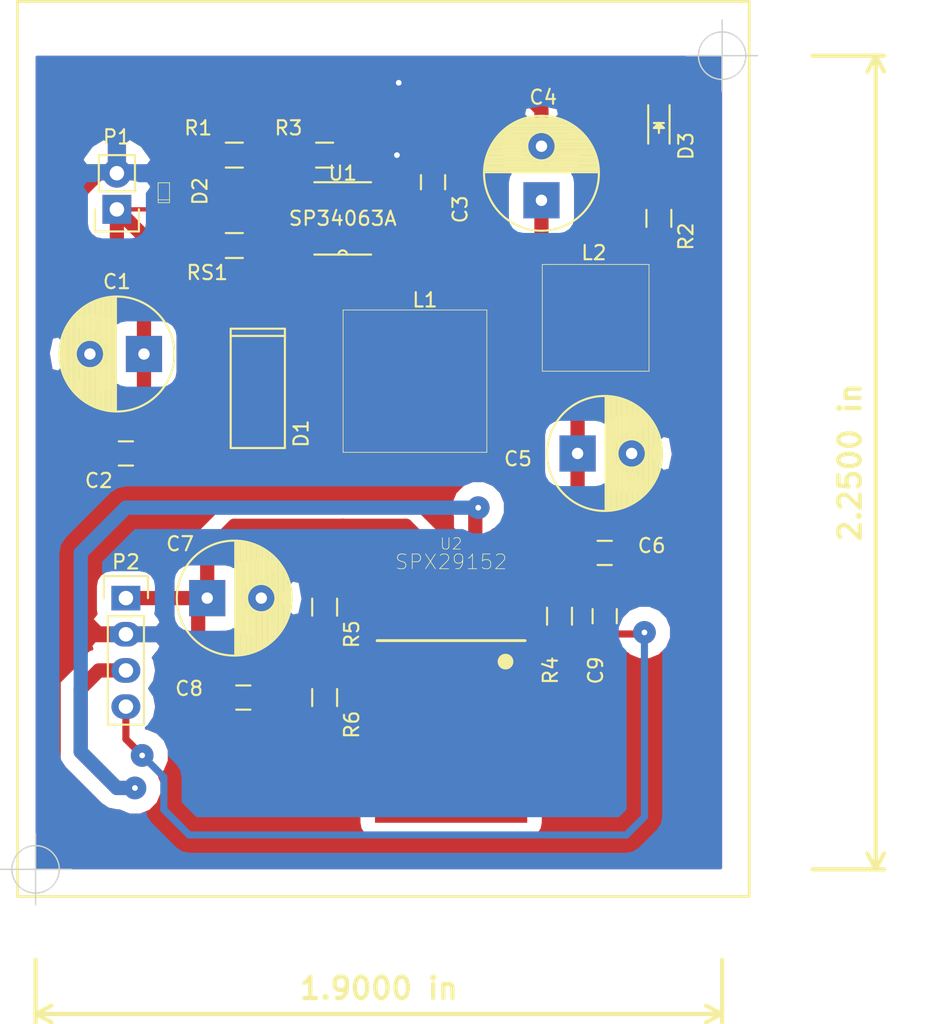
<source format=kicad_pcb>
(kicad_pcb (version 4) (host pcbnew 4.0.5+dfsg1-4~bpo8+1)

  (general
    (links 50)
    (no_connects 0)
    (area 114.975 66.574999 183.808572 140.495001)
    (thickness 1.6)
    (drawings 8)
    (tracks 227)
    (zones 0)
    (modules 25)
    (nets 13)
  )

  (page USLetter)
  (title_block
    (title "Etapa salida fuente conmutada + regulador LDO")
    (date 2017-12-05)
    (rev "Rev 1.0")
    (company CENDIT)
    (comment 1 correo@josearias.com.ve)
    (comment 2 "Jose Arias")
  )

  (layers
    (0 F.Cu signal)
    (31 B.Cu signal hide)
    (32 B.Adhes user)
    (33 F.Adhes user)
    (34 B.Paste user)
    (35 F.Paste user)
    (36 B.SilkS user)
    (37 F.SilkS user)
    (38 B.Mask user)
    (39 F.Mask user)
    (40 Dwgs.User user)
    (41 Cmts.User user)
    (42 Eco1.User user)
    (43 Eco2.User user)
    (44 Edge.Cuts user)
    (45 Margin user)
    (46 B.CrtYd user)
    (47 F.CrtYd user)
    (48 B.Fab user)
    (49 F.Fab user)
  )

  (setup
    (last_trace_width 0.5)
    (user_trace_width 0.3)
    (user_trace_width 0.5)
    (user_trace_width 1)
    (trace_clearance 0.2)
    (zone_clearance 1)
    (zone_45_only yes)
    (trace_min 0.2)
    (segment_width 0.2)
    (edge_width 0.1)
    (via_size 0.6)
    (via_drill 0.4)
    (via_min_size 0.4)
    (via_min_drill 0.3)
    (user_via 1.6 0.4)
    (uvia_size 0.3)
    (uvia_drill 0.1)
    (uvias_allowed no)
    (uvia_min_size 0.2)
    (uvia_min_drill 0.1)
    (pcb_text_width 0.3)
    (pcb_text_size 1.5 1.5)
    (mod_edge_width 0.15)
    (mod_text_size 1 1)
    (mod_text_width 0.15)
    (pad_size 5 3)
    (pad_drill 0)
    (pad_to_mask_clearance 0)
    (aux_axis_origin 0 0)
    (visible_elements FFFFFF7F)
    (pcbplotparams
      (layerselection 0x00030_80000001)
      (usegerberextensions false)
      (excludeedgelayer true)
      (linewidth 0.100000)
      (plotframeref false)
      (viasonmask false)
      (mode 1)
      (useauxorigin false)
      (hpglpennumber 1)
      (hpglpenspeed 20)
      (hpglpendiameter 15)
      (hpglpenoverlay 2)
      (psnegative false)
      (psa4output false)
      (plotreference true)
      (plotvalue true)
      (plotinvisibletext false)
      (padsonsilk false)
      (subtractmaskfromsilk false)
      (outputformat 4)
      (mirror false)
      (drillshape 0)
      (scaleselection 1)
      (outputdirectory "/mnt/local/PasantiaCendit/Desarrollo/Hardware /Cendit11713-v2/ArchivosGerber/FuenteRegulador/GerberFiles/"))
  )

  (net 0 "")
  (net 1 /VDC_24V)
  (net 2 GNDPWR)
  (net 3 /VREG)
  (net 4 /VDC_5.0V)
  (net 5 /ENABLE)
  (net 6 "Net-(RS1-Pad1)")
  (net 7 "Net-(D1-Pad1)")
  (net 8 "Net-(C3-Pad1)")
  (net 9 "Net-(C4-Pad1)")
  (net 10 "Net-(D3-Pad2)")
  (net 11 "Net-(R1-Pad2)")
  (net 12 "Net-(R5-Pad1)")

  (net_class Default "Esta es la clase de red por defecto."
    (clearance 0.2)
    (trace_width 0.25)
    (via_dia 0.6)
    (via_drill 0.4)
    (uvia_dia 0.3)
    (uvia_drill 0.1)
    (add_net "Net-(C3-Pad1)")
    (add_net "Net-(C4-Pad1)")
    (add_net "Net-(D1-Pad1)")
    (add_net "Net-(D3-Pad2)")
    (add_net "Net-(R1-Pad2)")
    (add_net "Net-(R5-Pad1)")
    (add_net "Net-(RS1-Pad1)")
  )

  (net_class PWR ""
    (clearance 0.3)
    (trace_width 1)
    (via_dia 1.6)
    (via_drill 0.4)
    (uvia_dia 0.3)
    (uvia_drill 0.1)
    (add_net /VDC_24V)
    (add_net /VDC_5.0V)
    (add_net /VREG)
    (add_net GNDPWR)
  )

  (net_class SIGNAL ""
    (clearance 0.3)
    (trace_width 0.5)
    (via_dia 1.6)
    (via_drill 0.4)
    (uvia_dia 0.3)
    (uvia_drill 0.1)
    (add_net /ENABLE)
  )

  (module Pin_Headers:Pin_Header_Straight_1x02 (layer F.Cu) (tedit 5A2715C8) (tstamp 5A270843)
    (at 123.19 81.28 180)
    (descr "Through hole pin header")
    (tags "pin header")
    (path /5A2744B5)
    (fp_text reference P1 (at 0 5.08 180) (layer F.SilkS)
      (effects (font (size 1 1) (thickness 0.15)))
    )
    (fp_text value PWR_IN_2P (at 2.54 0.635 270) (layer F.Fab)
      (effects (font (size 1 1) (thickness 0.15)))
    )
    (fp_line (start 1.27 1.27) (end 1.27 3.81) (layer F.SilkS) (width 0.15))
    (fp_line (start 1.55 -1.55) (end 1.55 0) (layer F.SilkS) (width 0.15))
    (fp_line (start -1.75 -1.75) (end -1.75 4.3) (layer F.CrtYd) (width 0.05))
    (fp_line (start 1.75 -1.75) (end 1.75 4.3) (layer F.CrtYd) (width 0.05))
    (fp_line (start -1.75 -1.75) (end 1.75 -1.75) (layer F.CrtYd) (width 0.05))
    (fp_line (start -1.75 4.3) (end 1.75 4.3) (layer F.CrtYd) (width 0.05))
    (fp_line (start 1.27 1.27) (end -1.27 1.27) (layer F.SilkS) (width 0.15))
    (fp_line (start -1.55 0) (end -1.55 -1.55) (layer F.SilkS) (width 0.15))
    (fp_line (start -1.55 -1.55) (end 1.55 -1.55) (layer F.SilkS) (width 0.15))
    (fp_line (start -1.27 1.27) (end -1.27 3.81) (layer F.SilkS) (width 0.15))
    (fp_line (start -1.27 3.81) (end 1.27 3.81) (layer F.SilkS) (width 0.15))
    (pad 1 thru_hole rect (at 0 0 180) (size 2.032 2.032) (drill 1.016) (layers *.Cu *.Mask)
      (net 1 /VDC_24V))
    (pad 2 thru_hole oval (at 0 2.54 180) (size 2.032 2.032) (drill 1.016) (layers *.Cu *.Mask)
      (net 2 GNDPWR))
    (model Pin_Headers.3dshapes/Pin_Header_Straight_1x02.wrl
      (at (xyz 0 -0.05 0))
      (scale (xyz 1 1 1))
      (rotate (xyz 0 0 90))
    )
  )

  (module Pin_Headers:Pin_Header_Straight_1x04 (layer F.Cu) (tedit 5A270EAD) (tstamp 5A27084B)
    (at 123.825 108.585)
    (descr "Through hole pin header")
    (tags "pin header")
    (path /5A27BEFE)
    (fp_text reference P2 (at 0 -2.54) (layer F.SilkS)
      (effects (font (size 1 1) (thickness 0.15)))
    )
    (fp_text value PWR_OUT_4P (at -2.54 3.81 90) (layer F.Fab)
      (effects (font (size 1 1) (thickness 0.15)))
    )
    (fp_line (start -1.75 -1.75) (end -1.75 9.4) (layer F.CrtYd) (width 0.05))
    (fp_line (start 1.75 -1.75) (end 1.75 9.4) (layer F.CrtYd) (width 0.05))
    (fp_line (start -1.75 -1.75) (end 1.75 -1.75) (layer F.CrtYd) (width 0.05))
    (fp_line (start -1.75 9.4) (end 1.75 9.4) (layer F.CrtYd) (width 0.05))
    (fp_line (start -1.27 1.27) (end -1.27 8.89) (layer F.SilkS) (width 0.15))
    (fp_line (start 1.27 1.27) (end 1.27 8.89) (layer F.SilkS) (width 0.15))
    (fp_line (start 1.55 -1.55) (end 1.55 0) (layer F.SilkS) (width 0.15))
    (fp_line (start -1.27 8.89) (end 1.27 8.89) (layer F.SilkS) (width 0.15))
    (fp_line (start 1.27 1.27) (end -1.27 1.27) (layer F.SilkS) (width 0.15))
    (fp_line (start -1.55 0) (end -1.55 -1.55) (layer F.SilkS) (width 0.15))
    (fp_line (start -1.55 -1.55) (end 1.55 -1.55) (layer F.SilkS) (width 0.15))
    (pad 1 thru_hole rect (at 0 0) (size 2.032 1.7272) (drill 1.016) (layers *.Cu *.Mask)
      (net 4 /VDC_5.0V))
    (pad 2 thru_hole oval (at 0 2.54) (size 2.032 1.7272) (drill 1.016) (layers *.Cu *.Mask)
      (net 2 GNDPWR))
    (pad 3 thru_hole oval (at 0 5.08) (size 2.032 1.7272) (drill 1.016) (layers *.Cu *.Mask)
      (net 3 /VREG))
    (pad 4 thru_hole oval (at 0 7.62) (size 2.032 1.7272) (drill 1.016) (layers *.Cu *.Mask)
      (net 5 /ENABLE))
    (model Pin_Headers.3dshapes/Pin_Header_Straight_1x04.wrl
      (at (xyz 0 -0.15 0))
      (scale (xyz 1 1 1))
      (rotate (xyz 0 0 90))
    )
  )

  (module Resistors_SMD:R_0805_HandSoldering (layer F.Cu) (tedit 5A270F03) (tstamp 5A270875)
    (at 131.445 83.82 180)
    (descr "Resistor SMD 0805, hand soldering")
    (tags "resistor 0805")
    (path /5A20D425)
    (attr smd)
    (fp_text reference RS1 (at 1.905 -1.905 180) (layer F.SilkS)
      (effects (font (size 1 1) (thickness 0.15)))
    )
    (fp_text value 0.20 (at -1.905 -1.905 180) (layer F.Fab)
      (effects (font (size 1 1) (thickness 0.15)))
    )
    (fp_line (start -1 0.625) (end -1 -0.625) (layer F.Fab) (width 0.1))
    (fp_line (start 1 0.625) (end -1 0.625) (layer F.Fab) (width 0.1))
    (fp_line (start 1 -0.625) (end 1 0.625) (layer F.Fab) (width 0.1))
    (fp_line (start -1 -0.625) (end 1 -0.625) (layer F.Fab) (width 0.1))
    (fp_line (start -2.4 -1) (end 2.4 -1) (layer F.CrtYd) (width 0.05))
    (fp_line (start -2.4 1) (end 2.4 1) (layer F.CrtYd) (width 0.05))
    (fp_line (start -2.4 -1) (end -2.4 1) (layer F.CrtYd) (width 0.05))
    (fp_line (start 2.4 -1) (end 2.4 1) (layer F.CrtYd) (width 0.05))
    (fp_line (start 0.6 0.875) (end -0.6 0.875) (layer F.SilkS) (width 0.15))
    (fp_line (start -0.6 -0.875) (end 0.6 -0.875) (layer F.SilkS) (width 0.15))
    (pad 1 smd rect (at -1.35 0 180) (size 1.5 1.3) (layers F.Cu F.Paste F.Mask)
      (net 6 "Net-(RS1-Pad1)"))
    (pad 2 smd rect (at 1.35 0 180) (size 1.5 1.3) (layers F.Cu F.Paste F.Mask)
      (net 1 /VDC_24V))
    (model Resistors_SMD.3dshapes/R_0805_HandSoldering.wrl
      (at (xyz 0 0 0))
      (scale (xyz 1 1 1))
      (rotate (xyz 0 0 0))
    )
  )

  (module CenditFootprints2:DST5100S-TO-277B (layer F.Cu) (tedit 5A273F1B) (tstamp 5A271316)
    (at 131.445 97.79 90)
    (path /5A27023C)
    (fp_text reference D1 (at 0.762 4.699 90) (layer F.SilkS)
      (effects (font (size 1 1) (thickness 0.15)))
    )
    (fp_text value DST5100S (at 5.842 4.699 90) (layer F.Fab)
      (effects (font (size 1 1) (thickness 0.15)))
    )
    (fp_line (start 7.62 -0.254) (end 7.62 3.556) (layer F.SilkS) (width 0.15))
    (fp_line (start -0.254 -0.254) (end -0.254 3.556) (layer F.SilkS) (width 0.15))
    (fp_line (start -0.254 3.556) (end 8.128 3.556) (layer F.SilkS) (width 0.15))
    (fp_line (start 8.128 3.556) (end 8.128 -0.254) (layer F.SilkS) (width 0.15))
    (fp_line (start 8.128 -0.254) (end -0.254 -0.254) (layer F.SilkS) (width 0.15))
    (pad 2 connect rect (at 0.5 0.475 90) (size 1 0.95) (layers F.Cu F.Mask)
      (net 2 GNDPWR))
    (pad 2 connect rect (at 0.5 2.725 90) (size 1 0.95) (layers F.Cu F.Mask)
      (net 2 GNDPWR))
    (pad 1 connect rect (at 4.85 1.6 90) (size 4.9 3.2) (layers F.Cu F.Mask)
      (net 7 "Net-(D1-Pad1)"))
  )

  (module CenditFootprints2:C_Radial_D8_L13_P3.8 (layer F.Cu) (tedit 5A273F12) (tstamp 5A2757C4)
    (at 125.095 91.44 180)
    (descr "Radial Electrolytic Capacitor Diameter 8mm x Length 13mm, Pitch 3.8mm")
    (tags "Electrolytic Capacitor")
    (path /5A20D4BF)
    (fp_text reference C1 (at 1.905 5.08 180) (layer F.SilkS)
      (effects (font (size 1 1) (thickness 0.15)))
    )
    (fp_text value 100uF@50V (at -3.175 -0.762 270) (layer F.Fab)
      (effects (font (size 1 1) (thickness 0.15)))
    )
    (fp_line (start 1.975 -3.999) (end 1.975 3.999) (layer F.SilkS) (width 0.15))
    (fp_line (start 2.115 -3.994) (end 2.115 3.994) (layer F.SilkS) (width 0.15))
    (fp_line (start 2.255 -3.984) (end 2.255 3.984) (layer F.SilkS) (width 0.15))
    (fp_line (start 2.395 -3.969) (end 2.395 3.969) (layer F.SilkS) (width 0.15))
    (fp_line (start 2.535 -3.949) (end 2.535 3.949) (layer F.SilkS) (width 0.15))
    (fp_line (start 2.675 -3.924) (end 2.675 3.924) (layer F.SilkS) (width 0.15))
    (fp_line (start 2.815 -3.894) (end 2.815 -0.173) (layer F.SilkS) (width 0.15))
    (fp_line (start 2.815 0.173) (end 2.815 3.894) (layer F.SilkS) (width 0.15))
    (fp_line (start 2.955 -3.858) (end 2.955 -0.535) (layer F.SilkS) (width 0.15))
    (fp_line (start 2.955 0.535) (end 2.955 3.858) (layer F.SilkS) (width 0.15))
    (fp_line (start 3.095 -3.817) (end 3.095 -0.709) (layer F.SilkS) (width 0.15))
    (fp_line (start 3.095 0.709) (end 3.095 3.817) (layer F.SilkS) (width 0.15))
    (fp_line (start 3.235 -3.771) (end 3.235 -0.825) (layer F.SilkS) (width 0.15))
    (fp_line (start 3.235 0.825) (end 3.235 3.771) (layer F.SilkS) (width 0.15))
    (fp_line (start 3.375 -3.718) (end 3.375 -0.905) (layer F.SilkS) (width 0.15))
    (fp_line (start 3.375 0.905) (end 3.375 3.718) (layer F.SilkS) (width 0.15))
    (fp_line (start 3.515 -3.659) (end 3.515 -0.959) (layer F.SilkS) (width 0.15))
    (fp_line (start 3.515 0.959) (end 3.515 3.659) (layer F.SilkS) (width 0.15))
    (fp_line (start 3.655 -3.594) (end 3.655 -0.989) (layer F.SilkS) (width 0.15))
    (fp_line (start 3.655 0.989) (end 3.655 3.594) (layer F.SilkS) (width 0.15))
    (fp_line (start 3.795 -3.523) (end 3.795 -1) (layer F.SilkS) (width 0.15))
    (fp_line (start 3.795 1) (end 3.795 3.523) (layer F.SilkS) (width 0.15))
    (fp_line (start 3.935 -3.444) (end 3.935 -0.991) (layer F.SilkS) (width 0.15))
    (fp_line (start 3.935 0.991) (end 3.935 3.444) (layer F.SilkS) (width 0.15))
    (fp_line (start 4.075 -3.357) (end 4.075 -0.961) (layer F.SilkS) (width 0.15))
    (fp_line (start 4.075 0.961) (end 4.075 3.357) (layer F.SilkS) (width 0.15))
    (fp_line (start 4.215 -3.262) (end 4.215 -0.91) (layer F.SilkS) (width 0.15))
    (fp_line (start 4.215 0.91) (end 4.215 3.262) (layer F.SilkS) (width 0.15))
    (fp_line (start 4.355 -3.158) (end 4.355 -0.832) (layer F.SilkS) (width 0.15))
    (fp_line (start 4.355 0.832) (end 4.355 3.158) (layer F.SilkS) (width 0.15))
    (fp_line (start 4.495 -3.044) (end 4.495 -0.719) (layer F.SilkS) (width 0.15))
    (fp_line (start 4.495 0.719) (end 4.495 3.044) (layer F.SilkS) (width 0.15))
    (fp_line (start 4.635 -2.919) (end 4.635 -0.55) (layer F.SilkS) (width 0.15))
    (fp_line (start 4.635 0.55) (end 4.635 2.919) (layer F.SilkS) (width 0.15))
    (fp_line (start 4.775 -2.781) (end 4.775 -0.222) (layer F.SilkS) (width 0.15))
    (fp_line (start 4.775 0.222) (end 4.775 2.781) (layer F.SilkS) (width 0.15))
    (fp_line (start 4.915 -2.629) (end 4.915 2.629) (layer F.SilkS) (width 0.15))
    (fp_line (start 5.055 -2.459) (end 5.055 2.459) (layer F.SilkS) (width 0.15))
    (fp_line (start 5.195 -2.268) (end 5.195 2.268) (layer F.SilkS) (width 0.15))
    (fp_line (start 5.335 -2.05) (end 5.335 2.05) (layer F.SilkS) (width 0.15))
    (fp_line (start 5.475 -1.794) (end 5.475 1.794) (layer F.SilkS) (width 0.15))
    (fp_line (start 5.615 -1.483) (end 5.615 1.483) (layer F.SilkS) (width 0.15))
    (fp_line (start 5.755 -1.067) (end 5.755 1.067) (layer F.SilkS) (width 0.15))
    (fp_line (start 5.895 -0.2) (end 5.895 0.2) (layer F.SilkS) (width 0.15))
    (fp_circle (center 3.8 0) (end 3.8 -1) (layer F.SilkS) (width 0.15))
    (fp_circle (center 1.9 0) (end 1.9 -4.0375) (layer F.SilkS) (width 0.15))
    (fp_circle (center 1.9 0) (end 1.9 -4.3) (layer F.CrtYd) (width 0.05))
    (pad 1 thru_hole rect (at 0 0 180) (size 2.54 2.54) (drill 0.8) (layers *.Cu *.Mask)
      (net 1 /VDC_24V))
    (pad 2 thru_hole circle (at 3.8 0 180) (size 2.54 2.54) (drill 0.8) (layers *.Cu *.Mask)
      (net 2 GNDPWR))
    (model Capacitors_ThroughHole.3dshapes/C_Radial_D8_L13_P3.8.wrl
      (at (xyz 0.0748031 0 0))
      (scale (xyz 1 1 1))
      (rotate (xyz 0 0 90))
    )
  )

  (module Capacitors_SMD:C_0805_HandSoldering (layer F.Cu) (tedit 5A272652) (tstamp 5A2757CA)
    (at 123.825 98.425 180)
    (descr "Capacitor SMD 0805, hand soldering")
    (tags "capacitor 0805")
    (path /5A2880A1)
    (attr smd)
    (fp_text reference C2 (at 1.905 -1.905 180) (layer F.SilkS)
      (effects (font (size 1 1) (thickness 0.15)))
    )
    (fp_text value 100nF (at -1.905 -1.905 180) (layer F.Fab)
      (effects (font (size 1 1) (thickness 0.15)))
    )
    (fp_line (start -1 0.625) (end -1 -0.625) (layer F.Fab) (width 0.15))
    (fp_line (start 1 0.625) (end -1 0.625) (layer F.Fab) (width 0.15))
    (fp_line (start 1 -0.625) (end 1 0.625) (layer F.Fab) (width 0.15))
    (fp_line (start -1 -0.625) (end 1 -0.625) (layer F.Fab) (width 0.15))
    (fp_line (start -2.3 -1) (end 2.3 -1) (layer F.CrtYd) (width 0.05))
    (fp_line (start -2.3 1) (end 2.3 1) (layer F.CrtYd) (width 0.05))
    (fp_line (start -2.3 -1) (end -2.3 1) (layer F.CrtYd) (width 0.05))
    (fp_line (start 2.3 -1) (end 2.3 1) (layer F.CrtYd) (width 0.05))
    (fp_line (start 0.5 -0.85) (end -0.5 -0.85) (layer F.SilkS) (width 0.15))
    (fp_line (start -0.5 0.85) (end 0.5 0.85) (layer F.SilkS) (width 0.15))
    (pad 1 smd rect (at -1.25 0 180) (size 1.5 1.25) (layers F.Cu F.Paste F.Mask)
      (net 1 /VDC_24V))
    (pad 2 smd rect (at 1.25 0 180) (size 1.5 1.25) (layers F.Cu F.Paste F.Mask)
      (net 2 GNDPWR))
    (model Capacitors_SMD.3dshapes/C_0805_HandSoldering.wrl
      (at (xyz 0 0 0))
      (scale (xyz 1 1 1))
      (rotate (xyz 0 0 0))
    )
  )

  (module Capacitors_SMD:C_0805_HandSoldering (layer F.Cu) (tedit 5A271803) (tstamp 5A2757D0)
    (at 145.415 79.375 90)
    (descr "Capacitor SMD 0805, hand soldering")
    (tags "capacitor 0805")
    (path /5A210559)
    (attr smd)
    (fp_text reference C3 (at -1.905 1.905 90) (layer F.SilkS)
      (effects (font (size 1 1) (thickness 0.15)))
    )
    (fp_text value 0.3nF (at 1.905 1.905 90) (layer F.Fab)
      (effects (font (size 1 1) (thickness 0.15)))
    )
    (fp_line (start -1 0.625) (end -1 -0.625) (layer F.Fab) (width 0.15))
    (fp_line (start 1 0.625) (end -1 0.625) (layer F.Fab) (width 0.15))
    (fp_line (start 1 -0.625) (end 1 0.625) (layer F.Fab) (width 0.15))
    (fp_line (start -1 -0.625) (end 1 -0.625) (layer F.Fab) (width 0.15))
    (fp_line (start -2.3 -1) (end 2.3 -1) (layer F.CrtYd) (width 0.05))
    (fp_line (start -2.3 1) (end 2.3 1) (layer F.CrtYd) (width 0.05))
    (fp_line (start -2.3 -1) (end -2.3 1) (layer F.CrtYd) (width 0.05))
    (fp_line (start 2.3 -1) (end 2.3 1) (layer F.CrtYd) (width 0.05))
    (fp_line (start 0.5 -0.85) (end -0.5 -0.85) (layer F.SilkS) (width 0.15))
    (fp_line (start -0.5 0.85) (end 0.5 0.85) (layer F.SilkS) (width 0.15))
    (pad 1 smd rect (at -1.25 0 90) (size 1.5 1.25) (layers F.Cu F.Paste F.Mask)
      (net 8 "Net-(C3-Pad1)"))
    (pad 2 smd rect (at 1.25 0 90) (size 1.5 1.25) (layers F.Cu F.Paste F.Mask)
      (net 2 GNDPWR))
    (model Capacitors_SMD.3dshapes/C_0805_HandSoldering.wrl
      (at (xyz 0 0 0))
      (scale (xyz 1 1 1))
      (rotate (xyz 0 0 0))
    )
  )

  (module CenditFootprints2:C_Radial_D8_L13_P3.8 (layer F.Cu) (tedit 5A273F2C) (tstamp 5A275805)
    (at 153.035 80.645 90)
    (descr "Radial Electrolytic Capacitor Diameter 8mm x Length 13mm, Pitch 3.8mm")
    (tags "Electrolytic Capacitor")
    (path /5A211A03)
    (fp_text reference C4 (at 7.239 0.127 180) (layer F.SilkS)
      (effects (font (size 1 1) (thickness 0.15)))
    )
    (fp_text value 470uF@10V (at 2.159 5.207 90) (layer F.Fab)
      (effects (font (size 1 1) (thickness 0.15)))
    )
    (fp_line (start 1.975 -3.999) (end 1.975 3.999) (layer F.SilkS) (width 0.15))
    (fp_line (start 2.115 -3.994) (end 2.115 3.994) (layer F.SilkS) (width 0.15))
    (fp_line (start 2.255 -3.984) (end 2.255 3.984) (layer F.SilkS) (width 0.15))
    (fp_line (start 2.395 -3.969) (end 2.395 3.969) (layer F.SilkS) (width 0.15))
    (fp_line (start 2.535 -3.949) (end 2.535 3.949) (layer F.SilkS) (width 0.15))
    (fp_line (start 2.675 -3.924) (end 2.675 3.924) (layer F.SilkS) (width 0.15))
    (fp_line (start 2.815 -3.894) (end 2.815 -0.173) (layer F.SilkS) (width 0.15))
    (fp_line (start 2.815 0.173) (end 2.815 3.894) (layer F.SilkS) (width 0.15))
    (fp_line (start 2.955 -3.858) (end 2.955 -0.535) (layer F.SilkS) (width 0.15))
    (fp_line (start 2.955 0.535) (end 2.955 3.858) (layer F.SilkS) (width 0.15))
    (fp_line (start 3.095 -3.817) (end 3.095 -0.709) (layer F.SilkS) (width 0.15))
    (fp_line (start 3.095 0.709) (end 3.095 3.817) (layer F.SilkS) (width 0.15))
    (fp_line (start 3.235 -3.771) (end 3.235 -0.825) (layer F.SilkS) (width 0.15))
    (fp_line (start 3.235 0.825) (end 3.235 3.771) (layer F.SilkS) (width 0.15))
    (fp_line (start 3.375 -3.718) (end 3.375 -0.905) (layer F.SilkS) (width 0.15))
    (fp_line (start 3.375 0.905) (end 3.375 3.718) (layer F.SilkS) (width 0.15))
    (fp_line (start 3.515 -3.659) (end 3.515 -0.959) (layer F.SilkS) (width 0.15))
    (fp_line (start 3.515 0.959) (end 3.515 3.659) (layer F.SilkS) (width 0.15))
    (fp_line (start 3.655 -3.594) (end 3.655 -0.989) (layer F.SilkS) (width 0.15))
    (fp_line (start 3.655 0.989) (end 3.655 3.594) (layer F.SilkS) (width 0.15))
    (fp_line (start 3.795 -3.523) (end 3.795 -1) (layer F.SilkS) (width 0.15))
    (fp_line (start 3.795 1) (end 3.795 3.523) (layer F.SilkS) (width 0.15))
    (fp_line (start 3.935 -3.444) (end 3.935 -0.991) (layer F.SilkS) (width 0.15))
    (fp_line (start 3.935 0.991) (end 3.935 3.444) (layer F.SilkS) (width 0.15))
    (fp_line (start 4.075 -3.357) (end 4.075 -0.961) (layer F.SilkS) (width 0.15))
    (fp_line (start 4.075 0.961) (end 4.075 3.357) (layer F.SilkS) (width 0.15))
    (fp_line (start 4.215 -3.262) (end 4.215 -0.91) (layer F.SilkS) (width 0.15))
    (fp_line (start 4.215 0.91) (end 4.215 3.262) (layer F.SilkS) (width 0.15))
    (fp_line (start 4.355 -3.158) (end 4.355 -0.832) (layer F.SilkS) (width 0.15))
    (fp_line (start 4.355 0.832) (end 4.355 3.158) (layer F.SilkS) (width 0.15))
    (fp_line (start 4.495 -3.044) (end 4.495 -0.719) (layer F.SilkS) (width 0.15))
    (fp_line (start 4.495 0.719) (end 4.495 3.044) (layer F.SilkS) (width 0.15))
    (fp_line (start 4.635 -2.919) (end 4.635 -0.55) (layer F.SilkS) (width 0.15))
    (fp_line (start 4.635 0.55) (end 4.635 2.919) (layer F.SilkS) (width 0.15))
    (fp_line (start 4.775 -2.781) (end 4.775 -0.222) (layer F.SilkS) (width 0.15))
    (fp_line (start 4.775 0.222) (end 4.775 2.781) (layer F.SilkS) (width 0.15))
    (fp_line (start 4.915 -2.629) (end 4.915 2.629) (layer F.SilkS) (width 0.15))
    (fp_line (start 5.055 -2.459) (end 5.055 2.459) (layer F.SilkS) (width 0.15))
    (fp_line (start 5.195 -2.268) (end 5.195 2.268) (layer F.SilkS) (width 0.15))
    (fp_line (start 5.335 -2.05) (end 5.335 2.05) (layer F.SilkS) (width 0.15))
    (fp_line (start 5.475 -1.794) (end 5.475 1.794) (layer F.SilkS) (width 0.15))
    (fp_line (start 5.615 -1.483) (end 5.615 1.483) (layer F.SilkS) (width 0.15))
    (fp_line (start 5.755 -1.067) (end 5.755 1.067) (layer F.SilkS) (width 0.15))
    (fp_line (start 5.895 -0.2) (end 5.895 0.2) (layer F.SilkS) (width 0.15))
    (fp_circle (center 3.8 0) (end 3.8 -1) (layer F.SilkS) (width 0.15))
    (fp_circle (center 1.9 0) (end 1.9 -4.0375) (layer F.SilkS) (width 0.15))
    (fp_circle (center 1.9 0) (end 1.9 -4.3) (layer F.CrtYd) (width 0.05))
    (pad 1 thru_hole rect (at 0 0 90) (size 2.54 2.54) (drill 0.8) (layers *.Cu *.Mask)
      (net 9 "Net-(C4-Pad1)"))
    (pad 2 thru_hole circle (at 3.8 0 90) (size 2.54 2.54) (drill 0.8) (layers *.Cu *.Mask)
      (net 2 GNDPWR))
    (model Capacitors_ThroughHole.3dshapes/C_Radial_D8_L13_P3.8.wrl
      (at (xyz 0.0748031 0 0))
      (scale (xyz 1 1 1))
      (rotate (xyz 0 0 90))
    )
  )

  (module CenditFootprints2:C_Radial_D8_L13_P3.8 (layer F.Cu) (tedit 5A273F3E) (tstamp 5A27583A)
    (at 155.575 98.425)
    (descr "Radial Electrolytic Capacitor Diameter 8mm x Length 13mm, Pitch 3.8mm")
    (tags "Electrolytic Capacitor")
    (path /5A2120D2)
    (fp_text reference C5 (at -4.191 0.381) (layer F.SilkS)
      (effects (font (size 1 1) (thickness 0.15)))
    )
    (fp_text value 100uF@10V (at 7.239 -0.127 90) (layer F.Fab)
      (effects (font (size 1 1) (thickness 0.15)))
    )
    (fp_line (start 1.975 -3.999) (end 1.975 3.999) (layer F.SilkS) (width 0.15))
    (fp_line (start 2.115 -3.994) (end 2.115 3.994) (layer F.SilkS) (width 0.15))
    (fp_line (start 2.255 -3.984) (end 2.255 3.984) (layer F.SilkS) (width 0.15))
    (fp_line (start 2.395 -3.969) (end 2.395 3.969) (layer F.SilkS) (width 0.15))
    (fp_line (start 2.535 -3.949) (end 2.535 3.949) (layer F.SilkS) (width 0.15))
    (fp_line (start 2.675 -3.924) (end 2.675 3.924) (layer F.SilkS) (width 0.15))
    (fp_line (start 2.815 -3.894) (end 2.815 -0.173) (layer F.SilkS) (width 0.15))
    (fp_line (start 2.815 0.173) (end 2.815 3.894) (layer F.SilkS) (width 0.15))
    (fp_line (start 2.955 -3.858) (end 2.955 -0.535) (layer F.SilkS) (width 0.15))
    (fp_line (start 2.955 0.535) (end 2.955 3.858) (layer F.SilkS) (width 0.15))
    (fp_line (start 3.095 -3.817) (end 3.095 -0.709) (layer F.SilkS) (width 0.15))
    (fp_line (start 3.095 0.709) (end 3.095 3.817) (layer F.SilkS) (width 0.15))
    (fp_line (start 3.235 -3.771) (end 3.235 -0.825) (layer F.SilkS) (width 0.15))
    (fp_line (start 3.235 0.825) (end 3.235 3.771) (layer F.SilkS) (width 0.15))
    (fp_line (start 3.375 -3.718) (end 3.375 -0.905) (layer F.SilkS) (width 0.15))
    (fp_line (start 3.375 0.905) (end 3.375 3.718) (layer F.SilkS) (width 0.15))
    (fp_line (start 3.515 -3.659) (end 3.515 -0.959) (layer F.SilkS) (width 0.15))
    (fp_line (start 3.515 0.959) (end 3.515 3.659) (layer F.SilkS) (width 0.15))
    (fp_line (start 3.655 -3.594) (end 3.655 -0.989) (layer F.SilkS) (width 0.15))
    (fp_line (start 3.655 0.989) (end 3.655 3.594) (layer F.SilkS) (width 0.15))
    (fp_line (start 3.795 -3.523) (end 3.795 -1) (layer F.SilkS) (width 0.15))
    (fp_line (start 3.795 1) (end 3.795 3.523) (layer F.SilkS) (width 0.15))
    (fp_line (start 3.935 -3.444) (end 3.935 -0.991) (layer F.SilkS) (width 0.15))
    (fp_line (start 3.935 0.991) (end 3.935 3.444) (layer F.SilkS) (width 0.15))
    (fp_line (start 4.075 -3.357) (end 4.075 -0.961) (layer F.SilkS) (width 0.15))
    (fp_line (start 4.075 0.961) (end 4.075 3.357) (layer F.SilkS) (width 0.15))
    (fp_line (start 4.215 -3.262) (end 4.215 -0.91) (layer F.SilkS) (width 0.15))
    (fp_line (start 4.215 0.91) (end 4.215 3.262) (layer F.SilkS) (width 0.15))
    (fp_line (start 4.355 -3.158) (end 4.355 -0.832) (layer F.SilkS) (width 0.15))
    (fp_line (start 4.355 0.832) (end 4.355 3.158) (layer F.SilkS) (width 0.15))
    (fp_line (start 4.495 -3.044) (end 4.495 -0.719) (layer F.SilkS) (width 0.15))
    (fp_line (start 4.495 0.719) (end 4.495 3.044) (layer F.SilkS) (width 0.15))
    (fp_line (start 4.635 -2.919) (end 4.635 -0.55) (layer F.SilkS) (width 0.15))
    (fp_line (start 4.635 0.55) (end 4.635 2.919) (layer F.SilkS) (width 0.15))
    (fp_line (start 4.775 -2.781) (end 4.775 -0.222) (layer F.SilkS) (width 0.15))
    (fp_line (start 4.775 0.222) (end 4.775 2.781) (layer F.SilkS) (width 0.15))
    (fp_line (start 4.915 -2.629) (end 4.915 2.629) (layer F.SilkS) (width 0.15))
    (fp_line (start 5.055 -2.459) (end 5.055 2.459) (layer F.SilkS) (width 0.15))
    (fp_line (start 5.195 -2.268) (end 5.195 2.268) (layer F.SilkS) (width 0.15))
    (fp_line (start 5.335 -2.05) (end 5.335 2.05) (layer F.SilkS) (width 0.15))
    (fp_line (start 5.475 -1.794) (end 5.475 1.794) (layer F.SilkS) (width 0.15))
    (fp_line (start 5.615 -1.483) (end 5.615 1.483) (layer F.SilkS) (width 0.15))
    (fp_line (start 5.755 -1.067) (end 5.755 1.067) (layer F.SilkS) (width 0.15))
    (fp_line (start 5.895 -0.2) (end 5.895 0.2) (layer F.SilkS) (width 0.15))
    (fp_circle (center 3.8 0) (end 3.8 -1) (layer F.SilkS) (width 0.15))
    (fp_circle (center 1.9 0) (end 1.9 -4.0375) (layer F.SilkS) (width 0.15))
    (fp_circle (center 1.9 0) (end 1.9 -4.3) (layer F.CrtYd) (width 0.05))
    (pad 1 thru_hole rect (at 0 0) (size 2.54 2.54) (drill 0.8) (layers *.Cu *.Mask)
      (net 3 /VREG))
    (pad 2 thru_hole circle (at 3.8 0) (size 2.54 2.54) (drill 0.8) (layers *.Cu *.Mask)
      (net 2 GNDPWR))
    (model Capacitors_ThroughHole.3dshapes/C_Radial_D8_L13_P3.8.wrl
      (at (xyz 0.0748031 0 0))
      (scale (xyz 1 1 1))
      (rotate (xyz 0 0 90))
    )
  )

  (module Capacitors_SMD:C_0805_HandSoldering (layer F.Cu) (tedit 5A273F42) (tstamp 5A275840)
    (at 157.48 105.41)
    (descr "Capacitor SMD 0805, hand soldering")
    (tags "capacitor 0805")
    (path /5A2895D0)
    (attr smd)
    (fp_text reference C6 (at 3.302 -0.508 180) (layer F.SilkS)
      (effects (font (size 1 1) (thickness 0.15)))
    )
    (fp_text value 100nF (at 4.572 1.016) (layer F.Fab)
      (effects (font (size 1 1) (thickness 0.15)))
    )
    (fp_line (start -1 0.625) (end -1 -0.625) (layer F.Fab) (width 0.15))
    (fp_line (start 1 0.625) (end -1 0.625) (layer F.Fab) (width 0.15))
    (fp_line (start 1 -0.625) (end 1 0.625) (layer F.Fab) (width 0.15))
    (fp_line (start -1 -0.625) (end 1 -0.625) (layer F.Fab) (width 0.15))
    (fp_line (start -2.3 -1) (end 2.3 -1) (layer F.CrtYd) (width 0.05))
    (fp_line (start -2.3 1) (end 2.3 1) (layer F.CrtYd) (width 0.05))
    (fp_line (start -2.3 -1) (end -2.3 1) (layer F.CrtYd) (width 0.05))
    (fp_line (start 2.3 -1) (end 2.3 1) (layer F.CrtYd) (width 0.05))
    (fp_line (start 0.5 -0.85) (end -0.5 -0.85) (layer F.SilkS) (width 0.15))
    (fp_line (start -0.5 0.85) (end 0.5 0.85) (layer F.SilkS) (width 0.15))
    (pad 1 smd rect (at -1.25 0) (size 1.5 1.25) (layers F.Cu F.Paste F.Mask)
      (net 3 /VREG))
    (pad 2 smd rect (at 1.25 0) (size 1.5 1.25) (layers F.Cu F.Paste F.Mask)
      (net 2 GNDPWR))
    (model Capacitors_SMD.3dshapes/C_0805_HandSoldering.wrl
      (at (xyz 0 0 0))
      (scale (xyz 1 1 1))
      (rotate (xyz 0 0 0))
    )
  )

  (module CenditFootprints2:C_Radial_D8_L13_P3.8 (layer F.Cu) (tedit 5A2729BB) (tstamp 5A275875)
    (at 129.54 108.585)
    (descr "Radial Electrolytic Capacitor Diameter 8mm x Length 13mm, Pitch 3.8mm")
    (tags "Electrolytic Capacitor")
    (path /5A21779F)
    (fp_text reference C7 (at -1.905 -3.81) (layer F.SilkS)
      (effects (font (size 1 1) (thickness 0.15)))
    )
    (fp_text value 100uF@10V (at 1.905 4.445 180) (layer F.Fab)
      (effects (font (size 1 1) (thickness 0.15)))
    )
    (fp_line (start 1.975 -3.999) (end 1.975 3.999) (layer F.SilkS) (width 0.15))
    (fp_line (start 2.115 -3.994) (end 2.115 3.994) (layer F.SilkS) (width 0.15))
    (fp_line (start 2.255 -3.984) (end 2.255 3.984) (layer F.SilkS) (width 0.15))
    (fp_line (start 2.395 -3.969) (end 2.395 3.969) (layer F.SilkS) (width 0.15))
    (fp_line (start 2.535 -3.949) (end 2.535 3.949) (layer F.SilkS) (width 0.15))
    (fp_line (start 2.675 -3.924) (end 2.675 3.924) (layer F.SilkS) (width 0.15))
    (fp_line (start 2.815 -3.894) (end 2.815 -0.173) (layer F.SilkS) (width 0.15))
    (fp_line (start 2.815 0.173) (end 2.815 3.894) (layer F.SilkS) (width 0.15))
    (fp_line (start 2.955 -3.858) (end 2.955 -0.535) (layer F.SilkS) (width 0.15))
    (fp_line (start 2.955 0.535) (end 2.955 3.858) (layer F.SilkS) (width 0.15))
    (fp_line (start 3.095 -3.817) (end 3.095 -0.709) (layer F.SilkS) (width 0.15))
    (fp_line (start 3.095 0.709) (end 3.095 3.817) (layer F.SilkS) (width 0.15))
    (fp_line (start 3.235 -3.771) (end 3.235 -0.825) (layer F.SilkS) (width 0.15))
    (fp_line (start 3.235 0.825) (end 3.235 3.771) (layer F.SilkS) (width 0.15))
    (fp_line (start 3.375 -3.718) (end 3.375 -0.905) (layer F.SilkS) (width 0.15))
    (fp_line (start 3.375 0.905) (end 3.375 3.718) (layer F.SilkS) (width 0.15))
    (fp_line (start 3.515 -3.659) (end 3.515 -0.959) (layer F.SilkS) (width 0.15))
    (fp_line (start 3.515 0.959) (end 3.515 3.659) (layer F.SilkS) (width 0.15))
    (fp_line (start 3.655 -3.594) (end 3.655 -0.989) (layer F.SilkS) (width 0.15))
    (fp_line (start 3.655 0.989) (end 3.655 3.594) (layer F.SilkS) (width 0.15))
    (fp_line (start 3.795 -3.523) (end 3.795 -1) (layer F.SilkS) (width 0.15))
    (fp_line (start 3.795 1) (end 3.795 3.523) (layer F.SilkS) (width 0.15))
    (fp_line (start 3.935 -3.444) (end 3.935 -0.991) (layer F.SilkS) (width 0.15))
    (fp_line (start 3.935 0.991) (end 3.935 3.444) (layer F.SilkS) (width 0.15))
    (fp_line (start 4.075 -3.357) (end 4.075 -0.961) (layer F.SilkS) (width 0.15))
    (fp_line (start 4.075 0.961) (end 4.075 3.357) (layer F.SilkS) (width 0.15))
    (fp_line (start 4.215 -3.262) (end 4.215 -0.91) (layer F.SilkS) (width 0.15))
    (fp_line (start 4.215 0.91) (end 4.215 3.262) (layer F.SilkS) (width 0.15))
    (fp_line (start 4.355 -3.158) (end 4.355 -0.832) (layer F.SilkS) (width 0.15))
    (fp_line (start 4.355 0.832) (end 4.355 3.158) (layer F.SilkS) (width 0.15))
    (fp_line (start 4.495 -3.044) (end 4.495 -0.719) (layer F.SilkS) (width 0.15))
    (fp_line (start 4.495 0.719) (end 4.495 3.044) (layer F.SilkS) (width 0.15))
    (fp_line (start 4.635 -2.919) (end 4.635 -0.55) (layer F.SilkS) (width 0.15))
    (fp_line (start 4.635 0.55) (end 4.635 2.919) (layer F.SilkS) (width 0.15))
    (fp_line (start 4.775 -2.781) (end 4.775 -0.222) (layer F.SilkS) (width 0.15))
    (fp_line (start 4.775 0.222) (end 4.775 2.781) (layer F.SilkS) (width 0.15))
    (fp_line (start 4.915 -2.629) (end 4.915 2.629) (layer F.SilkS) (width 0.15))
    (fp_line (start 5.055 -2.459) (end 5.055 2.459) (layer F.SilkS) (width 0.15))
    (fp_line (start 5.195 -2.268) (end 5.195 2.268) (layer F.SilkS) (width 0.15))
    (fp_line (start 5.335 -2.05) (end 5.335 2.05) (layer F.SilkS) (width 0.15))
    (fp_line (start 5.475 -1.794) (end 5.475 1.794) (layer F.SilkS) (width 0.15))
    (fp_line (start 5.615 -1.483) (end 5.615 1.483) (layer F.SilkS) (width 0.15))
    (fp_line (start 5.755 -1.067) (end 5.755 1.067) (layer F.SilkS) (width 0.15))
    (fp_line (start 5.895 -0.2) (end 5.895 0.2) (layer F.SilkS) (width 0.15))
    (fp_circle (center 3.8 0) (end 3.8 -1) (layer F.SilkS) (width 0.15))
    (fp_circle (center 1.9 0) (end 1.9 -4.0375) (layer F.SilkS) (width 0.15))
    (fp_circle (center 1.9 0) (end 1.9 -4.3) (layer F.CrtYd) (width 0.05))
    (pad 1 thru_hole rect (at 0 0) (size 2.54 2.54) (drill 0.8) (layers *.Cu *.Mask)
      (net 4 /VDC_5.0V))
    (pad 2 thru_hole circle (at 3.8 0) (size 2.54 2.54) (drill 0.8) (layers *.Cu *.Mask)
      (net 2 GNDPWR))
    (model Capacitors_ThroughHole.3dshapes/C_Radial_D8_L13_P3.8.wrl
      (at (xyz 0.0748031 0 0))
      (scale (xyz 1 1 1))
      (rotate (xyz 0 0 90))
    )
  )

  (module Capacitors_SMD:C_0805_HandSoldering (layer F.Cu) (tedit 5A2729C1) (tstamp 5A27587B)
    (at 132.08 115.57)
    (descr "Capacitor SMD 0805, hand soldering")
    (tags "capacitor 0805")
    (path /5A288ECE)
    (attr smd)
    (fp_text reference C8 (at -3.81 -0.635) (layer F.SilkS)
      (effects (font (size 1 1) (thickness 0.15)))
    )
    (fp_text value 100nF (at -4.445 0.635) (layer F.Fab)
      (effects (font (size 1 1) (thickness 0.15)))
    )
    (fp_line (start -1 0.625) (end -1 -0.625) (layer F.Fab) (width 0.15))
    (fp_line (start 1 0.625) (end -1 0.625) (layer F.Fab) (width 0.15))
    (fp_line (start 1 -0.625) (end 1 0.625) (layer F.Fab) (width 0.15))
    (fp_line (start -1 -0.625) (end 1 -0.625) (layer F.Fab) (width 0.15))
    (fp_line (start -2.3 -1) (end 2.3 -1) (layer F.CrtYd) (width 0.05))
    (fp_line (start -2.3 1) (end 2.3 1) (layer F.CrtYd) (width 0.05))
    (fp_line (start -2.3 -1) (end -2.3 1) (layer F.CrtYd) (width 0.05))
    (fp_line (start 2.3 -1) (end 2.3 1) (layer F.CrtYd) (width 0.05))
    (fp_line (start 0.5 -0.85) (end -0.5 -0.85) (layer F.SilkS) (width 0.15))
    (fp_line (start -0.5 0.85) (end 0.5 0.85) (layer F.SilkS) (width 0.15))
    (pad 1 smd rect (at -1.25 0) (size 1.5 1.25) (layers F.Cu F.Paste F.Mask)
      (net 4 /VDC_5.0V))
    (pad 2 smd rect (at 1.25 0) (size 1.5 1.25) (layers F.Cu F.Paste F.Mask)
      (net 2 GNDPWR))
    (model Capacitors_SMD.3dshapes/C_0805_HandSoldering.wrl
      (at (xyz 0 0 0))
      (scale (xyz 1 1 1))
      (rotate (xyz 0 0 0))
    )
  )

  (module Capacitors_SMD:C_0805_HandSoldering (layer F.Cu) (tedit 5A272A92) (tstamp 5A275881)
    (at 157.48 109.855 90)
    (descr "Capacitor SMD 0805, hand soldering")
    (tags "capacitor 0805")
    (path /5A27F0E4)
    (attr smd)
    (fp_text reference C9 (at -3.81 -0.635 90) (layer F.SilkS)
      (effects (font (size 1 1) (thickness 0.15)))
    )
    (fp_text value 1uF (at -3.81 0.635 90) (layer F.Fab)
      (effects (font (size 1 1) (thickness 0.15)))
    )
    (fp_line (start -1 0.625) (end -1 -0.625) (layer F.Fab) (width 0.15))
    (fp_line (start 1 0.625) (end -1 0.625) (layer F.Fab) (width 0.15))
    (fp_line (start 1 -0.625) (end 1 0.625) (layer F.Fab) (width 0.15))
    (fp_line (start -1 -0.625) (end 1 -0.625) (layer F.Fab) (width 0.15))
    (fp_line (start -2.3 -1) (end 2.3 -1) (layer F.CrtYd) (width 0.05))
    (fp_line (start -2.3 1) (end 2.3 1) (layer F.CrtYd) (width 0.05))
    (fp_line (start -2.3 -1) (end -2.3 1) (layer F.CrtYd) (width 0.05))
    (fp_line (start 2.3 -1) (end 2.3 1) (layer F.CrtYd) (width 0.05))
    (fp_line (start 0.5 -0.85) (end -0.5 -0.85) (layer F.SilkS) (width 0.15))
    (fp_line (start -0.5 0.85) (end 0.5 0.85) (layer F.SilkS) (width 0.15))
    (pad 1 smd rect (at -1.25 0 90) (size 1.5 1.25) (layers F.Cu F.Paste F.Mask)
      (net 5 /ENABLE))
    (pad 2 smd rect (at 1.25 0 90) (size 1.5 1.25) (layers F.Cu F.Paste F.Mask)
      (net 2 GNDPWR))
    (model Capacitors_SMD.3dshapes/C_0805_HandSoldering.wrl
      (at (xyz 0 0 0))
      (scale (xyz 1 1 1))
      (rotate (xyz 0 0 0))
    )
  )

  (module CenditFootprints2:SPHV24-SOD882 (layer F.Cu) (tedit 5A2717EE) (tstamp 5A27588D)
    (at 126.492 80.01 270)
    (path /5A26E690)
    (fp_text reference D2 (at 0 -2.54 270) (layer F.SilkS)
      (effects (font (size 1 1) (thickness 0.15)))
    )
    (fp_text value SPHV24-01ETG (at -1.905 -1.27 270) (layer F.Fab)
      (effects (font (size 0.5 0.5) (thickness 0.125)))
    )
    (fp_line (start 0.6 -0.4) (end 0.6 0.4) (layer F.SilkS) (width 0.05))
    (fp_line (start 0.6 0.4) (end 0.8 0.4) (layer F.SilkS) (width 0.05))
    (fp_line (start 0.8 0.4) (end 0.8 -0.4) (layer F.SilkS) (width 0.05))
    (fp_line (start 0.8 -0.4) (end -0.6 -0.4) (layer F.SilkS) (width 0.05))
    (fp_line (start -0.6 -0.4) (end -0.6 0.4) (layer F.SilkS) (width 0.05))
    (fp_line (start -0.6 0.4) (end 0.6 0.4) (layer F.SilkS) (width 0.05))
    (pad 1 smd rect (at 0.325 0 270) (size 0.325 0.65) (layers F.Cu F.Paste F.Mask)
      (net 1 /VDC_24V))
    (pad 2 smd rect (at -0.325 0 270) (size 0.325 0.65) (layers F.Cu F.Paste F.Mask)
      (net 2 GNDPWR))
  )

  (module LEDs:LED_0805 (layer F.Cu) (tedit 5A272EBB) (tstamp 5A275893)
    (at 161.29 75.565 270)
    (descr "LED 0805 smd package")
    (tags "LED 0805 SMD")
    (path /5A278086)
    (attr smd)
    (fp_text reference D3 (at 1.27 -1.905 270) (layer F.SilkS)
      (effects (font (size 1 1) (thickness 0.15)))
    )
    (fp_text value LED (at -1.27 -1.905 270) (layer F.Fab)
      (effects (font (size 1 1) (thickness 0.15)))
    )
    (fp_line (start -0.4 -0.3) (end -0.4 0.3) (layer F.Fab) (width 0.15))
    (fp_line (start -0.3 0) (end 0 -0.3) (layer F.Fab) (width 0.15))
    (fp_line (start 0 0.3) (end -0.3 0) (layer F.Fab) (width 0.15))
    (fp_line (start 0 -0.3) (end 0 0.3) (layer F.Fab) (width 0.15))
    (fp_line (start 1 -0.6) (end -1 -0.6) (layer F.Fab) (width 0.15))
    (fp_line (start 1 0.6) (end 1 -0.6) (layer F.Fab) (width 0.15))
    (fp_line (start -1 0.6) (end 1 0.6) (layer F.Fab) (width 0.15))
    (fp_line (start -1 -0.6) (end -1 0.6) (layer F.Fab) (width 0.15))
    (fp_line (start -1.6 0.75) (end 1.1 0.75) (layer F.SilkS) (width 0.15))
    (fp_line (start -1.6 -0.75) (end 1.1 -0.75) (layer F.SilkS) (width 0.15))
    (fp_line (start -0.1 0.15) (end -0.1 -0.1) (layer F.SilkS) (width 0.15))
    (fp_line (start -0.1 -0.1) (end -0.25 0.05) (layer F.SilkS) (width 0.15))
    (fp_line (start -0.35 -0.35) (end -0.35 0.35) (layer F.SilkS) (width 0.15))
    (fp_line (start 0 0) (end 0.35 0) (layer F.SilkS) (width 0.15))
    (fp_line (start -0.35 0) (end 0 -0.35) (layer F.SilkS) (width 0.15))
    (fp_line (start 0 -0.35) (end 0 0.35) (layer F.SilkS) (width 0.15))
    (fp_line (start 0 0.35) (end -0.35 0) (layer F.SilkS) (width 0.15))
    (fp_line (start 1.9 -0.95) (end 1.9 0.95) (layer F.CrtYd) (width 0.05))
    (fp_line (start 1.9 0.95) (end -1.9 0.95) (layer F.CrtYd) (width 0.05))
    (fp_line (start -1.9 0.95) (end -1.9 -0.95) (layer F.CrtYd) (width 0.05))
    (fp_line (start -1.9 -0.95) (end 1.9 -0.95) (layer F.CrtYd) (width 0.05))
    (pad 2 smd rect (at 1.04902 0 90) (size 1.19888 1.19888) (layers F.Cu F.Paste F.Mask)
      (net 10 "Net-(D3-Pad2)"))
    (pad 1 smd rect (at -1.04902 0 90) (size 1.19888 1.19888) (layers F.Cu F.Paste F.Mask)
      (net 2 GNDPWR))
    (model LEDs.3dshapes/LED_0805.wrl
      (at (xyz 0 0 0))
      (scale (xyz 1 1 1))
      (rotate (xyz 0 0 0))
    )
  )

  (module Resistors_SMD:R_0805_HandSoldering (layer F.Cu) (tedit 5A2716DB) (tstamp 5A2758A3)
    (at 131.445 77.47 180)
    (descr "Resistor SMD 0805, hand soldering")
    (tags "resistor 0805")
    (path /5A20D9D6)
    (attr smd)
    (fp_text reference R1 (at 2.54 1.905 180) (layer F.SilkS)
      (effects (font (size 1 1) (thickness 0.15)))
    )
    (fp_text value 2.0k (at -0.635 1.905 180) (layer F.Fab)
      (effects (font (size 1 1) (thickness 0.15)))
    )
    (fp_line (start -1 0.625) (end -1 -0.625) (layer F.Fab) (width 0.1))
    (fp_line (start 1 0.625) (end -1 0.625) (layer F.Fab) (width 0.1))
    (fp_line (start 1 -0.625) (end 1 0.625) (layer F.Fab) (width 0.1))
    (fp_line (start -1 -0.625) (end 1 -0.625) (layer F.Fab) (width 0.1))
    (fp_line (start -2.4 -1) (end 2.4 -1) (layer F.CrtYd) (width 0.05))
    (fp_line (start -2.4 1) (end 2.4 1) (layer F.CrtYd) (width 0.05))
    (fp_line (start -2.4 -1) (end -2.4 1) (layer F.CrtYd) (width 0.05))
    (fp_line (start 2.4 -1) (end 2.4 1) (layer F.CrtYd) (width 0.05))
    (fp_line (start 0.6 0.875) (end -0.6 0.875) (layer F.SilkS) (width 0.15))
    (fp_line (start -0.6 -0.875) (end 0.6 -0.875) (layer F.SilkS) (width 0.15))
    (pad 1 smd rect (at -1.35 0 180) (size 1.5 1.3) (layers F.Cu F.Paste F.Mask)
      (net 9 "Net-(C4-Pad1)"))
    (pad 2 smd rect (at 1.35 0 180) (size 1.5 1.3) (layers F.Cu F.Paste F.Mask)
      (net 11 "Net-(R1-Pad2)"))
    (model Resistors_SMD.3dshapes/R_0805_HandSoldering.wrl
      (at (xyz 0 0 0))
      (scale (xyz 1 1 1))
      (rotate (xyz 0 0 0))
    )
  )

  (module Resistors_SMD:R_0805_HandSoldering (layer F.Cu) (tedit 5A272EC0) (tstamp 5A2758A9)
    (at 161.29 81.915 90)
    (descr "Resistor SMD 0805, hand soldering")
    (tags "resistor 0805")
    (path /5A2781FE)
    (attr smd)
    (fp_text reference R2 (at -1.27 1.905 90) (layer F.SilkS)
      (effects (font (size 1 1) (thickness 0.15)))
    )
    (fp_text value 330 (at 1.905 1.905 90) (layer F.Fab)
      (effects (font (size 1 1) (thickness 0.15)))
    )
    (fp_line (start -1 0.625) (end -1 -0.625) (layer F.Fab) (width 0.1))
    (fp_line (start 1 0.625) (end -1 0.625) (layer F.Fab) (width 0.1))
    (fp_line (start 1 -0.625) (end 1 0.625) (layer F.Fab) (width 0.1))
    (fp_line (start -1 -0.625) (end 1 -0.625) (layer F.Fab) (width 0.1))
    (fp_line (start -2.4 -1) (end 2.4 -1) (layer F.CrtYd) (width 0.05))
    (fp_line (start -2.4 1) (end 2.4 1) (layer F.CrtYd) (width 0.05))
    (fp_line (start -2.4 -1) (end -2.4 1) (layer F.CrtYd) (width 0.05))
    (fp_line (start 2.4 -1) (end 2.4 1) (layer F.CrtYd) (width 0.05))
    (fp_line (start 0.6 0.875) (end -0.6 0.875) (layer F.SilkS) (width 0.15))
    (fp_line (start -0.6 -0.875) (end 0.6 -0.875) (layer F.SilkS) (width 0.15))
    (pad 1 smd rect (at -1.35 0 90) (size 1.5 1.3) (layers F.Cu F.Paste F.Mask)
      (net 3 /VREG))
    (pad 2 smd rect (at 1.35 0 90) (size 1.5 1.3) (layers F.Cu F.Paste F.Mask)
      (net 10 "Net-(D3-Pad2)"))
    (model Resistors_SMD.3dshapes/R_0805_HandSoldering.wrl
      (at (xyz 0 0 0))
      (scale (xyz 1 1 1))
      (rotate (xyz 0 0 0))
    )
  )

  (module Resistors_SMD:R_0805_HandSoldering (layer F.Cu) (tedit 5A2716DE) (tstamp 5A2758AF)
    (at 137.795 77.47 180)
    (descr "Resistor SMD 0805, hand soldering")
    (tags "resistor 0805")
    (path /5A20D51A)
    (attr smd)
    (fp_text reference R3 (at 2.54 1.905 180) (layer F.SilkS)
      (effects (font (size 1 1) (thickness 0.15)))
    )
    (fp_text value 1.0k (at -0.635 1.905 180) (layer F.Fab)
      (effects (font (size 1 1) (thickness 0.15)))
    )
    (fp_line (start -1 0.625) (end -1 -0.625) (layer F.Fab) (width 0.1))
    (fp_line (start 1 0.625) (end -1 0.625) (layer F.Fab) (width 0.1))
    (fp_line (start 1 -0.625) (end 1 0.625) (layer F.Fab) (width 0.1))
    (fp_line (start -1 -0.625) (end 1 -0.625) (layer F.Fab) (width 0.1))
    (fp_line (start -2.4 -1) (end 2.4 -1) (layer F.CrtYd) (width 0.05))
    (fp_line (start -2.4 1) (end 2.4 1) (layer F.CrtYd) (width 0.05))
    (fp_line (start -2.4 -1) (end -2.4 1) (layer F.CrtYd) (width 0.05))
    (fp_line (start 2.4 -1) (end 2.4 1) (layer F.CrtYd) (width 0.05))
    (fp_line (start 0.6 0.875) (end -0.6 0.875) (layer F.SilkS) (width 0.15))
    (fp_line (start -0.6 -0.875) (end 0.6 -0.875) (layer F.SilkS) (width 0.15))
    (pad 1 smd rect (at -1.35 0 180) (size 1.5 1.3) (layers F.Cu F.Paste F.Mask)
      (net 2 GNDPWR))
    (pad 2 smd rect (at 1.35 0 180) (size 1.5 1.3) (layers F.Cu F.Paste F.Mask)
      (net 11 "Net-(R1-Pad2)"))
    (model Resistors_SMD.3dshapes/R_0805_HandSoldering.wrl
      (at (xyz 0 0 0))
      (scale (xyz 1 1 1))
      (rotate (xyz 0 0 0))
    )
  )

  (module Resistors_SMD:R_0805_HandSoldering (layer F.Cu) (tedit 5A272A8F) (tstamp 5A2758B5)
    (at 154.305 109.855 90)
    (descr "Resistor SMD 0805, hand soldering")
    (tags "resistor 0805")
    (path /5A27DDAF)
    (attr smd)
    (fp_text reference R4 (at -3.81 -0.635 90) (layer F.SilkS)
      (effects (font (size 1 1) (thickness 0.15)))
    )
    (fp_text value 10k (at -3.81 0.635 90) (layer F.Fab)
      (effects (font (size 1 1) (thickness 0.15)))
    )
    (fp_line (start -1 0.625) (end -1 -0.625) (layer F.Fab) (width 0.1))
    (fp_line (start 1 0.625) (end -1 0.625) (layer F.Fab) (width 0.1))
    (fp_line (start 1 -0.625) (end 1 0.625) (layer F.Fab) (width 0.1))
    (fp_line (start -1 -0.625) (end 1 -0.625) (layer F.Fab) (width 0.1))
    (fp_line (start -2.4 -1) (end 2.4 -1) (layer F.CrtYd) (width 0.05))
    (fp_line (start -2.4 1) (end 2.4 1) (layer F.CrtYd) (width 0.05))
    (fp_line (start -2.4 -1) (end -2.4 1) (layer F.CrtYd) (width 0.05))
    (fp_line (start 2.4 -1) (end 2.4 1) (layer F.CrtYd) (width 0.05))
    (fp_line (start 0.6 0.875) (end -0.6 0.875) (layer F.SilkS) (width 0.15))
    (fp_line (start -0.6 -0.875) (end 0.6 -0.875) (layer F.SilkS) (width 0.15))
    (pad 1 smd rect (at -1.35 0 90) (size 1.5 1.3) (layers F.Cu F.Paste F.Mask)
      (net 5 /ENABLE))
    (pad 2 smd rect (at 1.35 0 90) (size 1.5 1.3) (layers F.Cu F.Paste F.Mask)
      (net 3 /VREG))
    (model Resistors_SMD.3dshapes/R_0805_HandSoldering.wrl
      (at (xyz 0 0 0))
      (scale (xyz 1 1 1))
      (rotate (xyz 0 0 0))
    )
  )

  (module Resistors_SMD:R_0805_HandSoldering (layer F.Cu) (tedit 5A272332) (tstamp 5A2758BB)
    (at 137.795 109.22 90)
    (descr "Resistor SMD 0805, hand soldering")
    (tags "resistor 0805")
    (path /5A211471)
    (attr smd)
    (fp_text reference R5 (at -1.905 1.905 90) (layer F.SilkS)
      (effects (font (size 1 1) (thickness 0.15)))
    )
    (fp_text value 4.3k (at 1.27 1.905 90) (layer F.Fab)
      (effects (font (size 1 1) (thickness 0.15)))
    )
    (fp_line (start -1 0.625) (end -1 -0.625) (layer F.Fab) (width 0.1))
    (fp_line (start 1 0.625) (end -1 0.625) (layer F.Fab) (width 0.1))
    (fp_line (start 1 -0.625) (end 1 0.625) (layer F.Fab) (width 0.1))
    (fp_line (start -1 -0.625) (end 1 -0.625) (layer F.Fab) (width 0.1))
    (fp_line (start -2.4 -1) (end 2.4 -1) (layer F.CrtYd) (width 0.05))
    (fp_line (start -2.4 1) (end 2.4 1) (layer F.CrtYd) (width 0.05))
    (fp_line (start -2.4 -1) (end -2.4 1) (layer F.CrtYd) (width 0.05))
    (fp_line (start 2.4 -1) (end 2.4 1) (layer F.CrtYd) (width 0.05))
    (fp_line (start 0.6 0.875) (end -0.6 0.875) (layer F.SilkS) (width 0.15))
    (fp_line (start -0.6 -0.875) (end 0.6 -0.875) (layer F.SilkS) (width 0.15))
    (pad 1 smd rect (at -1.35 0 90) (size 1.5 1.3) (layers F.Cu F.Paste F.Mask)
      (net 12 "Net-(R5-Pad1)"))
    (pad 2 smd rect (at 1.35 0 90) (size 1.5 1.3) (layers F.Cu F.Paste F.Mask)
      (net 4 /VDC_5.0V))
    (model Resistors_SMD.3dshapes/R_0805_HandSoldering.wrl
      (at (xyz 0 0 0))
      (scale (xyz 1 1 1))
      (rotate (xyz 0 0 0))
    )
  )

  (module Resistors_SMD:R_0805_HandSoldering (layer F.Cu) (tedit 5A272335) (tstamp 5A2758C1)
    (at 137.795 115.57 90)
    (descr "Resistor SMD 0805, hand soldering")
    (tags "resistor 0805")
    (path /5A2114C5)
    (attr smd)
    (fp_text reference R6 (at -1.905 1.905 90) (layer F.SilkS)
      (effects (font (size 1 1) (thickness 0.15)))
    )
    (fp_text value 3.0k (at 1.27 1.905 90) (layer F.Fab)
      (effects (font (size 1 1) (thickness 0.15)))
    )
    (fp_line (start -1 0.625) (end -1 -0.625) (layer F.Fab) (width 0.1))
    (fp_line (start 1 0.625) (end -1 0.625) (layer F.Fab) (width 0.1))
    (fp_line (start 1 -0.625) (end 1 0.625) (layer F.Fab) (width 0.1))
    (fp_line (start -1 -0.625) (end 1 -0.625) (layer F.Fab) (width 0.1))
    (fp_line (start -2.4 -1) (end 2.4 -1) (layer F.CrtYd) (width 0.05))
    (fp_line (start -2.4 1) (end 2.4 1) (layer F.CrtYd) (width 0.05))
    (fp_line (start -2.4 -1) (end -2.4 1) (layer F.CrtYd) (width 0.05))
    (fp_line (start 2.4 -1) (end 2.4 1) (layer F.CrtYd) (width 0.05))
    (fp_line (start 0.6 0.875) (end -0.6 0.875) (layer F.SilkS) (width 0.15))
    (fp_line (start -0.6 -0.875) (end 0.6 -0.875) (layer F.SilkS) (width 0.15))
    (pad 1 smd rect (at -1.35 0 90) (size 1.5 1.3) (layers F.Cu F.Paste F.Mask)
      (net 2 GNDPWR))
    (pad 2 smd rect (at 1.35 0 90) (size 1.5 1.3) (layers F.Cu F.Paste F.Mask)
      (net 12 "Net-(R5-Pad1)"))
    (model Resistors_SMD.3dshapes/R_0805_HandSoldering.wrl
      (at (xyz 0 0 0))
      (scale (xyz 1 1 1))
      (rotate (xyz 0 0 0))
    )
  )

  (module CenditFootprints2:SP34063AEN-L&slash_TR (layer F.Cu) (tedit 5A2715DF) (tstamp 5A2758F6)
    (at 139.065 81.915 180)
    (path /5A20AC76)
    (fp_text reference U1 (at 0 3.175 180) (layer F.SilkS)
      (effects (font (size 1 1) (thickness 0.15)))
    )
    (fp_text value SP34063A (at 0 0 180) (layer F.SilkS)
      (effects (font (size 1 1) (thickness 0.15)))
    )
    (fp_text user "Copyright 2016 Accelerated Designs. All rights reserved." (at 0 0 180) (layer Cmts.User)
      (effects (font (size 0.127 0.127) (thickness 0.002)))
    )
    (fp_line (start -1.9939 -1.651) (end -1.9939 -2.159) (layer Dwgs.User) (width 0.1524))
    (fp_line (start -1.9939 -2.159) (end -3.0988 -2.1336) (layer Dwgs.User) (width 0.1524))
    (fp_line (start -3.0988 -2.1336) (end -3.0988 -1.6256) (layer Dwgs.User) (width 0.1524))
    (fp_line (start -3.0988 -1.6256) (end -1.9939 -1.651) (layer Dwgs.User) (width 0.1524))
    (fp_line (start -1.9939 -0.381) (end -1.9939 -0.889) (layer Dwgs.User) (width 0.1524))
    (fp_line (start -1.9939 -0.889) (end -3.0988 -0.8636) (layer Dwgs.User) (width 0.1524))
    (fp_line (start -3.0988 -0.8636) (end -3.0988 -0.3556) (layer Dwgs.User) (width 0.1524))
    (fp_line (start -3.0988 -0.3556) (end -1.9939 -0.381) (layer Dwgs.User) (width 0.1524))
    (fp_line (start -1.9939 0.889) (end -1.9939 0.381) (layer Dwgs.User) (width 0.1524))
    (fp_line (start -1.9939 0.381) (end -3.0988 0.381) (layer Dwgs.User) (width 0.1524))
    (fp_line (start -3.0988 0.381) (end -3.0988 0.889) (layer Dwgs.User) (width 0.1524))
    (fp_line (start -3.0988 0.889) (end -1.9939 0.889) (layer Dwgs.User) (width 0.1524))
    (fp_line (start -1.9939 2.159) (end -1.9939 1.651) (layer Dwgs.User) (width 0.1524))
    (fp_line (start -1.9939 1.651) (end -3.0988 1.651) (layer Dwgs.User) (width 0.1524))
    (fp_line (start -3.0988 1.651) (end -3.0988 2.159) (layer Dwgs.User) (width 0.1524))
    (fp_line (start -3.0988 2.159) (end -1.9939 2.159) (layer Dwgs.User) (width 0.1524))
    (fp_line (start 1.9939 1.651) (end 1.9939 2.159) (layer Dwgs.User) (width 0.1524))
    (fp_line (start 1.9939 2.159) (end 3.0988 2.1336) (layer Dwgs.User) (width 0.1524))
    (fp_line (start 3.0988 2.1336) (end 3.0988 1.6256) (layer Dwgs.User) (width 0.1524))
    (fp_line (start 3.0988 1.6256) (end 1.9939 1.651) (layer Dwgs.User) (width 0.1524))
    (fp_line (start 1.9939 0.381) (end 1.9939 0.889) (layer Dwgs.User) (width 0.1524))
    (fp_line (start 1.9939 0.889) (end 3.0988 0.8636) (layer Dwgs.User) (width 0.1524))
    (fp_line (start 3.0988 0.8636) (end 3.0988 0.3556) (layer Dwgs.User) (width 0.1524))
    (fp_line (start 3.0988 0.3556) (end 1.9939 0.381) (layer Dwgs.User) (width 0.1524))
    (fp_line (start 1.9939 -0.889) (end 1.9939 -0.381) (layer Dwgs.User) (width 0.1524))
    (fp_line (start 1.9939 -0.381) (end 3.0988 -0.381) (layer Dwgs.User) (width 0.1524))
    (fp_line (start 3.0988 -0.381) (end 3.0988 -0.889) (layer Dwgs.User) (width 0.1524))
    (fp_line (start 3.0988 -0.889) (end 1.9939 -0.889) (layer Dwgs.User) (width 0.1524))
    (fp_line (start 1.9939 -2.159) (end 1.9939 -1.651) (layer Dwgs.User) (width 0.1524))
    (fp_line (start 1.9939 -1.651) (end 3.0988 -1.651) (layer Dwgs.User) (width 0.1524))
    (fp_line (start 3.0988 -1.651) (end 3.0988 -2.159) (layer Dwgs.User) (width 0.1524))
    (fp_line (start 3.0988 -2.159) (end 1.9939 -2.159) (layer Dwgs.User) (width 0.1524))
    (fp_line (start -1.9939 2.54) (end 1.9939 2.54) (layer F.SilkS) (width 0.1524))
    (fp_line (start 1.9939 -2.54) (end -1.9939 -2.54) (layer F.SilkS) (width 0.1524))
    (fp_line (start -1.9939 2.54) (end 1.9939 2.54) (layer Dwgs.User) (width 0.1524))
    (fp_line (start 1.9939 2.54) (end 1.9939 -2.54) (layer Dwgs.User) (width 0.1524))
    (fp_line (start 1.9939 -2.54) (end -1.9939 -2.54) (layer Dwgs.User) (width 0.1524))
    (fp_line (start -1.9939 -2.54) (end -1.9939 2.54) (layer Dwgs.User) (width 0.1524))
    (fp_arc (start 0 -2.5527) (end 0.3048 -2.5527) (angle 180) (layer F.SilkS) (width 0.1524))
    (fp_arc (start 0 -2.5527) (end 0.3048 -2.5527) (angle 180) (layer Dwgs.User) (width 0.1524))
    (pad 1 smd rect (at -2.7051 -1.905 180) (size 1.4986 0.5588) (layers F.Cu)
      (net 6 "Net-(RS1-Pad1)"))
    (pad 2 smd rect (at -2.7051 -0.635 180) (size 1.4986 0.5588) (layers F.Cu)
      (net 7 "Net-(D1-Pad1)"))
    (pad 3 smd rect (at -2.7051 0.635 180) (size 1.4986 0.5588) (layers F.Cu)
      (net 8 "Net-(C3-Pad1)"))
    (pad 4 smd rect (at -2.7051 1.905 180) (size 1.4986 0.5588) (layers F.Cu)
      (net 2 GNDPWR))
    (pad 5 smd rect (at 2.7051 1.905 180) (size 1.4986 0.5588) (layers F.Cu)
      (net 11 "Net-(R1-Pad2)"))
    (pad 6 smd rect (at 2.7051 0.635 180) (size 1.4986 0.5588) (layers F.Cu)
      (net 1 /VDC_24V))
    (pad 7 smd rect (at 2.7051 -0.635 180) (size 1.4986 0.5588) (layers F.Cu)
      (net 6 "Net-(RS1-Pad1)"))
    (pad 8 smd rect (at 2.7051 -1.905 180) (size 1.4986 0.5588) (layers F.Cu)
      (net 6 "Net-(RS1-Pad1)"))
  )

  (module CenditFootprints2:INDUCTOR_LKS0745 (layer F.Cu) (tedit 5A273F33) (tstamp 5A275A5D)
    (at 156.845 88.9 180)
    (path /5A211FC5)
    (fp_text reference L2 (at 0.127 4.572 180) (layer F.SilkS)
      (effects (font (size 1 1) (thickness 0.15)))
    )
    (fp_text value 1uH (at 0.127 -4.572 180) (layer F.Fab)
      (effects (font (size 1 1) (thickness 0.125)))
    )
    (fp_line (start -3.75 -3.75) (end 3.75 -3.75) (layer F.SilkS) (width 0.05))
    (fp_line (start 3.75 -3.75) (end 3.75 3.75) (layer F.SilkS) (width 0.05))
    (fp_line (start -3.75 3.75) (end 3.75 3.75) (layer F.SilkS) (width 0.05))
    (fp_line (start -3.75 -3.75) (end -3.75 3.75) (layer F.SilkS) (width 0.05))
    (pad 1 smd rect (at 3.75 0 180) (size 2.54 2) (layers F.Cu F.Paste F.Mask)
      (net 9 "Net-(C4-Pad1)"))
    (pad 2 smd rect (at -3.75 0 180) (size 2.54 2) (layers F.Cu F.Paste F.Mask)
      (net 3 /VREG))
  )

  (module CenditFootprints2:SPX29152T5-TO-263-5 (layer F.Cu) (tedit 5A272ED2) (tstamp 5A275A66)
    (at 146.685 107.95 180)
    (path /5A20ACA0)
    (attr smd)
    (fp_text reference U2 (at 0 3.175 180) (layer F.SilkS)
      (effects (font (size 0.8 0.8) (thickness 0.05)))
    )
    (fp_text value SPX29152 (at 0 1.905 180) (layer F.SilkS)
      (effects (font (size 1.03519 1.03519) (thickness 0.05)))
    )
    (fp_line (start -5.19939 -13.0211) (end 5.20061 -13.0211) (layer Dwgs.User) (width 0.2032))
    (fp_line (start 5.20061 -13.0211) (end 5.20061 -3.62107) (layer Dwgs.User) (width 0.2032))
    (fp_line (start 5.20061 -3.62107) (end -5.19939 -3.62107) (layer F.SilkS) (width 0.2032))
    (fp_line (start -5.19939 -3.62107) (end -5.19939 -13.0211) (layer Dwgs.User) (width 0.2032))
    (fp_line (start -5.19939 -13.0211) (end -5.19939 -14.4211) (layer Dwgs.User) (width 0.2032))
    (fp_line (start -5.19939 -14.4211) (end -3.49939 -14.6961) (layer Dwgs.User) (width 0.2032))
    (fp_line (start -3.49939 -14.6961) (end 3.47561 -14.6961) (layer Dwgs.User) (width 0.2032))
    (fp_line (start 3.47561 -14.6961) (end 5.20061 -14.4211) (layer Dwgs.User) (width 0.2032))
    (fp_line (start 5.20061 -14.4211) (end 5.20061 -13.0211) (layer Dwgs.User) (width 0.2032))
    (fp_circle (center -3.82439 -5.09607) (end -3.27219 -5.09607) (layer F.SilkS) (width 0))
    (fp_poly (pts (xy -3.94799 -3.59607) (xy -2.95939 -3.59607) (xy -2.95939 0.90379) (xy -3.94799 0.90379)) (layer Dwgs.User) (width 0.381))
    (fp_poly (pts (xy -2.20286 -3.59607) (xy -1.25939 -3.59607) (xy -1.25939 0.905013) (xy -2.20286 0.905013)) (layer Dwgs.User) (width 0.381))
    (fp_poly (pts (xy -0.453513 -3.59607) (xy 0.440606 -3.59607) (xy 0.440606 0.907173) (xy -0.453513 0.907173)) (layer Dwgs.User) (width 0.381))
    (fp_poly (pts (xy 1.29992 -3.59607) (xy 2.14061 -3.59607) (xy 2.14061 0.906332) (xy 1.29992 0.906332)) (layer Dwgs.User) (width 0.381))
    (fp_poly (pts (xy 3.04946 -3.59607) (xy 3.84061 -3.59607) (xy 3.84061 0.90531) (xy 3.04946 0.90531)) (layer Dwgs.User) (width 0.381))
    (pad 1 smd rect (at -3.4 0 180) (size 0.9 3.3) (layers F.Cu F.Paste F.Mask)
      (net 5 /ENABLE))
    (pad TAB smd rect (at 0 -11.616 180) (size 10.7 9.6) (layers F.Cu F.Paste F.Mask)
      (zone_connect 2))
    (pad 2 smd rect (at -1.7 0 180) (size 0.9 3.3) (layers F.Cu F.Paste F.Mask)
      (net 3 /VREG))
    (pad 3 smd rect (at 0 0 180) (size 0.9 3.3) (layers F.Cu F.Paste F.Mask)
      (net 2 GNDPWR))
    (pad 4 smd rect (at 1.7 0 180) (size 0.9 3.3) (layers F.Cu F.Paste F.Mask)
      (net 4 /VDC_5.0V))
    (pad 5 smd rect (at 3.4 0 180) (size 0.9 3.3) (layers F.Cu F.Paste F.Mask)
      (net 12 "Net-(R5-Pad1)"))
    (pad 6 smd rect (at 0.1 -8.3 180) (size 5 3) (layers F.Cu F.Paste F.Mask)
      (zone_connect 2))
  )

  (module CenditFootprints2:INDUCTOR_LCM1060 (layer F.Cu) (tedit 5A271D9C) (tstamp 5A277246)
    (at 144.145 93.345)
    (path /5A20D5A3)
    (fp_text reference L1 (at 0.7 -5.7) (layer F.SilkS)
      (effects (font (size 1 1) (thickness 0.15)))
    )
    (fp_text value 220uH (at -0.2 5.8) (layer F.Fab)
      (effects (font (size 1 1) (thickness 0.15)))
    )
    (fp_line (start -5.05 -5) (end 5.05 -5) (layer F.SilkS) (width 0.05))
    (fp_line (start 5.05 -5) (end 5.05 5) (layer F.SilkS) (width 0.05))
    (fp_line (start -5.05 5) (end 5.05 5) (layer F.SilkS) (width 0.05))
    (fp_line (start -5.05 5) (end -5.05 -5) (layer F.SilkS) (width 0.05))
    (pad 1 smd rect (at -5.05 0) (size 4 3.33) (layers F.Cu F.Paste F.Mask)
      (net 7 "Net-(D1-Pad1)"))
    (pad 2 smd rect (at 5.05 0) (size 4 3.33) (layers F.Cu F.Paste F.Mask)
      (net 9 "Net-(C4-Pad1)"))
  )

  (target plus (at 165.735 70.485) (size 5) (width 0.1) (layer Edge.Cuts))
  (target plus (at 117.475 127.635) (size 5) (width 0.1) (layer Edge.Cuts))
  (dimension 48.26 (width 0.3) (layer F.SilkS)
    (gr_text 48,260mm (at 141.605 139.145) (layer F.SilkS)
      (effects (font (size 1.5 1.5) (thickness 0.3)))
    )
    (feature1 (pts (xy 165.735 133.985) (xy 165.735 140.495)))
    (feature2 (pts (xy 117.475 133.985) (xy 117.475 140.495)))
    (crossbar (pts (xy 117.475 137.795) (xy 165.735 137.795)))
    (arrow1a (pts (xy 165.735 137.795) (xy 164.608496 138.381421)))
    (arrow1b (pts (xy 165.735 137.795) (xy 164.608496 137.208579)))
    (arrow2a (pts (xy 117.475 137.795) (xy 118.601504 138.381421)))
    (arrow2b (pts (xy 117.475 137.795) (xy 118.601504 137.208579)))
  )
  (dimension 57.15 (width 0.3) (layer F.SilkS)
    (gr_text 57,150mm (at 177.88 99.06 270) (layer F.SilkS)
      (effects (font (size 1.5 1.5) (thickness 0.3)))
    )
    (feature1 (pts (xy 172.085 127.635) (xy 179.23 127.635)))
    (feature2 (pts (xy 172.085 70.485) (xy 179.23 70.485)))
    (crossbar (pts (xy 176.53 70.485) (xy 176.53 127.635)))
    (arrow1a (pts (xy 176.53 127.635) (xy 175.943579 126.508496)))
    (arrow1b (pts (xy 176.53 127.635) (xy 177.116421 126.508496)))
    (arrow2a (pts (xy 176.53 70.485) (xy 175.943579 71.611504)))
    (arrow2b (pts (xy 176.53 70.485) (xy 177.116421 71.611504)))
  )
  (gr_line (start 116.205 129.54) (end 116.205 66.675) (angle 90) (layer F.SilkS) (width 0.2))
  (gr_line (start 167.64 129.54) (end 116.205 129.54) (angle 90) (layer F.SilkS) (width 0.2))
  (gr_line (start 167.64 66.675) (end 167.64 129.54) (angle 90) (layer F.SilkS) (width 0.2))
  (gr_line (start 116.205 66.675) (end 167.64 66.675) (angle 90) (layer F.SilkS) (width 0.2))

  (segment (start 126.492 80.335) (end 126.492 81.026) (width 0.3) (layer F.Cu) (net 1))
  (segment (start 126.238 81.28) (end 123.19 81.28) (width 0.3) (layer F.Cu) (net 1) (tstamp 5A278ACB))
  (segment (start 126.492 81.026) (end 126.238 81.28) (width 0.3) (layer F.Cu) (net 1) (tstamp 5A278ACA))
  (segment (start 123.19 81.28) (end 125.73 83.82) (width 1) (layer F.Cu) (net 1))
  (segment (start 125.73 83.82) (end 130.095 83.82) (width 1) (layer F.Cu) (net 1) (tstamp 5A278734))
  (segment (start 125.095 91.44) (end 125.095 98.405) (width 1) (layer F.Cu) (net 1))
  (segment (start 125.095 98.405) (end 125.075 98.425) (width 1) (layer F.Cu) (net 1) (tstamp 5A2783E6))
  (segment (start 125.095 91.44) (end 125.095 86.995) (width 1) (layer F.Cu) (net 1))
  (segment (start 123.19 85.09) (end 123.19 81.28) (width 1) (layer F.Cu) (net 1) (tstamp 5A2783CB))
  (segment (start 125.095 86.995) (end 123.19 85.09) (width 1) (layer F.Cu) (net 1) (tstamp 5A2783CA))
  (segment (start 136.3599 81.28) (end 130.81 81.28) (width 0.5) (layer F.Cu) (net 1))
  (segment (start 130.81 81.28) (end 130.095 81.995) (width 0.5) (layer F.Cu) (net 1) (tstamp 5A278111))
  (segment (start 130.095 81.995) (end 130.095 83.82) (width 0.5) (layer F.Cu) (net 1) (tstamp 5A278112))
  (segment (start 126.492 79.685) (end 126.492 78.994) (width 0.3) (layer F.Cu) (net 2))
  (segment (start 126.238 78.74) (end 123.19 78.74) (width 0.3) (layer F.Cu) (net 2) (tstamp 5A278AC7))
  (segment (start 126.492 78.994) (end 126.238 78.74) (width 0.3) (layer F.Cu) (net 2) (tstamp 5A278AC6))
  (segment (start 145.415 78.125) (end 146.197 78.125) (width 0.5) (layer F.Cu) (net 2))
  (segment (start 140.081 100.965) (end 139.192 100.965) (width 1) (layer F.Cu) (net 2))
  (segment (start 149.352 87.884) (end 149.352 85.09) (width 1) (layer F.Cu) (net 2) (tstamp 5A278A99))
  (segment (start 147.574 89.662) (end 149.352 87.884) (width 1) (layer F.Cu) (net 2) (tstamp 5A278A98))
  (segment (start 146.558 89.662) (end 147.574 89.662) (width 1) (layer F.Cu) (net 2) (tstamp 5A278A97))
  (segment (start 144.018 92.202) (end 146.558 89.662) (width 1) (layer F.Cu) (net 2) (tstamp 5A278A96))
  (segment (start 144.018 97.028) (end 144.018 92.202) (width 1) (layer F.Cu) (net 2) (tstamp 5A278A95))
  (segment (start 140.081 100.965) (end 144.018 97.028) (width 1) (layer F.Cu) (net 2) (tstamp 5A278A94))
  (segment (start 149.352 84.582) (end 149.352 85.09) (width 0.5) (layer F.Cu) (net 2) (tstamp 5A278AAB))
  (segment (start 147.32 82.55) (end 149.352 84.582) (width 0.5) (layer F.Cu) (net 2) (tstamp 5A278AA9))
  (segment (start 147.32 79.248) (end 147.32 82.55) (width 0.5) (layer F.Cu) (net 2) (tstamp 5A278AA8))
  (segment (start 146.197 78.125) (end 147.32 79.248) (width 0.5) (layer F.Cu) (net 2) (tstamp 5A278AA7))
  (segment (start 161.29 74.51598) (end 155.36402 74.51598) (width 0.5) (layer F.Cu) (net 2))
  (segment (start 155.36402 74.51598) (end 153.035 76.845) (width 0.5) (layer F.Cu) (net 2) (tstamp 5A278A7E))
  (via (at 143.002 72.39) (size 1.6) (drill 0.4) (layers F.Cu B.Cu) (net 2))
  (via (at 142.875 77.47) (size 1.6) (drill 0.4) (layers F.Cu B.Cu) (net 2))
  (segment (start 142.875 77.47) (end 142.875 72.517) (width 1) (layer B.Cu) (net 2) (tstamp 5A278A71))
  (segment (start 142.875 72.517) (end 143.002 72.39) (width 0.5) (layer B.Cu) (net 2) (tstamp 5A278A70))
  (segment (start 123.19 78.74) (end 123.19 75.565) (width 1) (layer F.Cu) (net 2))
  (segment (start 126.365 72.39) (end 143.002 72.39) (width 1) (layer F.Cu) (net 2) (tstamp 5A278412))
  (segment (start 123.19 75.565) (end 126.365 72.39) (width 1) (layer F.Cu) (net 2) (tstamp 5A278411))
  (segment (start 151.13 72.39) (end 153.035 74.295) (width 1) (layer F.Cu) (net 2) (tstamp 5A278413))
  (segment (start 143.002 72.39) (end 151.13 72.39) (width 1) (layer F.Cu) (net 2) (tstamp 5A278A67))
  (segment (start 153.035 74.295) (end 153.035 76.845) (width 1) (layer F.Cu) (net 2) (tstamp 5A278414))
  (segment (start 142.875 77.47) (end 144.76 77.47) (width 0.5) (layer F.Cu) (net 2))
  (segment (start 144.76 77.47) (end 145.415 78.125) (width 0.5) (layer F.Cu) (net 2) (tstamp 5A278A50))
  (segment (start 141.7701 80.01) (end 142.24 80.01) (width 0.5) (layer F.Cu) (net 2))
  (segment (start 142.24 80.01) (end 142.875 79.375) (width 0.5) (layer F.Cu) (net 2) (tstamp 5A278A4C))
  (segment (start 142.875 79.375) (end 142.875 77.47) (width 0.5) (layer F.Cu) (net 2) (tstamp 5A278A4D))
  (segment (start 139.145 77.47) (end 142.875 77.47) (width 0.5) (layer F.Cu) (net 2))
  (segment (start 144.145 100.965) (end 146.05 100.965) (width 1) (layer F.Cu) (net 2))
  (segment (start 152.4 95.25) (end 153.67 93.98) (width 1) (layer F.Cu) (net 2) (tstamp 5A2783F0))
  (segment (start 157.49 76.845) (end 153.035 76.845) (width 1) (layer F.Cu) (net 2) (tstamp 5A27840E))
  (segment (start 158.75 78.105) (end 157.49 76.845) (width 1) (layer F.Cu) (net 2) (tstamp 5A27840D))
  (segment (start 158.75 82.55) (end 158.75 78.105) (width 1) (layer F.Cu) (net 2) (tstamp 5A27840C))
  (segment (start 156.845 84.455) (end 158.75 82.55) (width 1) (layer F.Cu) (net 2) (tstamp 5A27840B))
  (segment (start 156.845 90.17) (end 156.845 84.455) (width 1) (layer F.Cu) (net 2) (tstamp 5A27840A))
  (segment (start 153.67 93.345) (end 156.845 90.17) (width 1) (layer F.Cu) (net 2) (tstamp 5A278409))
  (segment (start 153.67 93.98) (end 153.67 93.345) (width 1) (layer F.Cu) (net 2))
  (segment (start 152.4 97.155) (end 152.4 95.25) (width 1) (layer F.Cu) (net 2) (tstamp 5A27870E))
  (segment (start 149.86 99.695) (end 152.4 97.155) (width 1) (layer F.Cu) (net 2) (tstamp 5A27870D))
  (segment (start 147.32 99.695) (end 149.86 99.695) (width 1) (layer F.Cu) (net 2) (tstamp 5A27870C))
  (segment (start 146.05 100.965) (end 147.32 99.695) (width 1) (layer F.Cu) (net 2) (tstamp 5A27870B))
  (segment (start 157.48 108.605) (end 157.48 107.95) (width 0.5) (layer F.Cu) (net 2))
  (segment (start 157.48 107.95) (end 158.73 106.7) (width 0.5) (layer F.Cu) (net 2) (tstamp 5A2786FA))
  (segment (start 158.73 106.7) (end 158.73 105.41) (width 0.5) (layer F.Cu) (net 2) (tstamp 5A2786FB))
  (segment (start 120.65 109.855) (end 120.65 112.395) (width 1) (layer F.Cu) (net 2))
  (segment (start 163.195 106.68) (end 160.655 104.14) (width 1) (layer F.Cu) (net 2) (tstamp 5A27846E))
  (segment (start 163.195 122.555) (end 163.195 106.68) (width 1) (layer F.Cu) (net 2) (tstamp 5A27846D))
  (segment (start 160.02 125.73) (end 160.02 125.73) (width 1) (layer F.Cu) (net 2) (tstamp 5A27846C))
  (segment (start 160.02 125.73) (end 163.195 122.555) (width 1) (layer F.Cu) (net 2) (tstamp 5A2785FF))
  (segment (start 123.825 125.73) (end 160.02 125.73) (width 1) (layer F.Cu) (net 2) (tstamp 5A27846A))
  (segment (start 118.745 120.65) (end 123.825 125.73) (width 1) (layer F.Cu) (net 2) (tstamp 5A278468))
  (segment (start 118.745 114.3) (end 118.745 120.65) (width 1) (layer F.Cu) (net 2) (tstamp 5A278467))
  (segment (start 120.65 112.395) (end 118.745 114.3) (width 1) (layer F.Cu) (net 2) (tstamp 5A278466))
  (segment (start 146.685 107.95) (end 146.685 104.14) (width 1) (layer F.Cu) (net 2))
  (segment (start 143.51 100.965) (end 144.145 100.965) (width 1) (layer F.Cu) (net 2) (tstamp 5A278404))
  (segment (start 146.685 104.14) (end 143.51 100.965) (width 1) (layer F.Cu) (net 2) (tstamp 5A278403))
  (segment (start 120.015 90.16) (end 120.015 100.965) (width 1) (layer F.Cu) (net 2))
  (segment (start 121.92 111.125) (end 123.825 111.125) (width 1) (layer F.Cu) (net 2) (tstamp 5A278400))
  (segment (start 120.65 109.855) (end 121.92 111.125) (width 1) (layer F.Cu) (net 2) (tstamp 5A2783FF))
  (segment (start 120.65 101.6) (end 120.65 109.855) (width 1) (layer F.Cu) (net 2) (tstamp 5A2783FE))
  (segment (start 120.015 100.965) (end 120.65 101.6) (width 1) (layer F.Cu) (net 2) (tstamp 5A2783FD))
  (segment (start 132.715 97.29) (end 132.715 99.695) (width 1) (layer F.Cu) (net 2))
  (segment (start 132.715 99.695) (end 133.985 100.965) (width 1) (layer F.Cu) (net 2) (tstamp 5A2783F8))
  (segment (start 131.92 97.29) (end 132.715 97.29) (width 1) (layer F.Cu) (net 2))
  (segment (start 132.715 97.29) (end 134.17 97.29) (width 1) (layer F.Cu) (net 2) (tstamp 5A2783F6))
  (segment (start 122.575 98.425) (end 122.575 99.715) (width 1) (layer F.Cu) (net 2))
  (segment (start 122.575 99.715) (end 123.825 100.965) (width 1) (layer F.Cu) (net 2) (tstamp 5A2783EC))
  (segment (start 123.825 100.965) (end 133.985 100.965) (width 1) (layer F.Cu) (net 2) (tstamp 5A2783ED))
  (segment (start 133.985 100.965) (end 139.192 100.965) (width 1) (layer F.Cu) (net 2) (tstamp 5A2783FB))
  (segment (start 139.192 100.965) (end 144.145 100.965) (width 1) (layer F.Cu) (net 2) (tstamp 5A278A92))
  (segment (start 121.295 91.44) (end 121.295 97.145) (width 1) (layer F.Cu) (net 2))
  (segment (start 121.295 97.145) (end 122.575 98.425) (width 1) (layer F.Cu) (net 2) (tstamp 5A2783E9))
  (segment (start 123.19 78.74) (end 121.92 78.74) (width 1) (layer F.Cu) (net 2))
  (segment (start 120.015 90.16) (end 121.295 91.44) (width 1) (layer F.Cu) (net 2) (tstamp 5A2783D0))
  (segment (start 120.015 80.645) (end 120.015 90.16) (width 1) (layer F.Cu) (net 2) (tstamp 5A2783CF))
  (segment (start 121.92 78.74) (end 120.015 80.645) (width 1) (layer F.Cu) (net 2) (tstamp 5A2783CE))
  (segment (start 137.795 116.92) (end 136.605 116.92) (width 1) (layer F.Cu) (net 2))
  (segment (start 136.605 116.92) (end 135.255 115.57) (width 1) (layer F.Cu) (net 2) (tstamp 5A278100))
  (segment (start 123.825 111.125) (end 126.365 111.125) (width 1) (layer F.Cu) (net 2))
  (segment (start 126.365 111.125) (end 127 111.76) (width 1) (layer F.Cu) (net 2) (tstamp 5A2780F7))
  (segment (start 127 111.76) (end 127 115.57) (width 1) (layer F.Cu) (net 2) (tstamp 5A2780F8))
  (segment (start 127 115.57) (end 129.54 118.11) (width 1) (layer F.Cu) (net 2) (tstamp 5A2780F9))
  (segment (start 129.54 118.11) (end 133.985 118.11) (width 1) (layer F.Cu) (net 2) (tstamp 5A2780FA))
  (segment (start 133.985 118.11) (end 135.255 116.84) (width 1) (layer F.Cu) (net 2) (tstamp 5A2780FB))
  (segment (start 135.255 116.84) (end 135.255 115.57) (width 1) (layer F.Cu) (net 2) (tstamp 5A2780FC))
  (segment (start 135.255 110.5) (end 133.34 108.585) (width 1) (layer F.Cu) (net 2) (tstamp 5A2780FD))
  (segment (start 135.255 115.57) (end 135.255 110.5) (width 1) (layer F.Cu) (net 2) (tstamp 5A278103))
  (segment (start 133.33 115.57) (end 133.33 108.595) (width 1) (layer F.Cu) (net 2))
  (segment (start 133.33 108.595) (end 133.34 108.585) (width 1) (layer F.Cu) (net 2) (tstamp 5A2780EE))
  (segment (start 158.73 105.41) (end 159.385 105.41) (width 1) (layer F.Cu) (net 2))
  (segment (start 159.385 105.41) (end 160.655 104.14) (width 1) (layer F.Cu) (net 2) (tstamp 5A2780D7))
  (segment (start 160.655 104.14) (end 160.655 99.705) (width 1) (layer F.Cu) (net 2) (tstamp 5A2780D8))
  (segment (start 160.655 99.705) (end 159.375 98.425) (width 1) (layer F.Cu) (net 2) (tstamp 5A2780D9))
  (segment (start 160.595 88.9) (end 160.595 87.309) (width 0.5) (layer F.Cu) (net 3))
  (segment (start 161.29 86.614) (end 161.29 83.265) (width 0.5) (layer F.Cu) (net 3) (tstamp 5A278A79))
  (segment (start 160.595 87.309) (end 161.29 86.614) (width 0.5) (layer F.Cu) (net 3) (tstamp 5A278A78))
  (segment (start 148.59 102.235) (end 123.825 102.235) (width 1) (layer B.Cu) (net 3))
  (segment (start 148.385 102.44) (end 148.59 102.235) (width 1) (layer F.Cu) (net 3) (tstamp 5A278693))
  (via (at 148.59 102.235) (size 1.6) (drill 0.4) (layers F.Cu B.Cu) (net 3))
  (segment (start 148.385 106.045) (end 148.385 102.44) (width 1) (layer F.Cu) (net 3))
  (segment (start 121.92 113.665) (end 120.65 114.935) (width 1) (layer F.Cu) (net 3) (tstamp 5A278712))
  (segment (start 120.65 114.935) (end 120.65 119.38) (width 1) (layer F.Cu) (net 3) (tstamp 5A278713))
  (segment (start 120.65 119.38) (end 123.19 121.92) (width 1) (layer F.Cu) (net 3) (tstamp 5A278714))
  (segment (start 123.19 121.92) (end 124.46 121.92) (width 1) (layer F.Cu) (net 3) (tstamp 5A278715))
  (via (at 124.46 121.92) (size 1.6) (drill 0.4) (layers F.Cu B.Cu) (net 3))
  (segment (start 121.92 113.665) (end 123.825 113.665) (width 1) (layer F.Cu) (net 3))
  (segment (start 123.19 121.92) (end 124.46 121.92) (width 1) (layer B.Cu) (net 3) (tstamp 5A278730))
  (segment (start 120.65 119.38) (end 123.19 121.92) (width 1) (layer B.Cu) (net 3) (tstamp 5A27872F))
  (segment (start 120.65 105.41) (end 120.65 119.38) (width 1) (layer B.Cu) (net 3) (tstamp 5A27872E))
  (segment (start 123.825 102.235) (end 120.65 105.41) (width 1) (layer B.Cu) (net 3) (tstamp 5A27872D))
  (segment (start 154.305 108.505) (end 154.305 106.68) (width 0.5) (layer F.Cu) (net 3))
  (segment (start 154.305 106.68) (end 155.575 105.41) (width 0.5) (layer F.Cu) (net 3) (tstamp 5A2786FE))
  (segment (start 155.575 105.41) (end 156.23 105.41) (width 0.5) (layer F.Cu) (net 3) (tstamp 5A2786FF))
  (segment (start 156.23 105.41) (end 156.23 101.62) (width 1) (layer F.Cu) (net 3))
  (segment (start 156.23 101.62) (end 155.575 100.965) (width 1) (layer F.Cu) (net 3) (tstamp 5A2780D4))
  (segment (start 148.385 107.95) (end 148.385 106.045) (width 1) (layer F.Cu) (net 3))
  (segment (start 148.385 106.045) (end 148.385 105.615) (width 1) (layer F.Cu) (net 3) (tstamp 5A278691))
  (segment (start 155.575 100.965) (end 155.575 98.425) (width 1) (layer F.Cu) (net 3) (tstamp 5A277FF6))
  (segment (start 152.4 104.14) (end 155.575 100.965) (width 1) (layer F.Cu) (net 3) (tstamp 5A277FF5))
  (segment (start 149.86 104.14) (end 152.4 104.14) (width 1) (layer F.Cu) (net 3) (tstamp 5A277FF4))
  (segment (start 148.385 105.615) (end 149.86 104.14) (width 1) (layer F.Cu) (net 3) (tstamp 5A277FF3))
  (segment (start 160.595 88.9) (end 160.595 91.5) (width 1) (layer F.Cu) (net 3))
  (segment (start 155.575 94.615) (end 155.575 98.425) (width 1) (layer F.Cu) (net 3) (tstamp 5A277BE8))
  (segment (start 156.845 93.345) (end 155.575 94.615) (width 1) (layer F.Cu) (net 3) (tstamp 5A277BE7))
  (segment (start 158.75 93.345) (end 156.845 93.345) (width 1) (layer F.Cu) (net 3) (tstamp 5A277BE6))
  (segment (start 160.595 91.5) (end 158.75 93.345) (width 1) (layer F.Cu) (net 3) (tstamp 5A277BE5))
  (segment (start 130.83 115.57) (end 130.175 115.57) (width 1) (layer F.Cu) (net 4))
  (segment (start 130.175 115.57) (end 128.905 114.3) (width 1) (layer F.Cu) (net 4) (tstamp 5A2780F2))
  (segment (start 128.905 114.3) (end 128.905 109.22) (width 1) (layer F.Cu) (net 4) (tstamp 5A2780F3))
  (segment (start 128.905 109.22) (end 129.54 108.585) (width 1) (layer F.Cu) (net 4) (tstamp 5A2780F4))
  (segment (start 123.825 108.585) (end 129.54 108.585) (width 1) (layer F.Cu) (net 4))
  (segment (start 129.54 108.585) (end 129.54 105.41) (width 1) (layer F.Cu) (net 4))
  (segment (start 131.445 103.505) (end 139.065 103.505) (width 1) (layer F.Cu) (net 4) (tstamp 5A277FFD))
  (segment (start 129.54 105.41) (end 131.445 103.505) (width 1) (layer F.Cu) (net 4) (tstamp 5A277FFC))
  (segment (start 144.985 107.95) (end 144.985 104.98) (width 1) (layer F.Cu) (net 4))
  (segment (start 137.795 104.775) (end 137.795 107.87) (width 1) (layer F.Cu) (net 4) (tstamp 5A277A59))
  (segment (start 139.065 103.505) (end 137.795 104.775) (width 1) (layer F.Cu) (net 4) (tstamp 5A277A58))
  (segment (start 143.51 103.505) (end 139.065 103.505) (width 1) (layer F.Cu) (net 4) (tstamp 5A277A57))
  (segment (start 144.985 104.98) (end 143.51 103.505) (width 1) (layer F.Cu) (net 4) (tstamp 5A277A56))
  (segment (start 124.968 119.634) (end 126.492 121.158) (width 0.5) (layer B.Cu) (net 5))
  (segment (start 157.48 111.105) (end 160.167 111.105) (width 0.5) (layer F.Cu) (net 5))
  (via (at 160.274 110.998) (size 1.6) (drill 0.4) (layers F.Cu B.Cu) (net 5))
  (segment (start 160.167 111.105) (end 160.274 110.998) (width 0.5) (layer F.Cu) (net 5) (tstamp 5A278AD3))
  (segment (start 123.825 118.491) (end 123.825 116.205) (width 0.5) (layer F.Cu) (net 5))
  (via (at 124.968 119.634) (size 1.6) (drill 0.4) (layers F.Cu B.Cu) (net 5))
  (segment (start 123.825 118.491) (end 124.968 119.634) (width 0.5) (layer F.Cu) (net 5) (tstamp 5A278ACE))
  (segment (start 160.274 123.952) (end 160.274 110.998) (width 0.5) (layer B.Cu) (net 5) (tstamp 5A278CF1))
  (segment (start 159.004 125.222) (end 160.274 123.952) (width 0.5) (layer B.Cu) (net 5) (tstamp 5A278CF0))
  (segment (start 128.27 125.222) (end 159.004 125.222) (width 0.5) (layer B.Cu) (net 5) (tstamp 5A278CEF))
  (segment (start 126.492 123.444) (end 128.27 125.222) (width 0.5) (layer B.Cu) (net 5) (tstamp 5A278CEE))
  (segment (start 126.492 121.158) (end 126.492 123.444) (width 0.5) (layer B.Cu) (net 5) (tstamp 5A278CED))
  (segment (start 154.305 111.205) (end 157.38 111.205) (width 0.5) (layer F.Cu) (net 5))
  (segment (start 157.38 111.205) (end 157.48 111.105) (width 0.5) (layer F.Cu) (net 5) (tstamp 5A278708))
  (segment (start 150.085 107.95) (end 151.13 107.95) (width 0.5) (layer F.Cu) (net 5))
  (segment (start 153.115 111.205) (end 154.305 111.205) (width 0.5) (layer F.Cu) (net 5) (tstamp 5A278705))
  (segment (start 152.4 110.49) (end 153.115 111.205) (width 0.5) (layer F.Cu) (net 5) (tstamp 5A278704))
  (segment (start 152.4 109.22) (end 152.4 110.49) (width 0.5) (layer F.Cu) (net 5) (tstamp 5A278703))
  (segment (start 151.13 107.95) (end 152.4 109.22) (width 0.5) (layer F.Cu) (net 5) (tstamp 5A278702))
  (segment (start 141.7701 83.82) (end 143.51 83.82) (width 0.5) (layer F.Cu) (net 6))
  (segment (start 132.795 84.535) (end 132.795 83.82) (width 0.5) (layer F.Cu) (net 6) (tstamp 5A278122))
  (segment (start 133.985 85.725) (end 132.795 84.535) (width 0.5) (layer F.Cu) (net 6) (tstamp 5A278121))
  (segment (start 135.89 85.725) (end 133.985 85.725) (width 0.5) (layer F.Cu) (net 6) (tstamp 5A278120))
  (segment (start 143.51 85.725) (end 135.89 85.725) (width 0.5) (layer F.Cu) (net 6) (tstamp 5A27811F))
  (segment (start 144.145 85.09) (end 143.51 85.725) (width 0.5) (layer F.Cu) (net 6) (tstamp 5A27811E))
  (segment (start 144.145 84.455) (end 144.145 85.09) (width 0.5) (layer F.Cu) (net 6) (tstamp 5A27811D))
  (segment (start 143.51 83.82) (end 144.145 84.455) (width 0.5) (layer F.Cu) (net 6) (tstamp 5A27811C))
  (segment (start 136.3599 82.55) (end 134.065 82.55) (width 0.5) (layer F.Cu) (net 6))
  (segment (start 134.065 82.55) (end 132.795 83.82) (width 0.5) (layer F.Cu) (net 6) (tstamp 5A278117))
  (segment (start 132.795 83.82) (end 136.3599 83.82) (width 0.5) (layer F.Cu) (net 6))
  (segment (start 141.7701 82.55) (end 144.018 82.55) (width 0.5) (layer F.Cu) (net 7))
  (segment (start 145.288 85.344) (end 143.002 87.63) (width 0.5) (layer F.Cu) (net 7) (tstamp 5A278CC0))
  (segment (start 145.288 83.82) (end 145.288 85.344) (width 0.5) (layer F.Cu) (net 7) (tstamp 5A278CBF))
  (segment (start 144.018 82.55) (end 145.288 83.82) (width 0.5) (layer F.Cu) (net 7) (tstamp 5A278CBE))
  (segment (start 135.8525 90.1325) (end 135.89 90.095) (width 0.5) (layer F.Cu) (net 7) (tstamp 5A2781AE))
  (segment (start 135.89 88.9) (end 135.89 90.095) (width 1) (layer F.Cu) (net 7) (tstamp 5A2781AD))
  (segment (start 137.16 87.63) (end 135.89 88.9) (width 1) (layer F.Cu) (net 7) (tstamp 5A2781AC))
  (segment (start 143.002 87.63) (end 137.16 87.63) (width 1) (layer F.Cu) (net 7) (tstamp 5A278CC3))
  (segment (start 135.8525 90.1325) (end 135.8825 90.1325) (width 0.5) (layer F.Cu) (net 7))
  (segment (start 135.8825 90.1325) (end 139.095 93.345) (width 1) (layer F.Cu) (net 7) (tstamp 5A2781B3))
  (segment (start 135.8525 90.1325) (end 133.045 92.94) (width 1) (layer F.Cu) (net 7) (tstamp 5A2781B1))
  (segment (start 141.7701 81.28) (end 144.76 81.28) (width 0.5) (layer F.Cu) (net 8))
  (segment (start 144.76 81.28) (end 145.415 80.625) (width 0.5) (layer F.Cu) (net 8) (tstamp 5A278A9D))
  (segment (start 132.795 77.47) (end 132.795 77.009) (width 0.5) (layer F.Cu) (net 9))
  (segment (start 132.795 77.009) (end 133.858 75.946) (width 0.5) (layer F.Cu) (net 9) (tstamp 5A278A55))
  (segment (start 151.638 87.443) (end 153.095 88.9) (width 0.5) (layer F.Cu) (net 9) (tstamp 5A278A5E))
  (segment (start 151.638 84.836) (end 151.638 87.443) (width 0.5) (layer F.Cu) (net 9) (tstamp 5A278A5C))
  (segment (start 148.336 81.534) (end 151.638 84.836) (width 0.5) (layer F.Cu) (net 9) (tstamp 5A278A5A))
  (segment (start 148.336 77.978) (end 148.336 81.534) (width 0.5) (layer F.Cu) (net 9) (tstamp 5A278A58))
  (segment (start 146.304 75.946) (end 148.336 77.978) (width 0.5) (layer F.Cu) (net 9) (tstamp 5A278A57))
  (segment (start 133.858 75.946) (end 146.304 75.946) (width 0.5) (layer F.Cu) (net 9) (tstamp 5A278A56))
  (segment (start 153.035 80.645) (end 153.035 88.84) (width 1) (layer F.Cu) (net 9))
  (segment (start 153.035 88.84) (end 153.095 88.9) (width 1) (layer F.Cu) (net 9) (tstamp 5A27850E))
  (segment (start 149.195 93.345) (end 151.13 93.345) (width 1) (layer F.Cu) (net 9))
  (segment (start 151.13 93.345) (end 153.095 91.38) (width 1) (layer F.Cu) (net 9) (tstamp 5A2781CD))
  (segment (start 153.095 91.38) (end 153.095 88.9) (width 1) (layer F.Cu) (net 9) (tstamp 5A2781CE))
  (segment (start 132.795 77.47) (end 132.795 77.39) (width 0.5) (layer F.Cu) (net 9))
  (segment (start 152.4 80.645) (end 153.035 80.645) (width 0.5) (layer F.Cu) (net 9) (tstamp 5A278186))
  (segment (start 161.29 80.565) (end 161.29 76.61402) (width 0.5) (layer F.Cu) (net 10))
  (segment (start 136.445 77.47) (end 135.255 77.47) (width 0.5) (layer F.Cu) (net 11))
  (segment (start 134.62 78.105) (end 134.62 80.01) (width 0.5) (layer F.Cu) (net 11) (tstamp 5A27817C))
  (segment (start 135.255 77.47) (end 134.62 78.105) (width 0.5) (layer F.Cu) (net 11) (tstamp 5A27817B))
  (segment (start 130.095 77.47) (end 130.095 79.295) (width 0.5) (layer F.Cu) (net 11))
  (segment (start 130.81 80.01) (end 134.62 80.01) (width 0.5) (layer F.Cu) (net 11) (tstamp 5A278178))
  (segment (start 134.62 80.01) (end 136.3599 80.01) (width 0.5) (layer F.Cu) (net 11) (tstamp 5A27817F))
  (segment (start 130.095 79.295) (end 130.81 80.01) (width 0.5) (layer F.Cu) (net 11) (tstamp 5A278177))
  (segment (start 137.795 114.22) (end 137.795 110.57) (width 1) (layer F.Cu) (net 12))
  (segment (start 137.795 110.57) (end 140.255 110.57) (width 1) (layer F.Cu) (net 12))
  (segment (start 140.255 110.57) (end 142.875 107.95) (width 1) (layer F.Cu) (net 12) (tstamp 5A277A52))
  (segment (start 142.875 107.95) (end 143.285 107.95) (width 1) (layer F.Cu) (net 12) (tstamp 5A277A53))

  (zone (net 2) (net_name GNDPWR) (layer F.Cu) (tstamp 5A2789F0) (hatch none 0.508)
    (connect_pads (clearance 1))
    (min_thickness 0.254)
    (fill yes (mode segment) (arc_segments 16) (thermal_gap 1.5) (thermal_bridge_width 2.5))
    (polygon
      (pts
        (xy 165.735 127.635) (xy 117.475 127.635) (xy 117.475 70.485) (xy 165.735 70.485)
      )
    )
    (filled_polygon
      (pts
        (xy 165.608 127.508) (xy 117.602 127.508) (xy 117.602 114.935) (xy 119.023 114.935) (xy 119.023 119.38)
        (xy 119.146848 120.002626) (xy 119.499537 120.530463) (xy 122.039535 123.07046) (xy 122.039537 123.070463) (xy 122.567374 123.423152)
        (xy 123.19 123.547) (xy 123.361349 123.547) (xy 123.367017 123.552678) (xy 124.075014 123.846665) (xy 124.841622 123.847334)
        (xy 125.550132 123.554584) (xy 126.092678 123.012983) (xy 126.386665 122.304986) (xy 126.387334 121.538378) (xy 126.212277 121.114707)
        (xy 126.600678 120.726983) (xy 126.894665 120.018986) (xy 126.895334 119.252378) (xy 126.602584 118.543868) (xy 126.060983 118.001322)
        (xy 125.352986 117.707335) (xy 125.285209 117.707276) (xy 125.426951 117.612567) (xy 125.858459 116.96677) (xy 126.009984 116.205)
        (xy 125.858459 115.44323) (xy 125.51887 114.935) (xy 125.858459 114.42677) (xy 126.009984 113.665) (xy 125.858459 112.90323)
        (xy 125.771849 112.773609) (xy 126.171811 112.279787) (xy 126.332536 111.935199) (xy 126.016022 111.5568) (xy 124.333 111.5568)
        (xy 124.333 111.736782) (xy 124.019384 111.6744) (xy 123.630616 111.6744) (xy 123.317 111.736782) (xy 123.317 111.5568)
        (xy 121.633978 111.5568) (xy 121.317464 111.935199) (xy 121.412498 112.138948) (xy 121.297374 112.161848) (xy 120.769537 112.514537)
        (xy 119.499537 113.784537) (xy 119.146848 114.312374) (xy 119.023 114.935) (xy 117.602 114.935) (xy 117.602 110.314801)
        (xy 121.317464 110.314801) (xy 121.633978 110.6932) (xy 123.317 110.6932) (xy 123.317 110.597679) (xy 124.333 110.597679)
        (xy 124.333 110.6932) (xy 126.016022 110.6932) (xy 126.332536 110.314801) (xy 126.284587 110.212) (xy 127.188096 110.212)
        (xy 127.199506 110.272641) (xy 127.278 110.394624) (xy 127.278 114.3) (xy 127.401848 114.922626) (xy 127.754537 115.450463)
        (xy 129.024537 116.720463) (xy 129.119882 116.78417) (xy 129.256331 116.996219) (xy 129.632944 117.253548) (xy 130.08 117.344079)
        (xy 131.428153 117.344079) (xy 131.658379 117.574304) (xy 132.25637 117.822) (xy 132.54825 117.822) (xy 132.955 117.41525)
        (xy 132.955 115.8825) (xy 132.729079 115.8825) (xy 132.729079 115.2575) (xy 132.955 115.2575) (xy 132.955 113.72475)
        (xy 132.54825 113.318) (xy 132.25637 113.318) (xy 131.658379 113.565696) (xy 131.428153 113.795921) (xy 130.701847 113.795921)
        (xy 130.532 113.626074) (xy 130.532 111.004079) (xy 130.81 111.004079) (xy 131.227641 110.925494) (xy 131.397482 110.816205)
        (xy 132.047221 111.465944) (xy 132.20985 111.303315) (xy 133.284037 111.538226) (xy 134.418447 111.334841) (xy 134.521854 111.292008)
        (xy 134.635123 110.778148) (xy 133.34 109.483026) (xy 132.98079 109.842236) (xy 132.082764 108.94421) (xy 132.441974 108.585)
        (xy 132.082764 108.22579) (xy 132.98079 107.327764) (xy 133.34 107.686974) (xy 134.635123 106.391852) (xy 134.521854 105.877992)
        (xy 133.395963 105.631774) (xy 132.261553 105.835159) (xy 132.202701 105.859536) (xy 132.047221 105.704056) (xy 131.39831 106.352967)
        (xy 131.257056 106.256452) (xy 131.167 106.238215) (xy 131.167 106.083926) (xy 132.118926 105.132) (xy 136.168 105.132)
        (xy 136.168 106.553595) (xy 136.086452 106.672944) (xy 135.995921 107.12) (xy 135.995921 107.391885) (xy 135.533148 107.289877)
        (xy 134.238026 108.585) (xy 135.533148 109.880123) (xy 136.004799 109.776158) (xy 135.995921 109.82) (xy 135.995921 111.32)
        (xy 136.074506 111.737641) (xy 136.168 111.882935) (xy 136.168 112.903595) (xy 136.086452 113.022944) (xy 135.995921 113.47)
        (xy 135.995921 114.97) (xy 136.003547 115.010528) (xy 135.765696 115.248379) (xy 135.707 115.390084) (xy 135.707 114.446998)
        (xy 135.634773 114.446998) (xy 135.459304 114.023378) (xy 135.001621 113.565696) (xy 134.40363 113.318) (xy 134.11175 113.318)
        (xy 133.705 113.72475) (xy 133.705 115.2575) (xy 134.08 115.2575) (xy 134.08 115.8825) (xy 133.705 115.8825)
        (xy 133.705 117.41525) (xy 134.11175 117.822) (xy 134.40363 117.822) (xy 135.001621 117.574304) (xy 135.459304 117.116622)
        (xy 135.518 116.974917) (xy 135.518 118.043002) (xy 135.538451 118.043002) (xy 135.765696 118.591621) (xy 136.223378 119.049304)
        (xy 136.821369 119.297) (xy 137.06325 119.297) (xy 137.47 118.89025) (xy 137.47 117.295) (xy 138.12 117.295)
        (xy 138.12 118.89025) (xy 138.52675 119.297) (xy 138.768631 119.297) (xy 139.366622 119.049304) (xy 139.824304 118.591621)
        (xy 140.072 117.99363) (xy 140.072 117.70175) (xy 139.66525 117.295) (xy 138.12 117.295) (xy 137.47 117.295)
        (xy 137.145 117.295) (xy 137.145 116.545) (xy 137.47 116.545) (xy 137.47 116.17) (xy 138.12 116.17)
        (xy 138.12 116.545) (xy 139.66525 116.545) (xy 140.072 116.13825) (xy 140.072 115.84637) (xy 139.824304 115.248379)
        (xy 139.58597 115.010044) (xy 139.594079 114.97) (xy 139.594079 114.766) (xy 140.185921 114.766) (xy 140.185921 124.366)
        (xy 140.264506 124.783641) (xy 140.511331 125.167219) (xy 140.887944 125.424548) (xy 141.335 125.515079) (xy 152.035 125.515079)
        (xy 152.452641 125.436494) (xy 152.836219 125.189669) (xy 153.093548 124.813056) (xy 153.184079 124.366) (xy 153.184079 114.766)
        (xy 153.105494 114.348359) (xy 152.858669 113.964781) (xy 152.482056 113.707452) (xy 152.035 113.616921) (xy 149.16401 113.616921)
        (xy 149.085 113.600921) (xy 144.085 113.600921) (xy 143.999968 113.616921) (xy 141.335 113.616921) (xy 140.917359 113.695506)
        (xy 140.533781 113.942331) (xy 140.276452 114.318944) (xy 140.185921 114.766) (xy 139.594079 114.766) (xy 139.594079 113.47)
        (xy 139.515494 113.052359) (xy 139.422 112.907065) (xy 139.422 112.197) (xy 140.255 112.197) (xy 140.877626 112.073152)
        (xy 141.405463 111.720463) (xy 142.454001 110.671925) (xy 142.835 110.749079) (xy 143.735 110.749079) (xy 144.149683 110.671051)
        (xy 144.535 110.749079) (xy 145.083153 110.749079) (xy 145.313379 110.979304) (xy 145.91137 111.227) (xy 146.05325 111.227)
        (xy 146.46 110.82025) (xy 146.46 110.096155) (xy 146.493548 110.047056) (xy 146.584079 109.6) (xy 146.584079 108.090368)
        (xy 146.612 107.95) (xy 146.612 104.98) (xy 146.488152 104.357374) (xy 146.135463 103.829537) (xy 144.922548 102.616622)
        (xy 146.662666 102.616622) (xy 146.758 102.847348) (xy 146.758 107.95) (xy 146.785921 108.090368) (xy 146.785921 109.6)
        (xy 146.864506 110.017641) (xy 146.91 110.088341) (xy 146.91 110.82025) (xy 147.31675 111.227) (xy 147.45863 111.227)
        (xy 148.056621 110.979304) (xy 148.286847 110.749079) (xy 148.835 110.749079) (xy 149.249683 110.671051) (xy 149.635 110.749079)
        (xy 150.535 110.749079) (xy 150.952641 110.670494) (xy 151.046845 110.609876) (xy 151.127818 111.016955) (xy 151.426314 111.463686)
        (xy 152.141314 112.178686) (xy 152.588045 112.477182) (xy 152.661131 112.49172) (xy 152.831331 112.756219) (xy 153.207944 113.013548)
        (xy 153.655 113.104079) (xy 154.955 113.104079) (xy 155.372641 113.025494) (xy 155.756219 112.778669) (xy 155.890597 112.582)
        (xy 155.983573 112.582) (xy 156.031331 112.656219) (xy 156.407944 112.913548) (xy 156.855 113.004079) (xy 158.105 113.004079)
        (xy 158.522641 112.925494) (xy 158.906219 112.678669) (xy 159.037347 112.486757) (xy 159.181017 112.630678) (xy 159.889014 112.924665)
        (xy 160.655622 112.925334) (xy 161.364132 112.632584) (xy 161.906678 112.090983) (xy 162.200665 111.382986) (xy 162.201334 110.616378)
        (xy 161.908584 109.907868) (xy 161.366983 109.365322) (xy 160.658986 109.071335) (xy 159.892378 109.070666) (xy 159.555225 109.209975)
        (xy 159.32525 108.98) (xy 157.7925 108.98) (xy 157.7925 109.205921) (xy 157.1675 109.205921) (xy 157.1675 108.98)
        (xy 156.855 108.98) (xy 156.855 108.23) (xy 157.1675 108.23) (xy 157.1675 107.855) (xy 157.7925 107.855)
        (xy 157.7925 108.23) (xy 159.32525 108.23) (xy 159.732 107.82325) (xy 159.732 107.662) (xy 159.853002 107.662)
        (xy 159.853002 107.641549) (xy 160.401621 107.414304) (xy 160.859304 106.956622) (xy 161.107 106.358631) (xy 161.107 106.12925)
        (xy 160.70025 105.7225) (xy 159.105 105.7225) (xy 159.105 106.035) (xy 158.355 106.035) (xy 158.355 105.7225)
        (xy 158.129079 105.7225) (xy 158.129079 105.0975) (xy 158.355 105.0975) (xy 158.355 103.56475) (xy 159.105 103.56475)
        (xy 159.105 105.0975) (xy 160.70025 105.0975) (xy 161.107 104.69075) (xy 161.107 104.461369) (xy 160.859304 103.863378)
        (xy 160.401621 103.405696) (xy 159.80363 103.158) (xy 159.51175 103.158) (xy 159.105 103.56475) (xy 158.355 103.56475)
        (xy 157.94825 103.158) (xy 157.857 103.158) (xy 157.857 101.62) (xy 157.733152 100.997374) (xy 157.6516 100.875323)
        (xy 158.082221 101.305944) (xy 158.24485 101.143315) (xy 159.319037 101.378226) (xy 160.453447 101.174841) (xy 160.556854 101.132008)
        (xy 160.670123 100.618148) (xy 159.375 99.323026) (xy 159.01579 99.682236) (xy 158.117764 98.78421) (xy 158.476974 98.425)
        (xy 160.273026 98.425) (xy 161.568148 99.720123) (xy 162.082008 99.606854) (xy 162.328226 98.480963) (xy 162.124841 97.346553)
        (xy 162.082008 97.243146) (xy 161.568148 97.129877) (xy 160.273026 98.425) (xy 158.476974 98.425) (xy 158.117764 98.06579)
        (xy 159.01579 97.167764) (xy 159.375 97.526974) (xy 160.670123 96.231852) (xy 160.556854 95.717992) (xy 159.430963 95.471774)
        (xy 158.296553 95.675159) (xy 158.237701 95.699536) (xy 158.082221 95.544056) (xy 157.43331 96.192967) (xy 157.292056 96.096452)
        (xy 157.202 96.078215) (xy 157.202 95.288926) (xy 157.518926 94.972) (xy 158.75 94.972) (xy 159.372626 94.848152)
        (xy 159.900463 94.495463) (xy 161.745463 92.650463) (xy 162.098152 92.122626) (xy 162.222 91.5) (xy 162.222 90.981904)
        (xy 162.282641 90.970494) (xy 162.666219 90.723669) (xy 162.923548 90.347056) (xy 163.014079 89.9) (xy 163.014079 87.9)
        (xy 162.935494 87.482359) (xy 162.688669 87.098781) (xy 162.584701 87.027743) (xy 162.667 86.614) (xy 162.667 84.886427)
        (xy 162.741219 84.838669) (xy 162.998548 84.462056) (xy 163.089079 84.015) (xy 163.089079 82.515) (xy 163.010494 82.097359)
        (xy 162.893584 81.915675) (xy 162.998548 81.762056) (xy 163.089079 81.315) (xy 163.089079 79.815) (xy 163.010494 79.397359)
        (xy 162.763669 79.013781) (xy 162.667 78.94773) (xy 162.667 78.052353) (xy 162.690659 78.037129) (xy 162.947988 77.660516)
        (xy 163.038519 77.21346) (xy 163.038519 76.267267) (xy 163.268744 76.037041) (xy 163.51644 75.43905) (xy 163.51644 75.22245)
        (xy 163.10969 74.8157) (xy 161.58972 74.8157) (xy 161.58972 74.865501) (xy 160.99028 74.865501) (xy 160.99028 74.8157)
        (xy 159.47031 74.8157) (xy 159.06356 75.22245) (xy 159.06356 75.43905) (xy 159.311256 76.037041) (xy 159.541481 76.267267)
        (xy 159.541481 77.21346) (xy 159.620066 77.631101) (xy 159.866891 78.014679) (xy 159.913 78.046184) (xy 159.913 78.943573)
        (xy 159.838781 78.991331) (xy 159.581452 79.367944) (xy 159.490921 79.815) (xy 159.490921 81.315) (xy 159.569506 81.732641)
        (xy 159.686416 81.914325) (xy 159.581452 82.067944) (xy 159.490921 82.515) (xy 159.490921 84.015) (xy 159.569506 84.432641)
        (xy 159.816331 84.816219) (xy 159.913 84.88227) (xy 159.913 86.043628) (xy 159.621314 86.335314) (xy 159.343614 86.750921)
        (xy 159.325 86.750921) (xy 158.907359 86.829506) (xy 158.523781 87.076331) (xy 158.266452 87.452944) (xy 158.175921 87.9)
        (xy 158.175921 89.9) (xy 158.254506 90.317641) (xy 158.501331 90.701219) (xy 158.852744 90.94133) (xy 158.076074 91.718)
        (xy 156.845 91.718) (xy 156.222374 91.841848) (xy 155.694537 92.194537) (xy 154.424537 93.464537) (xy 154.071848 93.992374)
        (xy 153.948 94.615) (xy 153.948 96.073096) (xy 153.887359 96.084506) (xy 153.503781 96.331331) (xy 153.246452 96.707944)
        (xy 153.155921 97.155) (xy 153.155921 99.695) (xy 153.234506 100.112641) (xy 153.481331 100.496219) (xy 153.636697 100.602377)
        (xy 151.726074 102.513) (xy 150.516758 102.513) (xy 150.517334 101.853378) (xy 150.224584 101.144868) (xy 149.682983 100.602322)
        (xy 148.974986 100.308335) (xy 148.208378 100.307666) (xy 147.499868 100.600416) (xy 146.957322 101.142017) (xy 146.663335 101.850014)
        (xy 146.662666 102.616622) (xy 144.922548 102.616622) (xy 144.660463 102.354537) (xy 144.132626 102.001848) (xy 143.51 101.878)
        (xy 131.445 101.878) (xy 130.822374 102.001848) (xy 130.294537 102.354537) (xy 128.389537 104.259537) (xy 128.036848 104.787374)
        (xy 127.913 105.41) (xy 127.913 106.233096) (xy 127.852359 106.244506) (xy 127.468781 106.491331) (xy 127.211452 106.867944)
        (xy 127.193215 106.958) (xy 125.689005 106.958) (xy 125.664669 106.920181) (xy 125.288056 106.662852) (xy 124.841 106.572321)
        (xy 122.809 106.572321) (xy 122.391359 106.650906) (xy 122.007781 106.897731) (xy 121.750452 107.274344) (xy 121.659921 107.7214)
        (xy 121.659921 109.4486) (xy 121.705306 109.689798) (xy 121.478189 109.970213) (xy 121.317464 110.314801) (xy 117.602 110.314801)
        (xy 117.602 99.14425) (xy 120.198 99.14425) (xy 120.198 99.373631) (xy 120.445696 99.971622) (xy 120.903379 100.429304)
        (xy 121.50137 100.677) (xy 121.79325 100.677) (xy 122.2 100.27025) (xy 122.2 98.7375) (xy 120.60475 98.7375)
        (xy 120.198 99.14425) (xy 117.602 99.14425) (xy 117.602 97.476369) (xy 120.198 97.476369) (xy 120.198 97.70575)
        (xy 120.60475 98.1125) (xy 122.2 98.1125) (xy 122.2 96.57975) (xy 121.79325 96.173) (xy 121.50137 96.173)
        (xy 120.903379 96.420696) (xy 120.445696 96.878378) (xy 120.198 97.476369) (xy 117.602 97.476369) (xy 117.602 91.384037)
        (xy 118.341774 91.384037) (xy 118.545159 92.518447) (xy 118.587992 92.621854) (xy 119.101852 92.735123) (xy 120.396974 91.44)
        (xy 119.101852 90.144877) (xy 118.587992 90.258146) (xy 118.341774 91.384037) (xy 117.602 91.384037) (xy 117.602 89.246852)
        (xy 119.999877 89.246852) (xy 121.295 90.541974) (xy 121.65421 90.182764) (xy 122.552236 91.08079) (xy 122.193026 91.44)
        (xy 122.552236 91.79921) (xy 121.65421 92.697236) (xy 121.295 92.338026) (xy 119.999877 93.633148) (xy 120.113146 94.147008)
        (xy 121.239037 94.393226) (xy 122.373447 94.189841) (xy 122.432299 94.165464) (xy 122.587779 94.320944) (xy 123.23669 93.672033)
        (xy 123.377944 93.768548) (xy 123.468 93.786785) (xy 123.468 96.173) (xy 123.35675 96.173) (xy 122.95 96.57975)
        (xy 122.95 98.1125) (xy 123.175921 98.1125) (xy 123.175921 98.7375) (xy 122.95 98.7375) (xy 122.95 100.27025)
        (xy 123.35675 100.677) (xy 123.64863 100.677) (xy 124.246621 100.429304) (xy 124.476847 100.199079) (xy 125.825 100.199079)
        (xy 126.242641 100.120494) (xy 126.626219 99.873669) (xy 126.883548 99.497056) (xy 126.974079 99.05) (xy 126.974079 97.94675)
        (xy 129.818 97.94675) (xy 129.818 98.11363) (xy 130.065696 98.711621) (xy 130.523378 99.169304) (xy 131.121369 99.417)
        (xy 131.27575 99.417) (xy 131.6825 99.01025) (xy 131.6825 97.94675) (xy 132.068 97.94675) (xy 132.068 98.11363)
        (xy 132.1575 98.329702) (xy 132.1575 99.01025) (xy 132.56425 99.417) (xy 132.718631 99.417) (xy 133.045 99.281814)
        (xy 133.371369 99.417) (xy 133.52575 99.417) (xy 133.9325 99.01025) (xy 133.9325 98.329702) (xy 134.022 98.11363)
        (xy 134.022 97.94675) (xy 133.9325 97.85725) (xy 133.9325 97.54) (xy 134.4075 97.54) (xy 134.4075 99.01025)
        (xy 134.81425 99.417) (xy 134.968631 99.417) (xy 135.566622 99.169304) (xy 136.024304 98.711621) (xy 136.272 98.11363)
        (xy 136.272 97.94675) (xy 135.86525 97.54) (xy 134.4075 97.54) (xy 133.9325 97.54) (xy 132.1575 97.54)
        (xy 132.1575 97.85725) (xy 132.068 97.94675) (xy 131.6825 97.94675) (xy 131.6825 97.54) (xy 130.22475 97.54)
        (xy 129.818 97.94675) (xy 126.974079 97.94675) (xy 126.974079 97.8) (xy 126.895494 97.382359) (xy 126.722 97.112741)
        (xy 126.722 93.791904) (xy 126.782641 93.780494) (xy 127.166219 93.533669) (xy 127.423548 93.157056) (xy 127.514079 92.71)
        (xy 127.514079 90.17) (xy 127.435494 89.752359) (xy 127.188669 89.368781) (xy 126.812056 89.111452) (xy 126.722 89.093215)
        (xy 126.722 86.995) (xy 126.598152 86.372374) (xy 126.245463 85.844537) (xy 125.847926 85.447) (xy 128.778595 85.447)
        (xy 128.897944 85.528548) (xy 129.345 85.619079) (xy 130.845 85.619079) (xy 131.262641 85.540494) (xy 131.444325 85.423584)
        (xy 131.597944 85.528548) (xy 131.902939 85.590311) (xy 133.011314 86.698686) (xy 133.458045 86.997182) (xy 133.985 87.102)
        (xy 135.387074 87.102) (xy 134.739537 87.749537) (xy 134.386848 88.277374) (xy 134.263 88.9) (xy 134.263 89.340921)
        (xy 131.445 89.340921) (xy 131.027359 89.419506) (xy 130.643781 89.666331) (xy 130.386452 90.042944) (xy 130.295921 90.49)
        (xy 130.295921 95.39) (xy 130.33522 95.598855) (xy 130.065696 95.868379) (xy 129.818 96.46637) (xy 129.818 96.63325)
        (xy 130.22475 97.04) (xy 131.6825 97.04) (xy 131.6825 96.79) (xy 132.1575 96.79) (xy 132.1575 97.04)
        (xy 133.9325 97.04) (xy 133.9325 96.79) (xy 134.4075 96.79) (xy 134.4075 97.04) (xy 135.86525 97.04)
        (xy 136.272 96.63325) (xy 136.272 96.46637) (xy 136.024304 95.868379) (xy 135.752289 95.596364) (xy 135.794079 95.39)
        (xy 135.794079 92.491846) (xy 135.8675 92.418426) (xy 135.945921 92.496847) (xy 135.945921 95.01) (xy 136.024506 95.427641)
        (xy 136.271331 95.811219) (xy 136.647944 96.068548) (xy 137.095 96.159079) (xy 141.095 96.159079) (xy 141.512641 96.080494)
        (xy 141.896219 95.833669) (xy 142.153548 95.457056) (xy 142.244079 95.01) (xy 142.244079 91.68) (xy 142.165494 91.262359)
        (xy 141.918669 90.878781) (xy 141.542056 90.621452) (xy 141.095 90.530921) (xy 138.581847 90.530921) (xy 137.570926 89.52)
        (xy 137.833926 89.257) (xy 143.002 89.257) (xy 143.624626 89.133152) (xy 144.152463 88.780463) (xy 144.505152 88.252626)
        (xy 144.549451 88.029921) (xy 146.261686 86.317686) (xy 146.560182 85.870955) (xy 146.665 85.344) (xy 146.665 83.82)
        (xy 146.560182 83.293045) (xy 146.261686 82.846314) (xy 145.939451 82.524079) (xy 146.04 82.524079) (xy 146.457641 82.445494)
        (xy 146.841219 82.198669) (xy 147.034843 81.915291) (xy 147.063818 82.060955) (xy 147.362314 82.507686) (xy 150.261 85.406372)
        (xy 150.261 87.443) (xy 150.365818 87.969955) (xy 150.664314 88.416686) (xy 150.675921 88.428293) (xy 150.675921 89.9)
        (xy 150.754506 90.317641) (xy 150.891748 90.530921) (xy 147.195 90.530921) (xy 146.777359 90.609506) (xy 146.393781 90.856331)
        (xy 146.136452 91.232944) (xy 146.045921 91.68) (xy 146.045921 95.01) (xy 146.124506 95.427641) (xy 146.371331 95.811219)
        (xy 146.747944 96.068548) (xy 147.195 96.159079) (xy 151.195 96.159079) (xy 151.612641 96.080494) (xy 151.996219 95.833669)
        (xy 152.253548 95.457056) (xy 152.344079 95.01) (xy 152.344079 94.431847) (xy 154.24546 92.530465) (xy 154.245463 92.530463)
        (xy 154.598152 92.002626) (xy 154.654768 91.718) (xy 154.722001 91.38) (xy 154.722 91.379995) (xy 154.722 90.981904)
        (xy 154.782641 90.970494) (xy 155.166219 90.723669) (xy 155.423548 90.347056) (xy 155.514079 89.9) (xy 155.514079 87.9)
        (xy 155.435494 87.482359) (xy 155.188669 87.098781) (xy 154.812056 86.841452) (xy 154.662 86.811065) (xy 154.662 82.996904)
        (xy 154.722641 82.985494) (xy 155.106219 82.738669) (xy 155.363548 82.362056) (xy 155.454079 81.915) (xy 155.454079 79.375)
        (xy 155.375494 78.957359) (xy 155.266205 78.787518) (xy 155.915944 78.137779) (xy 155.753315 77.97515) (xy 155.988226 76.900963)
        (xy 155.784841 75.766553) (xy 155.742008 75.663146) (xy 155.228148 75.549877) (xy 153.933026 76.845) (xy 154.292236 77.20421)
        (xy 153.39421 78.102236) (xy 153.035 77.743026) (xy 152.67579 78.102236) (xy 151.777764 77.20421) (xy 152.136974 76.845)
        (xy 150.841852 75.549877) (xy 150.327992 75.663146) (xy 150.081774 76.789037) (xy 150.285159 77.923447) (xy 150.309536 77.982299)
        (xy 150.154056 78.137779) (xy 150.802967 78.78669) (xy 150.706452 78.927944) (xy 150.615921 79.375) (xy 150.615921 81.866549)
        (xy 149.713 80.963628) (xy 149.713 77.978) (xy 149.608182 77.451045) (xy 149.309686 77.004314) (xy 147.277686 74.972314)
        (xy 146.830955 74.673818) (xy 146.720525 74.651852) (xy 151.739877 74.651852) (xy 153.035 75.946974) (xy 154.330123 74.651852)
        (xy 154.216854 74.137992) (xy 153.090963 73.891774) (xy 151.956553 74.095159) (xy 151.853146 74.137992) (xy 151.739877 74.651852)
        (xy 146.720525 74.651852) (xy 146.304 74.569) (xy 133.858 74.569) (xy 133.331045 74.673818) (xy 132.884314 74.972314)
        (xy 132.185707 75.670921) (xy 132.045 75.670921) (xy 131.627359 75.749506) (xy 131.445675 75.866416) (xy 131.292056 75.761452)
        (xy 130.845 75.670921) (xy 129.345 75.670921) (xy 128.927359 75.749506) (xy 128.543781 75.996331) (xy 128.286452 76.372944)
        (xy 128.195921 76.82) (xy 128.195921 78.12) (xy 128.274506 78.537641) (xy 128.521331 78.921219) (xy 128.718 79.055597)
        (xy 128.718 79.295) (xy 128.822818 79.821955) (xy 129.121314 80.268686) (xy 129.497628 80.645) (xy 129.121314 81.021314)
        (xy 128.822818 81.468045) (xy 128.718 81.995) (xy 128.718 82.193) (xy 127.125972 82.193) (xy 127.140975 82.182975)
        (xy 127.394975 81.928976) (xy 127.671794 81.514687) (xy 127.683378 81.456452) (xy 127.728199 81.231121) (xy 127.738622 81.226804)
        (xy 128.196304 80.769121) (xy 128.443452 80.172452) (xy 128.444 80.173) (xy 128.444 80.17113) (xy 128.443452 80.172452)
        (xy 128.03725 79.76625) (xy 127.889637 79.76625) (xy 127.887494 79.754859) (xy 127.790258 79.60375) (xy 128.03725 79.60375)
        (xy 128.443452 79.197548) (xy 128.444 79.19887) (xy 128.444 79.197) (xy 128.443452 79.197548) (xy 128.196304 78.600879)
        (xy 127.738622 78.143196) (xy 127.140631 77.8955) (xy 127.06125 77.8955) (xy 126.6545 78.30225) (xy 126.6545 79.023421)
        (xy 126.3295 79.023421) (xy 126.3295 78.30225) (xy 125.92275 77.8955) (xy 125.843369 77.8955) (xy 125.833 77.899795)
        (xy 125.833 77.616998) (xy 125.58009 77.616998) (xy 124.978367 76.793901) (xy 124.097496 76.25766) (xy 123.698 76.553008)
        (xy 123.698 78.232) (xy 124.206 78.232) (xy 124.206 79.114921) (xy 122.174 79.114921) (xy 121.756359 79.193506)
        (xy 121.671673 79.248) (xy 121.012214 79.248) (xy 120.707682 79.647493) (xy 120.793024 79.853583) (xy 121.039701 80.191013)
        (xy 121.024921 80.264) (xy 121.024921 82.296) (xy 121.103506 82.713641) (xy 121.350331 83.097219) (xy 121.563 83.24253)
        (xy 121.563 85.09) (xy 121.686848 85.712626) (xy 122.039537 86.240463) (xy 123.468 87.668926) (xy 123.468 89.088096)
        (xy 123.407359 89.099506) (xy 123.237518 89.208795) (xy 122.587779 88.559056) (xy 122.42515 88.721685) (xy 121.350963 88.486774)
        (xy 120.216553 88.690159) (xy 120.113146 88.732992) (xy 119.999877 89.246852) (xy 117.602 89.246852) (xy 117.602 77.832507)
        (xy 120.707682 77.832507) (xy 121.012214 78.232) (xy 122.682 78.232) (xy 122.682 76.553008) (xy 122.282504 76.25766)
        (xy 121.401633 76.793901) (xy 120.793024 77.626417) (xy 120.707682 77.832507) (xy 117.602 77.832507) (xy 117.602 73.59291)
        (xy 159.06356 73.59291) (xy 159.06356 73.80951) (xy 159.47031 74.21626) (xy 160.99028 74.21626) (xy 160.99028 72.69629)
        (xy 161.58972 72.69629) (xy 161.58972 74.21626) (xy 163.10969 74.21626) (xy 163.51644 73.80951) (xy 163.51644 73.59291)
        (xy 163.268744 72.994919) (xy 162.811062 72.537236) (xy 162.213071 72.28954) (xy 161.99647 72.28954) (xy 161.58972 72.69629)
        (xy 160.99028 72.69629) (xy 160.58353 72.28954) (xy 160.366929 72.28954) (xy 159.768938 72.537236) (xy 159.311256 72.994919)
        (xy 159.06356 73.59291) (xy 117.602 73.59291) (xy 117.602 70.612) (xy 165.608 70.612)
      )
    )
    (filled_polygon
      (pts
        (xy 143.163 77.34325) (xy 143.56975 77.75) (xy 145.1025 77.75) (xy 145.1025 77.375) (xy 145.7275 77.375)
        (xy 145.7275 77.75) (xy 146.04 77.75) (xy 146.04 78.5) (xy 145.7275 78.5) (xy 145.7275 78.725921)
        (xy 145.1025 78.725921) (xy 145.1025 78.5) (xy 143.589725 78.5) (xy 143.441021 78.351296) (xy 142.84303 78.1036)
        (xy 142.5515 78.1036) (xy 142.14475 78.51035) (xy 142.14475 79.851521) (xy 141.39545 79.851521) (xy 141.39545 78.74915)
        (xy 141.522 78.443631) (xy 141.522 78.20175) (xy 141.11525 77.795) (xy 139.52 77.795) (xy 139.52 79.102295)
        (xy 139.3938 79.406969) (xy 139.3938 79.46355) (xy 139.80055 79.8703) (xy 140.920999 79.8703) (xy 140.603159 79.930106)
        (xy 140.261899 80.1497) (xy 139.80055 80.1497) (xy 139.3938 80.55645) (xy 139.3938 80.613031) (xy 139.641496 81.211022)
        (xy 139.871721 81.441246) (xy 139.871721 81.5594) (xy 139.941088 81.928054) (xy 139.871721 82.2706) (xy 139.871721 82.8294)
        (xy 139.941088 83.198054) (xy 139.871721 83.5406) (xy 139.871721 84.0994) (xy 139.918499 84.348) (xy 138.207936 84.348)
        (xy 138.258279 84.0994) (xy 138.258279 83.5406) (xy 138.188912 83.171946) (xy 138.258279 82.8294) (xy 138.258279 82.2706)
        (xy 138.188912 81.901946) (xy 138.258279 81.5594) (xy 138.258279 81.0006) (xy 138.188912 80.631946) (xy 138.258279 80.2894)
        (xy 138.258279 79.747) (xy 138.36325 79.747) (xy 138.77 79.34025) (xy 138.77 77.795) (xy 138.395 77.795)
        (xy 138.395 77.323) (xy 143.163 77.323)
      )
    )
    (fill_segments
      (pts (xy 117.602 70.612) (xy 165.608 70.612))
      (pts (xy 117.602 70.8152) (xy 165.608 70.8152))
      (pts (xy 117.602 71.0184) (xy 165.608 71.0184))
      (pts (xy 117.602 71.2216) (xy 165.608 71.2216))
      (pts (xy 117.602 71.4248) (xy 165.608 71.4248))
      (pts (xy 117.602 71.628) (xy 165.608 71.628))
      (pts (xy 117.602 71.8312) (xy 165.608 71.8312))
      (pts (xy 117.602 72.0344) (xy 165.608 72.0344))
      (pts (xy 117.602 72.2376) (xy 165.608 72.2376))
      (pts (xy 117.602 72.4408) (xy 160.001756 72.4408))
      (pts (xy 160.73479 72.4408) (xy 161.84521 72.4408))
      (pts (xy 162.578245 72.4408) (xy 165.608 72.4408))
      (pts (xy 117.602 72.644) (xy 159.662175 72.644))
      (pts (xy 160.93799 72.644) (xy 161.64201 72.644))
      (pts (xy 162.917826 72.644) (xy 165.608 72.644))
      (pts (xy 117.602 72.8472) (xy 159.458975 72.8472))
      (pts (xy 160.99028 72.8472) (xy 161.58972 72.8472))
      (pts (xy 163.121026 72.8472) (xy 165.608 72.8472))
      (pts (xy 117.602 73.0504) (xy 159.288276 73.0504))
      (pts (xy 160.99028 73.0504) (xy 161.58972 73.0504))
      (pts (xy 163.291725 73.0504) (xy 165.608 73.0504))
      (pts (xy 117.602 73.2536) (xy 159.204107 73.2536))
      (pts (xy 160.99028 73.2536) (xy 161.58972 73.2536))
      (pts (xy 163.375894 73.2536) (xy 165.608 73.2536))
      (pts (xy 117.602 73.4568) (xy 159.119939 73.4568))
      (pts (xy 160.99028 73.4568) (xy 161.58972 73.4568))
      (pts (xy 163.460062 73.4568) (xy 165.608 73.4568))
      (pts (xy 117.602 73.66) (xy 159.06356 73.66))
      (pts (xy 160.99028 73.66) (xy 161.58972 73.66))
      (pts (xy 163.51644 73.66) (xy 165.608 73.66))
      (pts (xy 117.602 73.8632) (xy 159.11725 73.8632))
      (pts (xy 160.99028 73.8632) (xy 161.58972 73.8632))
      (pts (xy 163.46275 73.8632) (xy 165.608 73.8632))
      (pts (xy 117.602 74.0664) (xy 152.116961 74.0664))
      (pts (xy 153.889483 74.0664) (xy 159.32045 74.0664))
      (pts (xy 160.99028 74.0664) (xy 161.58972 74.0664))
      (pts (xy 163.25955 74.0664) (xy 165.608 74.0664))
      (pts (xy 117.602 74.2696) (xy 151.824136 74.2696))
      (pts (xy 154.245865 74.2696) (xy 165.608 74.2696))
      (pts (xy 117.602 74.4728) (xy 151.779346 74.4728))
      (pts (xy 154.290655 74.4728) (xy 165.608 74.4728))
      (pts (xy 117.602 74.676) (xy 133.32778 74.676))
      (pts (xy 146.834221 74.676) (xy 151.764025 74.676))
      (pts (xy 154.305974 74.676) (xy 165.608 74.676))
      (pts (xy 117.602 74.8792) (xy 133.02367 74.8792))
      (pts (xy 147.138331 74.8792) (xy 151.967225 74.8792))
      (pts (xy 154.102774 74.8792) (xy 159.40681 74.8792))
      (pts (xy 163.17319 74.8792) (xy 165.608 74.8792))
      (pts (xy 117.602 75.0824) (xy 132.774228 75.0824))
      (pts (xy 147.387772 75.0824) (xy 152.170425 75.0824))
      (pts (xy 153.899574 75.0824) (xy 159.20361 75.0824))
      (pts (xy 163.37639 75.0824) (xy 165.608 75.0824))
      (pts (xy 117.602 75.2856) (xy 132.571028 75.2856))
      (pts (xy 147.590972 75.2856) (xy 152.373625 75.2856))
      (pts (xy 153.696374 75.2856) (xy 159.06356 75.2856))
      (pts (xy 163.51644 75.2856) (xy 165.608 75.2856))
      (pts (xy 117.602 75.4888) (xy 132.367828 75.4888))
      (pts (xy 147.794172 75.4888) (xy 152.576825 75.4888))
      (pts (xy 153.493174 75.4888) (xy 159.084167 75.4888))
      (pts (xy 163.495832 75.4888) (xy 165.608 75.4888))
      (pts (xy 117.602 75.692) (xy 129.232976 75.692))
      (pts (xy 130.949092 75.692) (xy 131.932976 75.692))
      (pts (xy 147.997372 75.692) (xy 150.321682 75.692))
      (pts (xy 150.983975 75.692) (xy 152.780025 75.692))
      (pts (xy 153.289974 75.692) (xy 155.086026 75.692))
      (pts (xy 155.75396 75.692) (xy 159.168335 75.692))
      (pts (xy 163.411664 75.692) (xy 165.608 75.692))
      (pts (xy 117.602 75.8952) (xy 128.700944 75.8952))
      (pts (xy 148.200572 75.8952) (xy 150.277245 75.8952))
      (pts (xy 151.187175 75.8952) (xy 152.983225 75.8952))
      (pts (xy 153.086774 75.8952) (xy 154.882826 75.8952))
      (pts (xy 155.807906 75.8952) (xy 159.252503 75.8952))
      (pts (xy 163.327496 75.8952) (xy 165.608 75.8952))
      (pts (xy 117.602 76.0984) (xy 128.474041 76.0984))
      (pts (xy 148.403772 76.0984) (xy 150.232808 76.0984))
      (pts (xy 151.390375 76.0984) (xy 154.679626 76.0984))
      (pts (xy 155.844337 76.0984) (xy 159.372614 76.0984))
      (pts (xy 163.207385 76.0984) (xy 165.608 76.0984))
      (pts (xy 117.602 76.3016) (xy 122.210325 76.3016))
      (pts (xy 122.341939 76.3016) (xy 124.038062 76.3016))
      (pts (xy 124.169676 76.3016) (xy 128.3352 76.3016))
      (pts (xy 148.606972 76.3016) (xy 150.188371 76.3016))
      (pts (xy 151.593575 76.3016) (xy 154.476426 76.3016))
      (pts (xy 155.880768 76.3016) (xy 159.541481 76.3016))
      (pts (xy 163.038519 76.3016) (xy 165.608 76.3016))
      (pts (xy 117.602 76.5048) (xy 121.876533 76.5048))
      (pts (xy 122.616793 76.5048) (xy 123.763208 76.5048))
      (pts (xy 124.503468 76.5048) (xy 128.259751 76.5048))
      (pts (xy 148.810172 76.5048) (xy 150.143934 76.5048))
      (pts (xy 151.796775 76.5048) (xy 154.273226 76.5048))
      (pts (xy 155.9172 76.5048) (xy 159.541481 76.5048))
      (pts (xy 163.038519 76.5048) (xy 165.608 76.5048))
      (pts (xy 117.602 76.708) (xy 121.542741 76.708))
      (pts (xy 122.682 76.708) (xy 123.698 76.708))
      (pts (xy 124.83726 76.708) (xy 128.218602 76.708))
      (pts (xy 149.013372 76.708) (xy 150.099496 76.708))
      (pts (xy 151.999975 76.708) (xy 154.070026 76.708))
      (pts (xy 155.953631 76.708) (xy 159.541481 76.708))
      (pts (xy 163.038519 76.708) (xy 165.608 76.708))
      (pts (xy 117.602 76.9112) (xy 121.315882 76.9112))
      (pts (xy 122.682 76.9112) (xy 123.698 76.9112))
      (pts (xy 125.064119 76.9112) (xy 128.195921 76.9112))
      (pts (xy 149.216572 76.9112) (xy 150.103676 76.9112))
      (pts (xy 152.070774 76.9112) (xy 153.999226 76.9112))
      (pts (xy 155.985987 76.9112) (xy 159.541481 76.9112))
      (pts (xy 163.038519 76.9112) (xy 165.608 76.9112))
      (pts (xy 117.602 77.1144) (xy 121.167333 77.1144))
      (pts (xy 122.682 77.1144) (xy 123.698 77.1144))
      (pts (xy 125.212667 77.1144) (xy 128.195921 77.1144))
      (pts (xy 149.383244 77.1144) (xy 150.140107 77.1144))
      (pts (xy 151.867574 77.1144) (xy 154.202426 77.1144))
      (pts (xy 155.94155 77.1144) (xy 159.541481 77.1144))
      (pts (xy 163.038519 77.1144) (xy 165.608 77.1144))
      (pts (xy 117.602 77.3176) (xy 121.018784 77.3176))
      (pts (xy 122.682 77.3176) (xy 123.698 77.3176))
      (pts (xy 125.361216 77.3176) (xy 128.195921 77.3176))
      (pts (xy 149.519017 77.3176) (xy 150.176538 77.3176))
      (pts (xy 151.891154 77.3176) (xy 154.178846 77.3176))
      (pts (xy 155.897112 77.3176) (xy 159.561076 77.3176))
      (pts (xy 163.01743 77.3176) (xy 165.608 77.3176))
      (pts (xy 117.602 77.5208) (xy 120.870236 77.5208))
      (pts (xy 122.682 77.5208) (xy 123.698 77.5208))
      (pts (xy 125.509765 77.5208) (xy 128.195921 77.5208))
      (pts (xy 149.622058 77.5208) (xy 150.212969 77.5208))
      (pts (xy 152.094354 77.5208) (xy 153.975646 77.5208))
      (pts (xy 155.852675 77.5208) (xy 159.599311 77.5208))
      (pts (xy 162.976281 77.5208) (xy 165.608 77.5208))
      (pts (xy 117.602 77.724) (xy 120.752615 77.724))
      (pts (xy 122.682 77.724) (xy 123.698 77.724))
      (pts (xy 125.833 77.724) (xy 128.195921 77.724))
      (pts (xy 149.662477 77.724) (xy 150.2494 77.724))
      (pts (xy 152.297554 77.724) (xy 153.772446 77.724))
      (pts (xy 155.808238 77.724) (xy 159.679844 77.724))
      (pts (xy 162.904611 77.724) (xy 165.608 77.724))
      (pts (xy 117.602 77.9272) (xy 120.779866 77.9272))
      (pts (xy 122.682 77.9272) (xy 123.698 77.9272))
      (pts (xy 125.95445 77.9272) (xy 127.02955 77.9272))
      (pts (xy 127.217162 77.9272) (xy 128.195921 77.9272))
      (pts (xy 149.702896 77.9272) (xy 150.286713 77.9272))
      (pts (xy 152.500754 77.9272) (xy 152.850826 77.9272))
      (pts (xy 153.219174 77.9272) (xy 153.569246 77.9272))
      (pts (xy 155.763801 77.9272) (xy 159.810599 77.9272))
      (pts (xy 162.76577 77.9272) (xy 165.608 77.9272))
      (pts (xy 117.602 78.1304) (xy 120.934764 78.1304))
      (pts (xy 122.682 78.1304) (xy 123.698 78.1304))
      (pts (xy 126.15765 78.1304) (xy 126.82635 78.1304))
      (pts (xy 127.70773 78.1304) (xy 128.197877 78.1304))
      (pts (xy 149.713 78.1304) (xy 150.161435 78.1304))
      (pts (xy 155.908565 78.1304) (xy 159.913 78.1304))
      (pts (xy 162.667 78.1304) (xy 165.608 78.1304))
      (pts (xy 117.602 78.3336) (xy 124.206 78.3336))
      (pts (xy 126.3295 78.3336) (xy 126.6545 78.3336))
      (pts (xy 127.929026 78.3336) (xy 128.236112 78.3336))
      (pts (xy 149.713 78.3336) (xy 150.349877 78.3336))
      (pts (xy 155.720123 78.3336) (xy 159.913 78.3336))
      (pts (xy 162.667 78.3336) (xy 165.608 78.3336))
      (pts (xy 117.602 78.5368) (xy 124.206 78.5368))
      (pts (xy 126.3295 78.5368) (xy 126.6545 78.5368))
      (pts (xy 128.132226 78.5368) (xy 128.274347 78.5368))
      (pts (xy 149.713 78.5368) (xy 150.553077 78.5368))
      (pts (xy 155.516923 78.5368) (xy 159.913 78.5368))
      (pts (xy 162.667 78.5368) (xy 165.608 78.5368))
      (pts (xy 117.602 78.74) (xy 124.206 78.74))
      (pts (xy 126.3295 78.74) (xy 126.6545 78.74))
      (pts (xy 128.25393 78.74) (xy 128.40472 78.74))
      (pts (xy 149.713 78.74) (xy 150.756277 78.74))
      (pts (xy 155.313723 78.74) (xy 159.913 78.74))
      (pts (xy 162.667 78.74) (xy 165.608 78.74))
      (pts (xy 117.602 78.9432) (xy 124.206 78.9432))
      (pts (xy 126.3295 78.9432) (xy 126.6545 78.9432))
      (pts (xy 128.338098 78.9432) (xy 128.553501 78.9432))
      (pts (xy 149.713 78.9432) (xy 150.703363 78.9432))
      (pts (xy 155.366383 78.9432) (xy 159.913 78.9432))
      (pts (xy 162.667 78.9432) (xy 165.608 78.9432))
      (pts (xy 117.602 79.1464) (xy 122.006705 79.1464))
      (pts (xy 128.422266 79.1464) (xy 128.718 79.1464))
      (pts (xy 149.713 79.1464) (xy 150.662214 79.1464))
      (pts (xy 155.411065 79.1464) (xy 159.732827 79.1464))
      (pts (xy 162.849007 79.1464) (xy 165.608 79.1464))
      (pts (xy 117.602 79.3496) (xy 120.934765 79.3496))
      (pts (xy 128.2914 79.3496) (xy 128.72886 79.3496))
      (pts (xy 149.713 79.3496) (xy 150.621065 79.3496))
      (pts (xy 155.4493 79.3496) (xy 159.593986 79.3496))
      (pts (xy 162.979763 79.3496) (xy 165.608 79.3496))
      (pts (xy 117.602 79.5528) (xy 120.779867 79.5528))
      (pts (xy 128.0882 79.5528) (xy 128.769279 79.5528))
      (pts (xy 149.713 79.5528) (xy 150.615921 79.5528))
      (pts (xy 155.454079 79.5528) (xy 159.544018 79.5528))
      (pts (xy 163.039743 79.5528) (xy 165.608 79.5528))
      (pts (xy 117.602 79.756) (xy 120.752614 79.756))
      (pts (xy 127.887709 79.756) (xy 128.809698 79.756))
      (pts (xy 149.713 79.756) (xy 150.615921 79.756))
      (pts (xy 155.454079 79.756) (xy 159.502869 79.756))
      (pts (xy 163.077978 79.756) (xy 165.608 79.756))
      (pts (xy 117.602 79.9592) (xy 120.870234 79.9592))
      (pts (xy 128.2302 79.9592) (xy 128.914522 79.9592))
      (pts (xy 149.713 79.9592) (xy 150.615921 79.9592))
      (pts (xy 155.454079 79.9592) (xy 159.490921 79.9592))
      (pts (xy 163.089079 79.9592) (xy 165.608 79.9592))
      (pts (xy 117.602 80.1624) (xy 121.018783 80.1624))
      (pts (xy 128.4334 80.1624) (xy 129.050295 80.1624))
      (pts (xy 149.713 80.1624) (xy 150.615921 80.1624))
      (pts (xy 155.454079 80.1624) (xy 159.490921 80.1624))
      (pts (xy 163.089079 80.1624) (xy 165.608 80.1624))
      (pts (xy 117.602 80.3656) (xy 121.024921 80.3656))
      (pts (xy 128.363447 80.3656) (xy 129.218228 80.3656))
      (pts (xy 149.713 80.3656) (xy 150.615921 80.3656))
      (pts (xy 155.454079 80.3656) (xy 159.490921 80.3656))
      (pts (xy 163.089079 80.3656) (xy 165.608 80.3656))
      (pts (xy 117.602 80.5688) (xy 121.024921 80.5688))
      (pts (xy 128.279279 80.5688) (xy 129.421428 80.5688))
      (pts (xy 149.713 80.5688) (xy 150.615921 80.5688))
      (pts (xy 155.454079 80.5688) (xy 159.490921 80.5688))
      (pts (xy 163.089079 80.5688) (xy 165.608 80.5688))
      (pts (xy 117.602 80.772) (xy 121.024921 80.772))
      (pts (xy 128.193425 80.772) (xy 129.370628 80.772))
      (pts (xy 149.713 80.772) (xy 150.615921 80.772))
      (pts (xy 155.454079 80.772) (xy 159.490921 80.772))
      (pts (xy 163.089079 80.772) (xy 165.608 80.772))
      (pts (xy 117.602 80.9752) (xy 121.024921 80.9752))
      (pts (xy 127.990225 80.9752) (xy 129.167428 80.9752))
      (pts (xy 149.724572 80.9752) (xy 150.615921 80.9752))
      (pts (xy 155.454079 80.9752) (xy 159.490921 80.9752))
      (pts (xy 163.089079 80.9752) (xy 165.608 80.9752))
      (pts (xy 117.602 81.1784) (xy 121.024921 81.1784))
      (pts (xy 127.787025 81.1784) (xy 129.016353 81.1784))
      (pts (xy 149.927772 81.1784) (xy 150.615921 81.1784))
      (pts (xy 155.454079 81.1784) (xy 159.490921 81.1784))
      (pts (xy 163.089079 81.1784) (xy 165.608 81.1784))
      (pts (xy 117.602 81.3816) (xy 121.024921 81.3816))
      (pts (xy 127.698266 81.3816) (xy 128.880579 81.3816))
      (pts (xy 150.130972 81.3816) (xy 150.615921 81.3816))
      (pts (xy 155.454079 81.3816) (xy 159.503452 81.3816))
      (pts (xy 163.075592 81.3816) (xy 165.608 81.3816))
      (pts (xy 117.602 81.5848) (xy 121.024921 81.5848))
      (pts (xy 127.624946 81.5848) (xy 128.799594 81.5848))
      (pts (xy 150.334172 81.5848) (xy 150.615921 81.5848))
      (pts (xy 155.454079 81.5848) (xy 159.541687 81.5848))
      (pts (xy 163.034443 81.5848) (xy 165.608 81.5848))
      (pts (xy 117.602 81.788) (xy 121.024921 81.788))
      (pts (xy 127.489172 81.788) (xy 128.759175 81.788))
      (pts (xy 150.537372 81.788) (xy 150.615921 81.788))
      (pts (xy 155.454079 81.788) (xy 159.605128 81.788))
      (pts (xy 162.980821 81.788) (xy 165.608 81.788))
      (pts (xy 117.602 81.9912) (xy 121.024921 81.9912))
      (pts (xy 127.33275 81.9912) (xy 128.718756 81.9912))
      (pts (xy 146.982976 81.9912) (xy 147.049942 81.9912))
      (pts (xy 155.438648 81.9912) (xy 159.63389 81.9912))
      (pts (xy 162.942183 81.9912) (xy 165.608 81.9912))
      (pts (xy 117.602 82.1944) (xy 121.024921 82.1944))
      (pts (xy 146.844135 82.1944) (xy 147.152983 82.1944))
      (pts (xy 155.397499 82.1944) (xy 159.555845 82.1944))
      (pts (xy 163.028754 82.1944) (xy 165.608 82.1944))
      (pts (xy 117.602 82.3976) (xy 121.044038 82.3976))
      (pts (xy 146.53207 82.3976) (xy 147.288756 82.3976))
      (pts (xy 155.339261 82.3976) (xy 159.514696 82.3976))
      (pts (xy 163.066989 82.3976) (xy 165.608 82.3976))
      (pts (xy 117.602 82.6008) (xy 121.082273 82.6008))
      (pts (xy 146.016172 82.6008) (xy 147.455428 82.6008))
      (pts (xy 155.20042 82.6008) (xy 159.490921 82.6008))
      (pts (xy 163.089079 82.6008) (xy 165.608 82.6008))
      (pts (xy 117.602 82.804) (xy 121.16165 82.804))
      (pts (xy 146.219372 82.804) (xy 147.658628 82.804))
      (pts (xy 155.004691 82.804) (xy 159.490921 82.804))
      (pts (xy 163.089079 82.804) (xy 165.608 82.804))
      (pts (xy 117.602 83.0072) (xy 121.292405 83.0072))
      (pts (xy 146.369187 83.0072) (xy 147.861828 83.0072))
      (pts (xy 154.662 83.0072) (xy 159.490921 83.0072))
      (pts (xy 163.089079 83.0072) (xy 165.608 83.0072))
      (pts (xy 117.602 83.2104) (xy 121.515976 83.2104))
      (pts (xy 146.504961 83.2104) (xy 148.065028 83.2104))
      (pts (xy 154.662 83.2104) (xy 159.490921 83.2104))
      (pts (xy 163.089079 83.2104) (xy 165.608 83.2104))
      (pts (xy 117.602 83.4136) (xy 121.563 83.4136))
      (pts (xy 146.584162 83.4136) (xy 148.268228 83.4136))
      (pts (xy 154.662 83.4136) (xy 159.490921 83.4136))
      (pts (xy 163.089079 83.4136) (xy 165.608 83.4136))
      (pts (xy 117.602 83.6168) (xy 121.563 83.6168))
      (pts (xy 146.624581 83.6168) (xy 148.471428 83.6168))
      (pts (xy 154.662 83.6168) (xy 159.490921 83.6168))
      (pts (xy 163.089079 83.6168) (xy 165.608 83.6168))
      (pts (xy 117.602 83.82) (xy 121.563 83.82))
      (pts (xy 146.665 83.82) (xy 148.674628 83.82))
      (pts (xy 154.662 83.82) (xy 159.490921 83.82))
      (pts (xy 163.089079 83.82) (xy 165.608 83.82))
      (pts (xy 117.602 84.0232) (xy 121.563 84.0232))
      (pts (xy 146.665 84.0232) (xy 148.877828 84.0232))
      (pts (xy 154.662 84.0232) (xy 159.492463 84.0232))
      (pts (xy 163.087418 84.0232) (xy 165.608 84.0232))
      (pts (xy 117.602 84.2264) (xy 121.563 84.2264))
      (pts (xy 146.665 84.2264) (xy 149.081028 84.2264))
      (pts (xy 154.662 84.2264) (xy 159.530698 84.2264))
      (pts (xy 163.046269 84.2264) (xy 165.608 84.2264))
      (pts (xy 117.602 84.4296) (xy 121.563 84.4296))
      (pts (xy 146.665 84.4296) (xy 149.284228 84.4296))
      (pts (xy 154.662 84.4296) (xy 159.568933 84.4296))
      (pts (xy 163.00512 84.4296) (xy 165.608 84.4296))
      (pts (xy 117.602 84.6328) (xy 121.563 84.6328))
      (pts (xy 146.665 84.6328) (xy 149.487428 84.6328))
      (pts (xy 154.662 84.6328) (xy 159.698304 84.6328))
      (pts (xy 162.881883 84.6328) (xy 165.608 84.6328))
      (pts (xy 117.602 84.836) (xy 121.563 84.836))
      (pts (xy 146.665 84.836) (xy 149.690628 84.836))
      (pts (xy 154.662 84.836) (xy 159.845281 84.836))
      (pts (xy 162.743042 84.836) (xy 165.608 84.836))
      (pts (xy 117.602 85.0392) (xy 121.563 85.0392))
      (pts (xy 146.665 85.0392) (xy 149.893828 85.0392))
      (pts (xy 154.662 85.0392) (xy 159.913 85.0392))
      (pts (xy 162.667 85.0392) (xy 165.608 85.0392))
      (pts (xy 117.602 85.2424) (xy 121.593314 85.2424))
      (pts (xy 146.665 85.2424) (xy 150.097028 85.2424))
      (pts (xy 154.662 85.2424) (xy 159.913 85.2424))
      (pts (xy 162.667 85.2424) (xy 165.608 85.2424))
      (pts (xy 117.602 85.4456) (xy 121.633733 85.4456))
      (pts (xy 131.410111 85.4456) (xy 131.476546 85.4456))
      (pts (xy 146.64479 85.4456) (xy 150.261 85.4456))
      (pts (xy 154.662 85.4456) (xy 159.913 85.4456))
      (pts (xy 162.667 85.4456) (xy 165.608 85.4456))
      (pts (xy 117.602 85.6488) (xy 121.674152 85.6488))
      (pts (xy 126.049726 85.6488) (xy 131.961428 85.6488))
      (pts (xy 146.604371 85.6488) (xy 150.261 85.6488))
      (pts (xy 154.662 85.6488) (xy 159.913 85.6488))
      (pts (xy 162.667 85.6488) (xy 165.608 85.6488))
      (pts (xy 117.602 85.852) (xy 121.779974 85.852))
      (pts (xy 126.25045 85.852) (xy 132.164628 85.852))
      (pts (xy 146.563952 85.852) (xy 150.261 85.852))
      (pts (xy 154.662 85.852) (xy 159.913 85.852))
      (pts (xy 162.667 85.852) (xy 165.608 85.852))
      (pts (xy 117.602 86.0552) (xy 121.915748 86.0552))
      (pts (xy 126.386224 86.0552) (xy 132.367828 86.0552))
      (pts (xy 146.437073 86.0552) (xy 150.261 86.0552))
      (pts (xy 154.662 86.0552) (xy 159.901428 86.0552))
      (pts (xy 162.667 86.0552) (xy 165.608 86.0552))
      (pts (xy 117.602 86.2584) (xy 122.057474 86.2584))
      (pts (xy 126.521998 86.2584) (xy 132.571028 86.2584))
      (pts (xy 146.301299 86.2584) (xy 150.261 86.2584))
      (pts (xy 154.662 86.2584) (xy 159.698228 86.2584))
      (pts (xy 162.667 86.2584) (xy 165.608 86.2584))
      (pts (xy 117.602 86.4616) (xy 122.260674 86.4616))
      (pts (xy 126.615901 86.4616) (xy 132.774228 86.4616))
      (pts (xy 146.117772 86.4616) (xy 150.261 86.4616))
      (pts (xy 154.662 86.4616) (xy 159.536933 86.4616))
      (pts (xy 162.667 86.4616) (xy 165.608 86.4616))
      (pts (xy 117.602 86.6648) (xy 122.463874 86.6648))
      (pts (xy 126.65632 86.6648) (xy 132.977428 86.6648))
      (pts (xy 145.914572 86.6648) (xy 150.261 86.6648))
      (pts (xy 154.662 86.6648) (xy 159.401159 86.6648))
      (pts (xy 162.656895 86.6648) (xy 165.608 86.6648))
      (pts (xy 117.602 86.868) (xy 122.667074 86.868))
      (pts (xy 126.696739 86.868) (xy 133.26471 86.868))
      (pts (xy 145.711372 86.868) (xy 150.261 86.868))
      (pts (xy 154.850911 86.868) (xy 158.847538 86.868))
      (pts (xy 162.616476 86.868) (xy 165.608 86.868))
      (pts (xy 117.602 87.0712) (xy 122.870274 87.0712))
      (pts (xy 126.722 87.0712) (xy 133.830158 87.0712))
      (pts (xy 145.508172 87.0712) (xy 150.261 87.0712))
      (pts (xy 155.148303 87.0712) (xy 158.531755 87.0712))
      (pts (xy 162.648303 87.0712) (xy 165.608 87.0712))
      (pts (xy 117.602 87.2744) (xy 123.073474 87.2744))
      (pts (xy 126.722 87.2744) (xy 135.214674 87.2744))
      (pts (xy 145.304972 87.2744) (xy 150.261 87.2744))
      (pts (xy 155.301677 87.2744) (xy 158.388447 87.2744))
      (pts (xy 162.801677 87.2744) (xy 165.608 87.2744))
      (pts (xy 117.602 87.4776) (xy 123.276674 87.4776))
      (pts (xy 126.722 87.4776) (xy 135.011474 87.4776))
      (pts (xy 145.101772 87.4776) (xy 150.267882 87.4776))
      (pts (xy 155.432432 87.4776) (xy 158.26146 87.4776))
      (pts (xy 162.932432 87.4776) (xy 165.608 87.4776))
      (pts (xy 117.602 87.6808) (xy 123.468 87.6808))
      (pts (xy 126.722 87.6808) (xy 134.808274 87.6808))
      (pts (xy 144.898572 87.6808) (xy 150.308301 87.6808))
      (pts (xy 155.472834 87.6808) (xy 158.220311 87.6808))
      (pts (xy 162.972834 87.6808) (xy 165.608 87.6808))
      (pts (xy 117.602 87.884) (xy 123.468 87.884))
      (pts (xy 126.722 87.884) (xy 134.649692 87.884))
      (pts (xy 144.695372 87.884) (xy 150.34872 87.884))
      (pts (xy 155.511069 87.884) (xy 158.179162 87.884))
      (pts (xy 163.011069 87.884) (xy 165.608 87.884))
      (pts (xy 117.602 88.0872) (xy 123.468 88.0872))
      (pts (xy 126.722 88.0872) (xy 134.513919 88.0872))
      (pts (xy 144.538057 88.0872) (xy 150.444158 88.0872))
      (pts (xy 155.514079 88.0872) (xy 158.175921 88.0872))
      (pts (xy 163.014079 88.0872) (xy 165.608 88.0872))
      (pts (xy 117.602 88.2904) (xy 123.468 88.2904))
      (pts (xy 126.722 88.2904) (xy 134.384257 88.2904))
      (pts (xy 144.479912 88.2904) (xy 150.579932 88.2904))
      (pts (xy 155.514079 88.2904) (xy 158.175921 88.2904))
      (pts (xy 163.014079 88.2904) (xy 165.608 88.2904))
      (pts (xy 117.602 88.4936) (xy 121.31289 88.4936))
      (pts (xy 121.382177 88.4936) (xy 123.468 88.4936))
      (pts (xy 126.722 88.4936) (xy 134.343838 88.4936))
      (pts (xy 144.344138 88.4936) (xy 150.675921 88.4936))
      (pts (xy 155.514079 88.4936) (xy 158.175921 88.4936))
      (pts (xy 163.014079 88.4936) (xy 165.608 88.4936))
      (pts (xy 117.602 88.6968) (xy 120.200521 88.6968))
      (pts (xy 122.311358 88.6968) (xy 122.450035 88.6968))
      (pts (xy 122.725523 88.6968) (xy 123.468 88.6968))
      (pts (xy 126.722 88.6968) (xy 134.303419 88.6968))
      (pts (xy 144.208364 88.6968) (xy 150.675921 88.6968))
      (pts (xy 155.514079 88.6968) (xy 158.175921 88.6968))
      (pts (xy 163.014079 88.6968) (xy 165.608 88.6968))
      (pts (xy 117.602 88.9) (xy 120.076333 88.9))
      (pts (xy 122.928723 88.9) (xy 123.468 88.9))
      (pts (xy 126.722 88.9) (xy 134.263 88.9))
      (pts (xy 143.973563 88.9) (xy 150.675921 88.9))
      (pts (xy 155.514079 88.9) (xy 158.175921 88.9))
      (pts (xy 163.014079 88.9) (xy 165.608 88.9))
      (pts (xy 117.602 89.1032) (xy 120.031542 89.1032))
      (pts (xy 123.131923 89.1032) (xy 123.401619 89.1032))
      (pts (xy 126.771307 89.1032) (xy 134.263 89.1032))
      (pts (xy 143.669452 89.1032) (xy 150.675921 89.1032))
      (pts (xy 155.514079 89.1032) (xy 158.175921 89.1032))
      (pts (xy 163.014079 89.1032) (xy 165.608 89.1032))
      (pts (xy 117.602 89.3064) (xy 120.059425 89.3064))
      (pts (xy 127.097372 89.3064) (xy 134.263 89.3064))
      (pts (xy 137.784526 89.3064) (xy 150.675921 89.3064))
      (pts (xy 155.514079 89.3064) (xy 158.175921 89.3064))
      (pts (xy 163.014079 89.3064) (xy 165.608 89.3064))
      (pts (xy 117.602 89.5096) (xy 120.262625 89.5096))
      (pts (xy 127.279284 89.5096) (xy 130.887349 89.5096))
      (pts (xy 137.581326 89.5096) (xy 150.675921 89.5096))
      (pts (xy 155.514079 89.5096) (xy 158.175921 89.5096))
      (pts (xy 163.014079 89.5096) (xy 165.608 89.5096))
      (pts (xy 117.602 89.7128) (xy 120.465825 89.7128))
      (pts (xy 127.410039 89.7128) (xy 130.612031 89.7128))
      (pts (xy 137.763726 89.7128) (xy 150.675921 89.7128))
      (pts (xy 155.514079 89.7128) (xy 158.175921 89.7128))
      (pts (xy 163.014079 89.7128) (xy 165.608 89.7128))
      (pts (xy 117.602 89.916) (xy 120.669025 89.916))
      (pts (xy 127.466286 89.916) (xy 130.47319 89.916))
      (pts (xy 137.966926 89.916) (xy 150.678931 89.916))
      (pts (xy 155.510838 89.916) (xy 158.178931 89.916))
      (pts (xy 163.010838 89.916) (xy 165.608 89.916))
      (pts (xy 117.602 90.1192) (xy 120.872225 90.1192))
      (pts (xy 127.504521 90.1192) (xy 130.37101 90.1192))
      (pts (xy 138.170126 90.1192) (xy 150.717166 90.1192))
      (pts (xy 155.469689 90.1192) (xy 158.217166 90.1192))
      (pts (xy 162.969689 90.1192) (xy 165.608 90.1192))
      (pts (xy 117.602 90.3224) (xy 118.573941 90.3224))
      (pts (xy 119.279375 90.3224) (xy 121.075425 90.3224))
      (pts (xy 121.514574 90.3224) (xy 121.793846 90.3224))
      (pts (xy 127.514079 90.3224) (xy 130.329861 90.3224))
      (pts (xy 138.373326 90.3224) (xy 150.757568 90.3224))
      (pts (xy 155.42854 90.3224) (xy 158.257568 90.3224))
      (pts (xy 162.92854 90.3224) (xy 165.608 90.3224))
      (pts (xy 117.602 90.5256) (xy 118.529504 90.5256))
      (pts (xy 119.482575 90.5256) (xy 121.278625 90.5256))
      (pts (xy 121.311374 90.5256) (xy 121.997046 90.5256))
      (pts (xy 127.514079 90.5256) (xy 130.295921 90.5256))
      (pts (xy 138.576526 90.5256) (xy 150.888324 90.5256))
      (pts (xy 155.301553 90.5256) (xy 158.388323 90.5256))
      (pts (xy 162.801553 90.5256) (xy 165.608 90.5256))
      (pts (xy 117.602 90.7288) (xy 118.485066 90.7288))
      (pts (xy 119.685775 90.7288) (xy 122.200246 90.7288))
      (pts (xy 127.514079 90.7288) (xy 130.295921 90.7288))
      (pts (xy 141.699165 90.7288) (xy 146.591971 90.7288))
      (pts (xy 155.158245 90.7288) (xy 158.541697 90.7288))
      (pts (xy 162.658245 90.7288) (xy 165.608 90.7288))
      (pts (xy 117.602 90.932) (xy 118.440629 90.932))
      (pts (xy 119.888975 90.932) (xy 122.403446 90.932))
      (pts (xy 127.514079 90.932) (xy 130.295921 90.932))
      (pts (xy 141.952915 90.932) (xy 146.342079 90.932))
      (pts (xy 154.842462 90.932) (xy 158.839089 90.932))
      (pts (xy 162.342462 90.932) (xy 165.608 90.932))
      (pts (xy 117.602 91.1352) (xy 118.396192 91.1352))
      (pts (xy 120.092175 91.1352) (xy 122.497826 91.1352))
      (pts (xy 127.514079 91.1352) (xy 130.295921 91.1352))
      (pts (xy 142.08367 91.1352) (xy 146.203238 91.1352))
      (pts (xy 154.722 91.1352) (xy 158.658874 91.1352))
      (pts (xy 162.222 91.1352) (xy 165.608 91.1352))
      (pts (xy 117.602 91.3384) (xy 118.351755 91.3384))
      (pts (xy 120.295375 91.3384) (xy 122.294626 91.3384))
      (pts (xy 127.514079 91.3384) (xy 130.295921 91.3384))
      (pts (xy 142.179803 91.3384) (xy 146.115097 91.3384))
      (pts (xy 154.722 91.3384) (xy 158.455674 91.3384))
      (pts (xy 162.222 91.3384) (xy 165.608 91.3384))
      (pts (xy 117.602 91.5416) (xy 118.370023 91.5416))
      (pts (xy 120.295374 91.5416) (xy 122.294626 91.5416))
      (pts (xy 127.514079 91.5416) (xy 130.295921 91.5416))
      (pts (xy 142.218038 91.5416) (xy 146.073948 91.5416))
      (pts (xy 154.689856 91.5416) (xy 158.252474 91.5416))
      (pts (xy 162.213725 91.5416) (xy 165.608 91.5416))
      (pts (xy 117.602 91.7448) (xy 118.406454 91.7448))
      (pts (xy 120.092174 91.7448) (xy 122.497826 91.7448))
      (pts (xy 127.514079 91.7448) (xy 130.295921 91.7448))
      (pts (xy 142.244079 91.7448) (xy 146.045921 91.7448))
      (pts (xy 154.649437 91.7448) (xy 156.710268 91.7448))
      (pts (xy 162.173306 91.7448) (xy 165.608 91.7448))
      (pts (xy 117.602 91.948) (xy 118.442885 91.948))
      (pts (xy 119.888974 91.948) (xy 122.403446 91.948))
      (pts (xy 127.514079 91.948) (xy 130.295921 91.948))
      (pts (xy 142.244079 91.948) (xy 146.045921 91.948))
      (pts (xy 154.609017 91.948) (xy 156.063507 91.948))
      (pts (xy 162.132887 91.948) (xy 165.608 91.948))
      (pts (xy 117.602 92.1512) (xy 118.479316 92.1512))
      (pts (xy 119.685774 92.1512) (xy 122.200246 92.1512))
      (pts (xy 127.514079 92.1512) (xy 130.295921 92.1512))
      (pts (xy 142.244079 92.1512) (xy 146.045921 92.1512))
      (pts (xy 154.498878 92.1512) (xy 155.759396 92.1512))
      (pts (xy 162.079059 92.1512) (xy 165.608 92.1512))
      (pts (xy 117.602 92.3544) (xy 118.515747 92.3544))
      (pts (xy 119.482574 92.3544) (xy 121.278626 92.3544))
      (pts (xy 121.311374 92.3544) (xy 121.997046 92.3544))
      (pts (xy 127.514079 92.3544) (xy 130.295921 92.3544))
      (pts (xy 142.244079 92.3544) (xy 146.045921 92.3544))
      (pts (xy 154.363104 92.3544) (xy 155.534674 92.3544))
      (pts (xy 161.943285 92.3544) (xy 165.608 92.3544))
      (pts (xy 117.602 92.5576) (xy 118.561376 92.5576))
      (pts (xy 119.279374 92.5576) (xy 121.075426 92.5576))
      (pts (xy 121.514574 92.5576) (xy 121.793846 92.5576))
      (pts (xy 127.514079 92.5576) (xy 130.295921 92.5576))
      (pts (xy 135.794079 92.5576) (xy 135.945921 92.5576))
      (pts (xy 142.244079 92.5576) (xy 146.045921 92.5576))
      (pts (xy 154.218325 92.5576) (xy 155.331474 92.5576))
      (pts (xy 161.807512 92.5576) (xy 165.608 92.5576))
      (pts (xy 117.602 92.7608) (xy 120.872226 92.7608))
      (pts (xy 127.503791 92.7608) (xy 130.295921 92.7608))
      (pts (xy 135.794079 92.7608) (xy 135.945921 92.7608))
      (pts (xy 142.244079 92.7608) (xy 146.045921 92.7608))
      (pts (xy 154.015125 92.7608) (xy 155.128274 92.7608))
      (pts (xy 161.635126 92.7608) (xy 165.608 92.7608))
      (pts (xy 117.602 92.964) (xy 120.669026 92.964))
      (pts (xy 127.462642 92.964) (xy 130.295921 92.964))
      (pts (xy 135.794079 92.964) (xy 135.945921 92.964))
      (pts (xy 142.244079 92.964) (xy 146.045921 92.964))
      (pts (xy 153.811925 92.964) (xy 154.925074 92.964))
      (pts (xy 161.431926 92.964) (xy 165.608 92.964))
      (pts (xy 117.602 93.1672) (xy 120.465826 93.1672))
      (pts (xy 127.416616 93.1672) (xy 130.295921 93.1672))
      (pts (xy 135.794079 93.1672) (xy 135.945921 93.1672))
      (pts (xy 142.244079 93.1672) (xy 146.045921 93.1672))
      (pts (xy 153.608725 93.1672) (xy 154.721874 93.1672))
      (pts (xy 161.228726 93.1672) (xy 165.608 93.1672))
      (pts (xy 117.602 93.3704) (xy 120.262626 93.3704))
      (pts (xy 127.277776 93.3704) (xy 130.295921 93.3704))
      (pts (xy 135.794079 93.3704) (xy 135.945921 93.3704))
      (pts (xy 142.244079 93.3704) (xy 146.045921 93.3704))
      (pts (xy 153.405525 93.3704) (xy 154.518674 93.3704))
      (pts (xy 161.025526 93.3704) (xy 165.608 93.3704))
      (pts (xy 117.602 93.5736) (xy 120.059426 93.5736))
      (pts (xy 127.104164 93.5736) (xy 130.295921 93.5736))
      (pts (xy 135.794079 93.5736) (xy 135.945921 93.5736))
      (pts (xy 142.244079 93.5736) (xy 146.045921 93.5736))
      (pts (xy 153.202325 93.5736) (xy 154.351664 93.5736))
      (pts (xy 160.822326 93.5736) (xy 165.608 93.5736))
      (pts (xy 117.602 93.7768) (xy 120.031541 93.7768))
      (pts (xy 123.131923 93.7768) (xy 123.418693 93.7768))
      (pts (xy 126.788381 93.7768) (xy 130.295921 93.7768))
      (pts (xy 135.794079 93.7768) (xy 135.945921 93.7768))
      (pts (xy 142.244079 93.7768) (xy 146.045921 93.7768))
      (pts (xy 152.999125 93.7768) (xy 154.21589 93.7768))
      (pts (xy 160.619126 93.7768) (xy 165.608 93.7768))
      (pts (xy 117.602 93.98) (xy 120.076332 93.98))
      (pts (xy 122.928723 93.98) (xy 123.468 93.98))
      (pts (xy 126.722 93.98) (xy 130.295921 93.98))
      (pts (xy 135.794079 93.98) (xy 135.945921 93.98))
      (pts (xy 142.244079 93.98) (xy 146.045921 93.98))
      (pts (xy 152.795925 93.98) (xy 154.080117 93.98))
      (pts (xy 160.415926 93.98) (xy 165.608 93.98))
      (pts (xy 117.602 94.1832) (xy 120.278642 94.1832))
      (pts (xy 122.389479 94.1832) (xy 122.450035 94.1832))
      (pts (xy 122.725523 94.1832) (xy 123.468 94.1832))
      (pts (xy 126.722 94.1832) (xy 130.295921 94.1832))
      (pts (xy 135.794079 94.1832) (xy 135.945921 94.1832))
      (pts (xy 142.244079 94.1832) (xy 146.045921 94.1832))
      (pts (xy 152.592725 94.1832) (xy 154.033891 94.1832))
      (pts (xy 160.212726 94.1832) (xy 165.608 94.1832))
      (pts (xy 117.602 94.3864) (xy 121.207823 94.3864))
      (pts (xy 121.27711 94.3864) (xy 123.468 94.3864))
      (pts (xy 126.722 94.3864) (xy 130.295921 94.3864))
      (pts (xy 135.794079 94.3864) (xy 135.945921 94.3864))
      (pts (xy 142.244079 94.3864) (xy 146.045921 94.3864))
      (pts (xy 152.389525 94.3864) (xy 153.993472 94.3864))
      (pts (xy 160.009526 94.3864) (xy 165.608 94.3864))
      (pts (xy 117.602 94.5896) (xy 123.468 94.5896))
      (pts (xy 126.722 94.5896) (xy 130.295921 94.5896))
      (pts (xy 135.794079 94.5896) (xy 135.945921 94.5896))
      (pts (xy 142.244079 94.5896) (xy 146.045921 94.5896))
      (pts (xy 152.344079 94.5896) (xy 153.953053 94.5896))
      (pts (xy 159.759576 94.5896) (xy 165.608 94.5896))
      (pts (xy 117.602 94.7928) (xy 123.468 94.7928))
      (pts (xy 126.722 94.7928) (xy 130.295921 94.7928))
      (pts (xy 135.794079 94.7928) (xy 135.945921 94.7928))
      (pts (xy 142.244079 94.7928) (xy 146.045921 94.7928))
      (pts (xy 152.344079 94.7928) (xy 153.948 94.7928))
      (pts (xy 159.455466 94.7928) (xy 165.608 94.7928))
      (pts (xy 117.602 94.996) (xy 123.468 94.996))
      (pts (xy 126.722 94.996) (xy 130.295921 94.996))
      (pts (xy 135.794079 94.996) (xy 135.945921 94.996))
      (pts (xy 142.244079 94.996) (xy 146.045921 94.996))
      (pts (xy 152.344079 94.996) (xy 153.948 94.996))
      (pts (xy 157.494926 94.996) (xy 165.608 94.996))
      (pts (xy 117.602 95.1992) (xy 123.468 95.1992))
      (pts (xy 126.722 95.1992) (xy 130.295921 95.1992))
      (pts (xy 135.794079 95.1992) (xy 135.981521 95.1992))
      (pts (xy 142.205765 95.1992) (xy 146.081521 95.1992))
      (pts (xy 152.305765 95.1992) (xy 153.948 95.1992))
      (pts (xy 157.291726 95.1992) (xy 165.608 95.1992))
      (pts (xy 117.602 95.4024) (xy 123.468 95.4024))
      (pts (xy 126.722 95.4024) (xy 130.298254 95.4024))
      (pts (xy 135.791567 95.4024) (xy 136.019756 95.4024))
      (pts (xy 142.164616 95.4024) (xy 146.119756 95.4024))
      (pts (xy 152.264616 95.4024) (xy 153.948 95.4024))
      (pts (xy 157.202 95.4024) (xy 165.608 95.4024))
      (pts (xy 117.602 95.6056) (xy 123.468 95.6056))
      (pts (xy 126.722 95.6056) (xy 130.328475 95.6056))
      (pts (xy 135.761525 95.6056) (xy 136.139019 95.6056))
      (pts (xy 142.052052 95.6056) (xy 146.239019 95.6056))
      (pts (xy 152.152052 95.6056) (xy 153.948 95.6056))
      (pts (xy 157.202 95.6056) (xy 158.020677 95.6056))
      (pts (xy 158.143765 95.6056) (xy 158.684529 95.6056))
      (pts (xy 160.042915 95.6056) (xy 165.608 95.6056))
      (pts (xy 117.602 95.8088) (xy 123.468 95.8088))
      (pts (xy 126.722 95.8088) (xy 130.125275 95.8088))
      (pts (xy 135.964725 95.8088) (xy 136.269774 95.8088))
      (pts (xy 141.913211 95.8088) (xy 146.369774 95.8088))
      (pts (xy 152.013211 95.8088) (xy 153.948 95.8088))
      (pts (xy 157.202 95.8088) (xy 157.817477 95.8088))
      (pts (xy 160.576871 95.8088) (xy 165.608 95.8088))
      (pts (xy 117.602 96.012) (xy 123.468 96.012))
      (pts (xy 126.722 96.012) (xy 130.006207 96.012))
      (pts (xy 136.083794 96.012) (xy 136.565183 96.012))
      (pts (xy 141.619083 96.012) (xy 146.665183 96.012))
      (pts (xy 151.719083 96.012) (xy 153.948 96.012))
      (pts (xy 157.202 96.012) (xy 157.614277 96.012))
      (pts (xy 160.621662 96.012) (xy 165.608 96.012))
      (pts (xy 117.602 96.2152) (xy 121.399491 96.2152))
      (pts (xy 121.83545 96.2152) (xy 123.31455 96.2152))
      (pts (xy 126.722 96.2152) (xy 129.922039 96.2152))
      (pts (xy 136.167962 96.2152) (xy 153.684255 96.2152))
      (pts (xy 160.666453 96.2152) (xy 165.608 96.2152))
      (pts (xy 117.602 96.4184) (xy 120.908923 96.4184))
      (pts (xy 122.03865 96.4184) (xy 123.11135 96.4184))
      (pts (xy 126.722 96.4184) (xy 129.83787 96.4184))
      (pts (xy 136.252131 96.4184) (xy 153.44429 96.4184))
      (pts (xy 160.483574 96.4184) (xy 165.608 96.4184))
      (pts (xy 117.602 96.6216) (xy 120.702475 96.6216))
      (pts (xy 122.2 96.6216) (xy 122.95 96.6216))
      (pts (xy 126.722 96.6216) (xy 129.818 96.6216))
      (pts (xy 136.272 96.6216) (xy 153.305449 96.6216))
      (pts (xy 160.280374 96.6216) (xy 165.608 96.6216))
      (pts (xy 117.602 96.8248) (xy 120.499275 96.8248))
      (pts (xy 122.2 96.8248) (xy 122.95 96.8248))
      (pts (xy 126.722 96.8248) (xy 130.00955 96.8248))
      (pts (xy 131.6825 96.8248) (xy 132.1575 96.8248))
      (pts (xy 133.9325 96.8248) (xy 134.4075 96.8248))
      (pts (xy 136.08045 96.8248) (xy 153.222789 96.8248))
      (pts (xy 160.077174 96.8248) (xy 165.608 96.8248))
      (pts (xy 117.602 97.028) (xy 120.383721 97.028))
      (pts (xy 122.2 97.028) (xy 122.95 97.028))
      (pts (xy 126.722 97.028) (xy 130.21275 97.028))
      (pts (xy 131.6825 97.028) (xy 132.1575 97.028))
      (pts (xy 133.9325 97.028) (xy 134.4075 97.028))
      (pts (xy 135.87725 97.028) (xy 153.18164 97.028))
      (pts (xy 159.873974 97.028) (xy 165.608 97.028))
      (pts (xy 117.602 97.2312) (xy 120.299553 97.2312))
      (pts (xy 122.2 97.2312) (xy 122.95 97.2312))
      (pts (xy 126.798227 97.2312) (xy 153.155921 97.2312))
      (pts (xy 158.952354 97.2312) (xy 159.079226 97.2312))
      (pts (xy 159.670774 97.2312) (xy 161.466826 97.2312))
      (pts (xy 162.027814 97.2312) (xy 165.608 97.2312))
      (pts (xy 117.602 97.4344) (xy 120.215385 97.4344))
      (pts (xy 122.2 97.4344) (xy 122.95 97.4344))
      (pts (xy 126.905287 97.4344) (xy 153.155921 97.4344))
      (pts (xy 158.749154 97.4344) (xy 159.282426 97.4344))
      (pts (xy 159.467574 97.4344) (xy 161.263626 97.4344))
      (pts (xy 162.140591 97.4344) (xy 165.608 97.4344))
      (pts (xy 117.602 97.6376) (xy 120.198 97.6376))
      (pts (xy 122.2 97.6376) (xy 122.95 97.6376))
      (pts (xy 126.943522 97.6376) (xy 130.12715 97.6376))
      (pts (xy 131.6825 97.6376) (xy 132.1575 97.6376))
      (pts (xy 133.9325 97.6376) (xy 134.4075 97.6376))
      (pts (xy 135.96285 97.6376) (xy 153.155921 97.6376))
      (pts (xy 158.545954 97.6376) (xy 161.060426 97.6376))
      (pts (xy 162.177022 97.6376) (xy 165.608 97.6376))
      (pts (xy 117.602 97.8408) (xy 120.33305 97.8408))
      (pts (xy 122.2 97.8408) (xy 122.95 97.8408))
      (pts (xy 126.974079 97.8408) (xy 129.92395 97.8408))
      (pts (xy 131.6825 97.8408) (xy 132.1575 97.8408))
      (pts (xy 133.9325 97.8408) (xy 134.4075 97.8408))
      (pts (xy 136.16605 97.8408) (xy 153.155921 97.8408))
      (pts (xy 158.342754 97.8408) (xy 160.857226 97.8408))
      (pts (xy 162.213454 97.8408) (xy 165.608 97.8408))
      (pts (xy 117.602 98.044) (xy 120.53625 98.044))
      (pts (xy 122.2 98.044) (xy 122.95 98.044))
      (pts (xy 126.974079 98.044) (xy 129.818 98.044))
      (pts (xy 131.6825 98.044) (xy 132.068 98.044))
      (pts (xy 134.022 98.044) (xy 134.4075 98.044))
      (pts (xy 136.272 98.044) (xy 153.155921 98.044))
      (pts (xy 158.139554 98.044) (xy 160.654026 98.044))
      (pts (xy 162.249885 98.044) (xy 165.608 98.044))
      (pts (xy 117.602 98.2472) (xy 123.175921 98.2472))
      (pts (xy 126.974079 98.2472) (xy 129.873326 98.2472))
      (pts (xy 131.6825 98.2472) (xy 132.123326 98.2472))
      (pts (xy 133.966673 98.2472) (xy 134.4075 98.2472))
      (pts (xy 136.216673 98.2472) (xy 153.155921 98.2472))
      (pts (xy 158.299174 98.2472) (xy 160.450826 98.2472))
      (pts (xy 162.286316 98.2472) (xy 165.608 98.2472))
      (pts (xy 117.602 98.4504) (xy 123.175921 98.4504))
      (pts (xy 126.974079 98.4504) (xy 129.957494 98.4504))
      (pts (xy 131.6825 98.4504) (xy 132.1575 98.4504))
      (pts (xy 133.9325 98.4504) (xy 134.4075 98.4504))
      (pts (xy 136.132505 98.4504) (xy 153.155921 98.4504))
      (pts (xy 158.451574 98.4504) (xy 160.298425 98.4504))
      (pts (xy 162.322747 98.4504) (xy 165.608 98.4504))
      (pts (xy 117.602 98.6536) (xy 123.175921 98.6536))
      (pts (xy 126.974079 98.6536) (xy 130.041662 98.6536))
      (pts (xy 131.6825 98.6536) (xy 132.1575 98.6536))
      (pts (xy 133.9325 98.6536) (xy 134.4075 98.6536))
      (pts (xy 136.048337 98.6536) (xy 153.155921 98.6536))
      (pts (xy 158.248374 98.6536) (xy 160.501625 98.6536))
      (pts (xy 162.290472 98.6536) (xy 165.608 98.6536))
      (pts (xy 117.602 98.8568) (xy 120.48545 98.8568))
      (pts (xy 122.2 98.8568) (xy 122.95 98.8568))
      (pts (xy 126.974079 98.8568) (xy 130.210874 98.8568))
      (pts (xy 131.6825 98.8568) (xy 132.1575 98.8568))
      (pts (xy 133.9325 98.8568) (xy 134.4075 98.8568))
      (pts (xy 135.879125 98.8568) (xy 153.155921 98.8568))
      (pts (xy 158.190354 98.8568) (xy 160.704825 98.8568))
      (pts (xy 162.246035 98.8568) (xy 165.608 98.8568))
      (pts (xy 117.602 99.06) (xy 120.28225 99.06))
      (pts (xy 122.2 99.06) (xy 122.95 99.06))
      (pts (xy 126.972053 99.06) (xy 130.414074 99.06))
      (pts (xy 131.63275 99.06) (xy 132.20725 99.06))
      (pts (xy 133.88275 99.06) (xy 134.45725 99.06))
      (pts (xy 135.675925 99.06) (xy 153.155921 99.06))
      (pts (xy 158.393554 99.06) (xy 160.908025 99.06))
      (pts (xy 162.201597 99.06) (xy 165.608 99.06))
      (pts (xy 117.602 99.2632) (xy 120.198 99.2632))
      (pts (xy 122.2 99.2632) (xy 122.95 99.2632))
      (pts (xy 126.930904 99.2632) (xy 130.750062 99.2632))
      (pts (xy 131.42955 99.2632) (xy 132.41045 99.2632))
      (pts (xy 133.67955 99.2632) (xy 134.66045 99.2632))
      (pts (xy 135.339937 99.2632) (xy 153.155921 99.2632))
      (pts (xy 158.596754 99.2632) (xy 161.111225 99.2632))
      (pts (xy 162.15716 99.2632) (xy 165.608 99.2632))
      (pts (xy 117.602 99.4664) (xy 120.236426 99.4664))
      (pts (xy 122.2 99.4664) (xy 122.95 99.4664))
      (pts (xy 126.889755 99.4664) (xy 153.155921 99.4664))
      (pts (xy 158.799954 99.4664) (xy 159.231626 99.4664))
      (pts (xy 159.518375 99.4664) (xy 161.314425 99.4664))
      (pts (xy 162.112723 99.4664) (xy 165.608 99.4664))
      (pts (xy 117.602 99.6696) (xy 120.320594 99.6696))
      (pts (xy 122.2 99.6696) (xy 122.95 99.6696))
      (pts (xy 126.765653 99.6696) (xy 153.155921 99.6696))
      (pts (xy 159.003154 99.6696) (xy 159.028426 99.6696))
      (pts (xy 159.721575 99.6696) (xy 161.517625 99.6696))
      (pts (xy 161.797352 99.6696) (xy 165.608 99.6696))
      (pts (xy 117.602 99.8728) (xy 120.404762 99.8728))
      (pts (xy 122.2 99.8728) (xy 122.95 99.8728))
      (pts (xy 126.626812 99.8728) (xy 153.189376 99.8728))
      (pts (xy 159.924775 99.8728) (xy 165.608 99.8728))
      (pts (xy 117.602 100.076) (xy 120.550074 100.076))
      (pts (xy 122.2 100.076) (xy 122.95 100.076))
      (pts (xy 126.311786 100.076) (xy 153.227611 100.076))
      (pts (xy 160.127975 100.076) (xy 165.608 100.076))
      (pts (xy 117.602 100.2792) (xy 120.753274 100.2792))
      (pts (xy 122.19105 100.2792) (xy 122.95895 100.2792))
      (pts (xy 124.396725 100.2792) (xy 153.341683 100.2792))
      (pts (xy 160.331175 100.2792) (xy 165.608 100.2792))
      (pts (xy 117.602 100.4824) (xy 121.031564 100.4824))
      (pts (xy 121.98785 100.4824) (xy 123.16215 100.4824))
      (pts (xy 124.118435 100.4824) (xy 147.785489 100.4824))
      (pts (xy 149.39418 100.4824) (xy 153.472438 100.4824))
      (pts (xy 160.534375 100.4824) (xy 165.608 100.4824))
      (pts (xy 117.602 100.6856) (xy 147.414536 100.6856))
      (pts (xy 149.766116 100.6856) (xy 153.553474 100.6856))
      (pts (xy 160.655254 100.6856) (xy 165.608 100.6856))
      (pts (xy 117.602 100.8888) (xy 147.210981 100.8888))
      (pts (xy 149.968963 100.8888) (xy 153.350274 100.8888))
      (pts (xy 157.660606 100.8888) (xy 157.665077 100.8888))
      (pts (xy 160.610463 100.8888) (xy 165.608 100.8888))
      (pts (xy 117.602 101.092) (xy 147.007427 101.092))
      (pts (xy 150.171809 101.092) (xy 153.147074 101.092))
      (pts (xy 157.751975 101.092) (xy 157.868277 101.092))
      (pts (xy 160.565672 101.092) (xy 165.608 101.092))
      (pts (xy 117.602 101.2952) (xy 146.893715 101.2952))
      (pts (xy 150.2867 101.2952) (xy 152.943874 101.2952))
      (pts (xy 157.792394 101.2952) (xy 158.071477 101.2952))
      (pts (xy 158.092965 101.2952) (xy 158.93938 101.2952))
      (pts (xy 159.782126 101.2952) (xy 165.608 101.2952))
      (pts (xy 117.602 101.4984) (xy 146.809339 101.4984))
      (pts (xy 150.370661 101.4984) (xy 152.740674 101.4984))
      (pts (xy 157.832813 101.4984) (xy 165.608 101.4984))
      (pts (xy 117.602 101.7016) (xy 146.724963 101.7016))
      (pts (xy 150.454621 101.7016) (xy 152.537474 101.7016))
      (pts (xy 157.857 101.7016) (xy 165.608 101.7016))
      (pts (xy 117.602 101.9048) (xy 131.310268 101.9048))
      (pts (xy 143.644733 101.9048) (xy 146.663288 101.9048))
      (pts (xy 150.517289 101.9048) (xy 152.334274 101.9048))
      (pts (xy 157.857 101.9048) (xy 165.608 101.9048))
      (pts (xy 117.602 102.108) (xy 130.663507 102.108))
      (pts (xy 144.291494 102.108) (xy 146.66311 102.108))
      (pts (xy 150.517111 102.108) (xy 152.131074 102.108))
      (pts (xy 157.857 102.108) (xy 165.608 102.108))
      (pts (xy 117.602 102.3112) (xy 130.359396 102.3112))
      (pts (xy 144.595605 102.3112) (xy 146.662933 102.3112))
      (pts (xy 150.516934 102.3112) (xy 151.927874 102.3112))
      (pts (xy 157.857 102.3112) (xy 165.608 102.3112))
      (pts (xy 117.602 102.5144) (xy 130.134674 102.5144))
      (pts (xy 144.820326 102.5144) (xy 146.662756 102.5144))
      (pts (xy 157.857 102.5144) (xy 165.608 102.5144))
      (pts (xy 117.602 102.7176) (xy 129.931474 102.7176))
      (pts (xy 145.023526 102.7176) (xy 146.704389 102.7176))
      (pts (xy 157.857 102.7176) (xy 165.608 102.7176))
      (pts (xy 117.602 102.9208) (xy 129.728274 102.9208))
      (pts (xy 145.226726 102.9208) (xy 146.758 102.9208))
      (pts (xy 157.857 102.9208) (xy 165.608 102.9208))
      (pts (xy 117.602 103.124) (xy 129.525074 103.124))
      (pts (xy 145.429926 103.124) (xy 146.758 103.124))
      (pts (xy 157.857 103.124) (xy 165.608 103.124))
      (pts (xy 117.602 103.3272) (xy 129.321874 103.3272))
      (pts (xy 145.633126 103.3272) (xy 146.758 103.3272))
      (pts (xy 158.11745 103.3272) (xy 159.34255 103.3272))
      (pts (xy 160.212115 103.3272) (xy 165.608 103.3272))
      (pts (xy 117.602 103.5304) (xy 129.118674 103.5304))
      (pts (xy 145.836326 103.5304) (xy 146.758 103.5304))
      (pts (xy 158.32065 103.5304) (xy 159.13935 103.5304))
      (pts (xy 160.526326 103.5304) (xy 165.608 103.5304))
      (pts (xy 117.602 103.7336) (xy 128.915474 103.7336))
      (pts (xy 146.039526 103.7336) (xy 146.758 103.7336))
      (pts (xy 158.355 103.7336) (xy 159.105 103.7336))
      (pts (xy 160.729526 103.7336) (xy 165.608 103.7336))
      (pts (xy 117.602 103.9368) (xy 128.712274 103.9368))
      (pts (xy 146.207134 103.9368) (xy 146.758 103.9368))
      (pts (xy 158.355 103.9368) (xy 159.105 103.9368))
      (pts (xy 160.889717 103.9368) (xy 165.608 103.9368))
      (pts (xy 117.602 104.14) (xy 128.509074 104.14))
      (pts (xy 146.342908 104.14) (xy 146.758 104.14))
      (pts (xy 158.355 104.14) (xy 159.105 104.14))
      (pts (xy 160.973885 104.14) (xy 165.608 104.14))
      (pts (xy 117.602 104.3432) (xy 128.333636 104.3432))
      (pts (xy 146.478682 104.3432) (xy 146.758 104.3432))
      (pts (xy 158.355 104.3432) (xy 159.105 104.3432))
      (pts (xy 161.058053 104.3432) (xy 165.608 104.3432))
      (pts (xy 117.602 104.5464) (xy 128.197862 104.5464))
      (pts (xy 146.525752 104.5464) (xy 146.758 104.5464))
      (pts (xy 158.355 104.5464) (xy 159.105 104.5464))
      (pts (xy 161.107 104.5464) (xy 165.608 104.5464))
      (pts (xy 117.602 104.7496) (xy 128.062088 104.7496))
      (pts (xy 146.566171 104.7496) (xy 146.758 104.7496))
      (pts (xy 158.355 104.7496) (xy 159.105 104.7496))
      (pts (xy 161.04815 104.7496) (xy 165.608 104.7496))
      (pts (xy 117.602 104.9528) (xy 128.003943 104.9528))
      (pts (xy 146.60659 104.9528) (xy 146.758 104.9528))
      (pts (xy 158.355 104.9528) (xy 159.105 104.9528))
      (pts (xy 160.84495 104.9528) (xy 165.608 104.9528))
      (pts (xy 117.602 105.156) (xy 127.963524 105.156))
      (pts (xy 132.094926 105.156) (xy 136.168 105.156))
      (pts (xy 146.612 105.156) (xy 146.758 105.156))
      (pts (xy 158.129079 105.156) (xy 165.608 105.156))
      (pts (xy 117.602 105.3592) (xy 127.923105 105.3592))
      (pts (xy 131.891726 105.3592) (xy 136.168 105.3592))
      (pts (xy 146.612 105.3592) (xy 146.758 105.3592))
      (pts (xy 158.129079 105.3592) (xy 165.608 105.3592))
      (pts (xy 117.602 105.5624) (xy 127.913 105.5624))
      (pts (xy 131.688526 105.5624) (xy 136.168 105.5624))
      (pts (xy 146.612 105.5624) (xy 146.758 105.5624))
      (pts (xy 158.129079 105.5624) (xy 165.608 105.5624))
      (pts (xy 117.602 105.7656) (xy 127.913 105.7656))
      (pts (xy 131.485326 105.7656) (xy 131.985677 105.7656))
      (pts (xy 132.108765 105.7656) (xy 132.649529 105.7656))
      (pts (xy 134.007915 105.7656) (xy 136.168 105.7656))
      (pts (xy 146.612 105.7656) (xy 146.758 105.7656))
      (pts (xy 158.355 105.7656) (xy 159.105 105.7656))
      (pts (xy 160.74335 105.7656) (xy 165.608 105.7656))
      (pts (xy 117.602 105.9688) (xy 127.913 105.9688))
      (pts (xy 131.282126 105.9688) (xy 131.782477 105.9688))
      (pts (xy 134.541871 105.9688) (xy 136.168 105.9688))
      (pts (xy 146.612 105.9688) (xy 146.758 105.9688))
      (pts (xy 158.355 105.9688) (xy 159.105 105.9688))
      (pts (xy 160.94655 105.9688) (xy 165.608 105.9688))
      (pts (xy 117.602 106.172) (xy 127.913 106.172))
      (pts (xy 131.167 106.172) (xy 131.579277 106.172))
      (pts (xy 134.586662 106.172) (xy 136.168 106.172))
      (pts (xy 146.612 106.172) (xy 146.758 106.172))
      (pts (xy 161.107 106.172) (xy 165.608 106.172))
      (pts (xy 117.602 106.3752) (xy 127.649255 106.3752))
      (pts (xy 134.631453 106.3752) (xy 136.168 106.3752))
      (pts (xy 146.612 106.3752) (xy 146.758 106.3752))
      (pts (xy 161.100136 106.3752) (xy 165.608 106.3752))
      (pts (xy 117.602 106.5784) (xy 122.776694 106.5784))
      (pts (xy 124.87102 106.5784) (xy 127.40929 106.5784))
      (pts (xy 134.448574 106.5784) (xy 136.151052 106.5784))
      (pts (xy 146.612 106.5784) (xy 146.758 106.5784))
      (pts (xy 161.015968 106.5784) (xy 165.608 106.5784))
      (pts (xy 117.602 106.7816) (xy 122.188255 106.7816))
      (pts (xy 125.46185 106.7816) (xy 127.270449 106.7816))
      (pts (xy 134.245374 106.7816) (xy 136.064449 106.7816))
      (pts (xy 146.612 106.7816) (xy 146.758 106.7816))
      (pts (xy 160.9318 106.7816) (xy 165.608 106.7816))
      (pts (xy 117.602 106.9848) (xy 121.94829 106.9848))
      (pts (xy 134.042174 106.9848) (xy 136.0233 106.9848))
      (pts (xy 146.612 106.9848) (xy 146.758 106.9848))
      (pts (xy 160.831125 106.9848) (xy 165.608 106.9848))
      (pts (xy 117.602 107.188) (xy 121.809449 107.188))
      (pts (xy 133.838974 107.188) (xy 135.995921 107.188))
      (pts (xy 146.612 107.188) (xy 146.758 107.188))
      (pts (xy 160.627925 107.188) (xy 165.608 107.188))
      (pts (xy 117.602 107.3912) (xy 121.726789 107.3912))
      (pts (xy 132.917354 107.3912) (xy 133.044226 107.3912))
      (pts (xy 133.635774 107.3912) (xy 135.431826 107.3912))
      (pts (xy 135.992814 107.3912) (xy 135.995921 107.3912))
      (pts (xy 146.612 107.3912) (xy 146.758 107.3912))
      (pts (xy 160.424725 107.3912) (xy 165.608 107.3912))
      (pts (xy 117.602 107.5944) (xy 121.68564 107.5944))
      (pts (xy 132.714154 107.5944) (xy 133.247426 107.5944))
      (pts (xy 133.432574 107.5944) (xy 135.228626 107.5944))
      (pts (xy 146.612 107.5944) (xy 146.758 107.5944))
      (pts (xy 159.966829 107.5944) (xy 165.608 107.5944))
      (pts (xy 117.602 107.7976) (xy 121.659921 107.7976))
      (pts (xy 132.510954 107.7976) (xy 135.025426 107.7976))
      (pts (xy 146.612 107.7976) (xy 146.758 107.7976))
      (pts (xy 159.732 107.7976) (xy 165.608 107.7976))
      (pts (xy 117.602 108.0008) (xy 121.659921 108.0008))
      (pts (xy 132.307754 108.0008) (xy 134.822226 108.0008))
      (pts (xy 146.601895 108.0008) (xy 146.768104 108.0008))
      (pts (xy 157.1675 108.0008) (xy 157.7925 108.0008))
      (pts (xy 159.55445 108.0008) (xy 165.608 108.0008))
      (pts (xy 117.602 108.204) (xy 121.659921 108.204))
      (pts (xy 132.104554 108.204) (xy 134.619026 108.204))
      (pts (xy 146.584079 108.204) (xy 146.785921 108.204))
      (pts (xy 157.1675 108.204) (xy 157.7925 108.204))
      (pts (xy 159.35125 108.204) (xy 165.608 108.204))
      (pts (xy 117.602 108.4072) (xy 121.659921 108.4072))
      (pts (xy 132.264174 108.4072) (xy 134.415826 108.4072))
      (pts (xy 146.584079 108.4072) (xy 146.785921 108.4072))
      (pts (xy 156.855 108.4072) (xy 165.608 108.4072))
      (pts (xy 117.602 108.6104) (xy 121.659921 108.6104))
      (pts (xy 132.416574 108.6104) (xy 134.263425 108.6104))
      (pts (xy 146.584079 108.6104) (xy 146.785921 108.6104))
      (pts (xy 156.855 108.6104) (xy 165.608 108.6104))
      (pts (xy 117.602 108.8136) (xy 121.659921 108.8136))
      (pts (xy 132.213374 108.8136) (xy 134.466625 108.8136))
      (pts (xy 146.584079 108.8136) (xy 146.785921 108.8136))
      (pts (xy 156.855 108.8136) (xy 165.608 108.8136))
      (pts (xy 117.602 109.0168) (xy 121.659921 109.0168))
      (pts (xy 132.155354 109.0168) (xy 134.669825 109.0168))
      (pts (xy 146.584079 109.0168) (xy 146.785921 109.0168))
      (pts (xy 157.1675 109.0168) (xy 157.7925 109.0168))
      (pts (xy 159.36205 109.0168) (xy 165.608 109.0168))
      (pts (xy 117.602 109.22) (xy 121.659921 109.22))
      (pts (xy 132.358554 109.22) (xy 134.873025 109.22))
      (pts (xy 146.584079 109.22) (xy 146.785921 109.22))
      (pts (xy 161.01701 109.22) (xy 165.608 109.22))
      (pts (xy 117.602 109.4232) (xy 121.659921 109.4232))
      (pts (xy 132.561754 109.4232) (xy 135.076225 109.4232))
      (pts (xy 146.584079 109.4232) (xy 146.785921 109.4232))
      (pts (xy 161.424761 109.4232) (xy 165.608 109.4232))
      (pts (xy 117.602 109.6264) (xy 121.693376 109.6264))
      (pts (xy 132.764954 109.6264) (xy 133.196626 109.6264))
      (pts (xy 133.483375 109.6264) (xy 135.279425 109.6264))
      (pts (xy 146.578732 109.6264) (xy 146.790888 109.6264))
      (pts (xy 161.627607 109.6264) (xy 165.608 109.6264))
      (pts (xy 117.602 109.8296) (xy 121.592076 109.8296))
      (pts (xy 132.968154 109.8296) (xy 132.993426 109.8296))
      (pts (xy 133.686575 109.8296) (xy 135.482625 109.8296))
      (pts (xy 135.762352 109.8296) (xy 135.995921 109.8296))
      (pts (xy 146.537583 109.8296) (xy 146.829123 109.8296))
      (pts (xy 161.830453 109.8296) (xy 165.608 109.8296))
      (pts (xy 117.602 110.0328) (xy 121.448997 110.0328))
      (pts (xy 133.889775 110.0328) (xy 135.995921 110.0328))
      (pts (xy 146.496434 110.0328) (xy 146.87426 110.0328))
      (pts (xy 161.960205 110.0328) (xy 165.608 110.0328))
      (pts (xy 117.602 110.236) (xy 121.354219 110.236))
      (pts (xy 126.295782 110.236) (xy 127.192611 110.236))
      (pts (xy 134.092975 110.236) (xy 135.995921 110.236))
      (pts (xy 146.46 110.236) (xy 146.91 110.236))
      (pts (xy 162.044166 110.236) (xy 165.608 110.236))
      (pts (xy 117.602 110.4392) (xy 121.421518 110.4392))
      (pts (xy 126.228481 110.4392) (xy 127.278 110.4392))
      (pts (xy 134.296175 110.4392) (xy 135.995921 110.4392))
      (pts (xy 146.46 110.4392) (xy 146.91 110.4392))
      (pts (xy 162.128126 110.4392) (xy 165.608 110.4392))
      (pts (xy 117.602 110.6424) (xy 121.591486 110.6424))
      (pts (xy 123.317 110.6424) (xy 124.333 110.6424))
      (pts (xy 126.058513 110.6424) (xy 127.278 110.6424))
      (pts (xy 134.499375 110.6424) (xy 135.995921 110.6424))
      (pts (xy 146.46 110.6424) (xy 146.91 110.6424))
      (pts (xy 150.9963 110.6424) (xy 151.053314 110.6424))
      (pts (xy 162.201311 110.6424) (xy 165.608 110.6424))
      (pts (xy 117.602 110.8456) (xy 127.278 110.8456))
      (pts (xy 131.3518 110.8456) (xy 131.426877 110.8456))
      (pts (xy 134.620254 110.8456) (xy 135.995921 110.8456))
      (pts (xy 142.280326 110.8456) (xy 145.179674 110.8456))
      (pts (xy 146.43465 110.8456) (xy 146.93535 110.8456))
      (pts (xy 148.190325 110.8456) (xy 151.093733 110.8456))
      (pts (xy 162.201133 110.8456) (xy 165.608 110.8456))
      (pts (xy 117.602 111.0488) (xy 127.278 111.0488))
      (pts (xy 130.532 111.0488) (xy 131.630077 111.0488))
      (pts (xy 134.575463 111.0488) (xy 135.995921 111.0488))
      (pts (xy 142.077126 111.0488) (xy 145.481157 111.0488))
      (pts (xy 146.23145 111.0488) (xy 147.13855 111.0488))
      (pts (xy 147.888842 111.0488) (xy 151.149096 111.0488))
      (pts (xy 162.200956 111.0488) (xy 165.608 111.0488))
      (pts (xy 117.602 111.252) (xy 127.278 111.252))
      (pts (xy 130.532 111.252) (xy 131.833277 111.252))
      (pts (xy 134.530672 111.252) (xy 135.995921 111.252))
      (pts (xy 141.873926 111.252) (xy 151.284869 111.252))
      (pts (xy 162.200779 111.252) (xy 165.608 111.252))
      (pts (xy 117.602 111.4552) (xy 127.278 111.4552))
      (pts (xy 130.532 111.4552) (xy 132.036477 111.4552))
      (pts (xy 132.057965 111.4552) (xy 132.90438 111.4552))
      (pts (xy 133.747126 111.4552) (xy 136.02136 111.4552))
      (pts (xy 141.670726 111.4552) (xy 151.420643 111.4552))
      (pts (xy 162.170679 111.4552) (xy 165.608 111.4552))
      (pts (xy 117.602 111.6584) (xy 121.548995 111.6584))
      (pts (xy 123.317 111.6584) (xy 124.333 111.6584))
      (pts (xy 126.101006 111.6584) (xy 127.278 111.6584))
      (pts (xy 130.532 111.6584) (xy 136.059595 111.6584))
      (pts (xy 141.467526 111.6584) (xy 151.621028 111.6584))
      (pts (xy 162.086302 111.6584) (xy 165.608 111.6584))
      (pts (xy 117.602 111.8616) (xy 121.379027 111.8616))
      (pts (xy 126.270974 111.8616) (xy 127.278 111.8616))
      (pts (xy 130.532 111.8616) (xy 136.154271 111.8616))
      (pts (xy 141.194236 111.8616) (xy 151.824228 111.8616))
      (pts (xy 162.001926 111.8616) (xy 165.608 111.8616))
      (pts (xy 117.602 112.0648) (xy 121.377913 112.0648))
      (pts (xy 126.272086 112.0648) (xy 127.278 112.0648))
      (pts (xy 130.532 112.0648) (xy 136.168 112.0648))
      (pts (xy 140.890125 112.0648) (xy 152.027428 112.0648))
      (pts (xy 161.91755 112.0648) (xy 165.608 112.0648))
      (pts (xy 117.602 112.268) (xy 121.138507 112.268))
      (pts (xy 126.177308 112.268) (xy 127.278 112.268))
      (pts (xy 130.532 112.268) (xy 136.168 112.268))
      (pts (xy 139.422 112.268) (xy 152.274981 112.268))
      (pts (xy 161.729352 112.268) (xy 165.608 112.268))
      (pts (xy 117.602 112.4712) (xy 120.834396 112.4712))
      (pts (xy 126.016779 112.4712) (xy 127.278 112.4712))
      (pts (xy 130.532 112.4712) (xy 136.168 112.4712))
      (pts (xy 139.422 112.4712) (xy 152.579092 112.4712))
      (pts (xy 161.525797 112.4712) (xy 165.608 112.4712))
      (pts (xy 117.602 112.6744) (xy 120.609674 112.6744))
      (pts (xy 125.852201 112.6744) (xy 127.278 112.6744))
      (pts (xy 130.532 112.6744) (xy 136.168 112.6744))
      (pts (xy 139.422 112.6744) (xy 152.778682 112.6744))
      (pts (xy 155.827462 112.6744) (xy 156.057939 112.6744))
      (pts (xy 158.909135 112.6744) (xy 159.28631 112.6744))
      (pts (xy 161.262929 112.6744) (xy 165.608 112.6744))
      (pts (xy 117.602 112.8776) (xy 120.406474 112.8776))
      (pts (xy 125.841334 112.8776) (xy 127.278 112.8776))
      (pts (xy 130.532 112.8776) (xy 136.168 112.8776))
      (pts (xy 139.422 112.8776) (xy 153.008977 112.8776))
      (pts (xy 155.602475 112.8776) (xy 156.355332 112.8776))
      (pts (xy 158.59707 112.8776) (xy 159.775669 112.8776))
      (pts (xy 160.771147 112.8776) (xy 165.608 112.8776))
      (pts (xy 117.602 113.0808) (xy 120.203274 113.0808))
      (pts (xy 125.89378 113.0808) (xy 127.278 113.0808))
      (pts (xy 130.532 113.0808) (xy 136.074736 113.0808))
      (pts (xy 139.520846 113.0808) (xy 153.540044 113.0808))
      (pts (xy 155.078716 113.0808) (xy 165.608 113.0808))
      (pts (xy 117.602 113.284) (xy 120.000074 113.284))
      (pts (xy 125.934199 113.284) (xy 127.278 113.284))
      (pts (xy 130.532 113.284) (xy 136.033587 113.284))
      (pts (xy 139.559081 113.284) (xy 165.608 113.284))
      (pts (xy 117.602 113.4872) (xy 119.796874 113.4872))
      (pts (xy 125.974618 113.4872) (xy 127.278 113.4872))
      (pts (xy 130.532 113.4872) (xy 131.847886 113.4872))
      (pts (xy 132.71745 113.4872) (xy 133.94255 113.4872))
      (pts (xy 134.812115 113.4872) (xy 135.995921 113.4872))
      (pts (xy 139.594079 113.4872) (xy 165.608 113.4872))
      (pts (xy 117.602 113.6904) (xy 119.593674 113.6904))
      (pts (xy 126.004931 113.6904) (xy 127.278 113.6904))
      (pts (xy 130.596326 113.6904) (xy 131.533675 113.6904))
      (pts (xy 132.92065 113.6904) (xy 133.73935 113.6904))
      (pts (xy 135.126326 113.6904) (xy 135.995921 113.6904))
      (pts (xy 139.594079 113.6904) (xy 140.944495 113.6904))
      (pts (xy 152.397851 113.6904) (xy 165.608 113.6904))
      (pts (xy 117.602 113.8936) (xy 119.426664 113.8936))
      (pts (xy 125.964512 113.8936) (xy 127.278 113.8936))
      (pts (xy 132.955 113.8936) (xy 133.705 113.8936))
      (pts (xy 135.329526 113.8936) (xy 135.995921 113.8936))
      (pts (xy 139.594079 113.8936) (xy 140.609512 113.8936))
      (pts (xy 152.754493 113.8936) (xy 165.608 113.8936))
      (pts (xy 117.602 114.0968) (xy 119.29089 114.0968))
      (pts (xy 125.924093 114.0968) (xy 127.278 114.0968))
      (pts (xy 132.955 114.0968) (xy 133.705 114.0968))
      (pts (xy 135.489717 114.0968) (xy 135.995921 114.0968))
      (pts (xy 139.594079 114.0968) (xy 140.428237 114.0968))
      (pts (xy 152.943621 114.0968) (xy 165.608 114.0968))
      (pts (xy 117.602 114.3) (xy 119.155117 114.3))
      (pts (xy 125.883675 114.3) (xy 127.278 114.3))
      (pts (xy 132.955 114.3) (xy 133.705 114.3))
      (pts (xy 135.573885 114.3) (xy 135.995921 114.3))
      (pts (xy 139.594079 114.3) (xy 140.289396 114.3))
      (pts (xy 153.074376 114.3) (xy 165.608 114.3))
      (pts (xy 117.602 114.5032) (xy 119.108891 114.5032))
      (pts (xy 125.80739 114.5032) (xy 127.318418 114.5032))
      (pts (xy 132.955 114.5032) (xy 133.705 114.5032))
      (pts (xy 135.707 114.5032) (xy 135.995921 114.5032))
      (pts (xy 139.594079 114.5032) (xy 140.23914 114.5032))
      (pts (xy 153.13463 114.5032) (xy 165.608 114.5032))
      (pts (xy 117.602 114.7064) (xy 119.068472 114.7064))
      (pts (xy 125.671615 114.7064) (xy 127.358837 114.7064))
      (pts (xy 132.955 114.7064) (xy 133.705 114.7064))
      (pts (xy 135.707 114.7064) (xy 135.995921 114.7064))
      (pts (xy 139.594079 114.7064) (xy 140.197991 114.7064))
      (pts (xy 153.172865 114.7064) (xy 165.608 114.7064))
      (pts (xy 117.602 114.9096) (xy 119.028053 114.9096))
      (pts (xy 125.535841 114.9096) (xy 127.399256 114.9096))
      (pts (xy 132.955 114.9096) (xy 133.705 114.9096))
      (pts (xy 135.707 114.9096) (xy 135.995921 114.9096))
      (pts (xy 139.594079 114.9096) (xy 140.185921 114.9096))
      (pts (xy 153.184079 114.9096) (xy 165.608 114.9096))
      (pts (xy 117.602 115.1128) (xy 119.023 115.1128))
      (pts (xy 125.637673 115.1128) (xy 127.528918 115.1128))
      (pts (xy 132.955 115.1128) (xy 133.705 115.1128))
      (pts (xy 135.707 115.1128) (xy 135.901275 115.1128))
      (pts (xy 139.688726 115.1128) (xy 140.185921 115.1128))
      (pts (xy 153.184079 115.1128) (xy 165.608 115.1128))
      (pts (xy 117.602 115.316) (xy 119.023 115.316))
      (pts (xy 125.773447 115.316) (xy 127.664691 115.316))
      (pts (xy 132.729079 115.316) (xy 134.08 115.316))
      (pts (xy 135.707 115.316) (xy 135.737687 115.316))
      (pts (xy 139.852314 115.316) (xy 140.185921 115.316))
      (pts (xy 153.184079 115.316) (xy 165.608 115.316))
      (pts (xy 117.602 115.5192) (xy 119.023 115.5192))
      (pts (xy 125.873571 115.5192) (xy 127.823274 115.5192))
      (pts (xy 132.729079 115.5192) (xy 134.08 115.5192))
      (pts (xy 139.936482 115.5192) (xy 140.185921 115.5192))
      (pts (xy 153.184079 115.5192) (xy 165.608 115.5192))
      (pts (xy 117.602 115.7224) (xy 119.023 115.7224))
      (pts (xy 125.91399 115.7224) (xy 128.026474 115.7224))
      (pts (xy 132.729079 115.7224) (xy 134.08 115.7224))
      (pts (xy 140.02065 115.7224) (xy 140.185921 115.7224))
      (pts (xy 153.184079 115.7224) (xy 165.608 115.7224))
      (pts (xy 117.602 115.9256) (xy 119.023 115.9256))
      (pts (xy 125.954409 115.9256) (xy 128.229674 115.9256))
      (pts (xy 132.955 115.9256) (xy 133.705 115.9256))
      (pts (xy 140.072 115.9256) (xy 140.185921 115.9256))
      (pts (xy 153.184079 115.9256) (xy 165.608 115.9256))
      (pts (xy 117.602 116.1288) (xy 119.023 116.1288))
      (pts (xy 125.994827 116.1288) (xy 128.432874 116.1288))
      (pts (xy 132.955 116.1288) (xy 133.705 116.1288))
      (pts (xy 140.072 116.1288) (xy 140.185921 116.1288))
      (pts (xy 153.184079 116.1288) (xy 165.608 116.1288))
      (pts (xy 117.602 116.332) (xy 119.023 116.332))
      (pts (xy 125.984722 116.332) (xy 128.636074 116.332))
      (pts (xy 132.955 116.332) (xy 133.705 116.332))
      (pts (xy 137.47 116.332) (xy 138.12 116.332))
      (pts (xy 139.87825 116.332) (xy 140.185921 116.332))
      (pts (xy 153.184079 116.332) (xy 165.608 116.332))
      (pts (xy 117.602 116.5352) (xy 119.023 116.5352))
      (pts (xy 125.944303 116.5352) (xy 128.839274 116.5352))
      (pts (xy 132.955 116.5352) (xy 133.705 116.5352))
      (pts (xy 137.47 116.5352) (xy 138.12 116.5352))
      (pts (xy 139.67505 116.5352) (xy 140.185921 116.5352))
      (pts (xy 153.184079 116.5352) (xy 165.608 116.5352))
      (pts (xy 117.602 116.7384) (xy 119.023 116.7384))
      (pts (xy 125.903884 116.7384) (xy 129.051381 116.7384))
      (pts (xy 132.955 116.7384) (xy 133.705 116.7384))
      (pts (xy 137.145 116.7384) (xy 140.185921 116.7384))
      (pts (xy 153.184079 116.7384) (xy 165.608 116.7384))
      (pts (xy 117.602 116.9416) (xy 119.023 116.9416))
      (pts (xy 125.863465 116.9416) (xy 129.221184 116.9416))
      (pts (xy 132.955 116.9416) (xy 133.705 116.9416))
      (pts (xy 137.145 116.9416) (xy 140.185921 116.9416))
      (pts (xy 153.184079 116.9416) (xy 165.608 116.9416))
      (pts (xy 117.602 117.1448) (xy 119.023 117.1448))
      (pts (xy 125.739503 117.1448) (xy 129.473786 117.1448))
      (pts (xy 132.955 117.1448) (xy 133.705 117.1448))
      (pts (xy 135.431125 117.1448) (xy 135.518 117.1448))
      (pts (xy 137.145 117.1448) (xy 140.185921 117.1448))
      (pts (xy 153.184079 117.1448) (xy 165.608 117.1448))
      (pts (xy 117.602 117.348) (xy 119.023 117.348))
      (pts (xy 125.603729 117.348) (xy 131.432074 117.348))
      (pts (xy 132.955 117.348) (xy 133.705 117.348))
      (pts (xy 135.227925 117.348) (xy 135.518 117.348))
      (pts (xy 137.47 117.348) (xy 138.12 117.348))
      (pts (xy 139.71825 117.348) (xy 140.185921 117.348))
      (pts (xy 153.184079 117.348) (xy 165.608 117.348))
      (pts (xy 117.602 117.5512) (xy 119.023 117.5512))
      (pts (xy 125.467955 117.5512) (xy 131.635274 117.5512))
      (pts (xy 132.81905 117.5512) (xy 133.84095 117.5512))
      (pts (xy 135.024725 117.5512) (xy 135.518 117.5512))
      (pts (xy 137.47 117.5512) (xy 138.12 117.5512))
      (pts (xy 139.92145 117.5512) (xy 140.185921 117.5512))
      (pts (xy 153.184079 117.5512) (xy 165.608 117.5512))
      (pts (xy 117.602 117.7544) (xy 119.023 117.7544))
      (pts (xy 125.466331 117.7544) (xy 132.093169 117.7544))
      (pts (xy 132.61585 117.7544) (xy 134.04415 117.7544))
      (pts (xy 134.56683 117.7544) (xy 135.518 117.7544))
      (pts (xy 137.47 117.7544) (xy 138.12 117.7544))
      (pts (xy 140.072 117.7544) (xy 140.185921 117.7544))
      (pts (xy 153.184079 117.7544) (xy 165.608 117.7544))
      (pts (xy 117.602 117.9576) (xy 119.023 117.9576))
      (pts (xy 125.95569 117.9576) (xy 135.518 117.9576))
      (pts (xy 137.47 117.9576) (xy 138.12 117.9576))
      (pts (xy 140.072 117.9576) (xy 140.185921 117.9576))
      (pts (xy 153.184079 117.9576) (xy 165.608 117.9576))
      (pts (xy 117.602 118.1608) (xy 119.023 118.1608))
      (pts (xy 126.220184 118.1608) (xy 135.587244 118.1608))
      (pts (xy 137.47 118.1608) (xy 138.12 118.1608))
      (pts (xy 140.002755 118.1608) (xy 140.185921 118.1608))
      (pts (xy 153.184079 118.1608) (xy 165.608 118.1608))
      (pts (xy 117.602 118.364) (xy 119.023 118.364))
      (pts (xy 126.42303 118.364) (xy 135.671412 118.364))
      (pts (xy 137.47 118.364) (xy 138.12 118.364))
      (pts (xy 139.918587 118.364) (xy 140.185921 118.364))
      (pts (xy 153.184079 118.364) (xy 165.608 118.364))
      (pts (xy 117.602 118.5672) (xy 119.023 118.5672))
      (pts (xy 126.612225 118.5672) (xy 135.75558 118.5672))
      (pts (xy 137.47 118.5672) (xy 138.12 118.5672))
      (pts (xy 139.834419 118.5672) (xy 140.185921 118.5672))
      (pts (xy 153.184079 118.5672) (xy 165.608 118.5672))
      (pts (xy 117.602 118.7704) (xy 119.023 118.7704))
      (pts (xy 126.696185 118.7704) (xy 135.944474 118.7704))
      (pts (xy 137.47 118.7704) (xy 138.12 118.7704))
      (pts (xy 139.645525 118.7704) (xy 140.185921 118.7704))
      (pts (xy 153.184079 118.7704) (xy 165.608 118.7704))
      (pts (xy 117.602 118.9736) (xy 119.023 118.9736))
      (pts (xy 126.780146 118.9736) (xy 136.147674 118.9736))
      (pts (xy 137.38665 118.9736) (xy 138.20335 118.9736))
      (pts (xy 139.442325 118.9736) (xy 140.185921 118.9736))
      (pts (xy 153.184079 118.9736) (xy 165.608 118.9736))
      (pts (xy 117.602 119.1768) (xy 119.023 119.1768))
      (pts (xy 126.864106 119.1768) (xy 136.53118 119.1768))
      (pts (xy 137.18345 119.1768) (xy 138.40655 119.1768))
      (pts (xy 139.058819 119.1768) (xy 140.185921 119.1768))
      (pts (xy 153.184079 119.1768) (xy 165.608 119.1768))
      (pts (xy 117.602 119.38) (xy 119.023 119.38))
      (pts (xy 126.895222 119.38) (xy 140.185921 119.38))
      (pts (xy 153.184079 119.38) (xy 165.608 119.38))
      (pts (xy 117.602 119.5832) (xy 119.063418 119.5832))
      (pts (xy 126.895045 119.5832) (xy 140.185921 119.5832))
      (pts (xy 153.184079 119.5832) (xy 165.608 119.5832))
      (pts (xy 117.602 119.7864) (xy 119.103837 119.7864))
      (pts (xy 126.894867 119.7864) (xy 140.185921 119.7864))
      (pts (xy 153.184079 119.7864) (xy 165.608 119.7864))
      (pts (xy 117.602 119.9896) (xy 119.144256 119.9896))
      (pts (xy 126.89469 119.9896) (xy 140.185921 119.9896))
      (pts (xy 153.184079 119.9896) (xy 165.608 119.9896))
      (pts (xy 117.602 120.1928) (xy 119.273918 120.1928))
      (pts (xy 126.82249 120.1928) (xy 140.185921 120.1928))
      (pts (xy 153.184079 120.1928) (xy 165.608 120.1928))
      (pts (xy 117.602 120.396) (xy 119.409691 120.396))
      (pts (xy 126.738114 120.396) (xy 140.185921 120.396))
      (pts (xy 153.184079 120.396) (xy 165.608 120.396))
      (pts (xy 117.602 120.5992) (xy 119.568274 120.5992))
      (pts (xy 126.653738 120.5992) (xy 140.185921 120.5992))
      (pts (xy 153.184079 120.5992) (xy 165.608 120.5992))
      (pts (xy 117.602 120.8024) (xy 119.771474 120.8024))
      (pts (xy 126.525129 120.8024) (xy 140.185921 120.8024))
      (pts (xy 153.184079 120.8024) (xy 165.608 120.8024))
      (pts (xy 117.602 121.0056) (xy 119.974674 121.0056))
      (pts (xy 126.321574 121.0056) (xy 140.185921 121.0056))
      (pts (xy 153.184079 121.0056) (xy 165.608 121.0056))
      (pts (xy 117.602 121.2088) (xy 120.177874 121.2088))
      (pts (xy 126.251156 121.2088) (xy 140.185921 121.2088))
      (pts (xy 153.184079 121.2088) (xy 165.608 121.2088))
      (pts (xy 117.602 121.412) (xy 120.381074 121.412))
      (pts (xy 126.335116 121.412) (xy 140.185921 121.412))
      (pts (xy 153.184079 121.412) (xy 165.608 121.412))
      (pts (xy 117.602 121.6152) (xy 120.584274 121.6152))
      (pts (xy 126.387266 121.6152) (xy 140.185921 121.6152))
      (pts (xy 153.184079 121.6152) (xy 165.608 121.6152))
      (pts (xy 117.602 121.8184) (xy 120.787474 121.8184))
      (pts (xy 126.387089 121.8184) (xy 140.185921 121.8184))
      (pts (xy 153.184079 121.8184) (xy 165.608 121.8184))
      (pts (xy 117.602 122.0216) (xy 120.990674 122.0216))
      (pts (xy 126.386912 122.0216) (xy 140.185921 122.0216))
      (pts (xy 153.184079 122.0216) (xy 165.608 122.0216))
      (pts (xy 117.602 122.2248) (xy 121.193874 122.2248))
      (pts (xy 126.386734 122.2248) (xy 140.185921 122.2248))
      (pts (xy 153.184079 122.2248) (xy 165.608 122.2248))
      (pts (xy 117.602 122.428) (xy 121.397074 122.428))
      (pts (xy 126.335584 122.428) (xy 140.185921 122.428))
      (pts (xy 153.184079 122.428) (xy 165.608 122.428))
      (pts (xy 117.602 122.6312) (xy 121.600274 122.6312))
      (pts (xy 126.251208 122.6312) (xy 140.185921 122.6312))
      (pts (xy 153.184079 122.6312) (xy 165.608 122.6312))
      (pts (xy 117.602 122.8344) (xy 121.803474 122.8344))
      (pts (xy 126.166832 122.8344) (xy 140.185921 122.8344))
      (pts (xy 153.184079 122.8344) (xy 165.608 122.8344))
      (pts (xy 117.602 123.0376) (xy 122.006674 123.0376))
      (pts (xy 126.068018 123.0376) (xy 140.185921 123.0376))
      (pts (xy 153.184079 123.0376) (xy 165.608 123.0376))
      (pts (xy 117.602 123.2408) (xy 122.294464 123.2408))
      (pts (xy 125.864463 123.2408) (xy 140.185921 123.2408))
      (pts (xy 153.184079 123.2408) (xy 165.608 123.2408))
      (pts (xy 117.602 123.444) (xy 122.672183 123.444))
      (pts (xy 125.660908 123.444) (xy 140.185921 123.444))
      (pts (xy 153.184079 123.444) (xy 165.608 123.444))
      (pts (xy 117.602 123.6472) (xy 123.59465 123.6472))
      (pts (xy 125.325983 123.6472) (xy 140.185921 123.6472))
      (pts (xy 153.184079 123.6472) (xy 165.608 123.6472))
      (pts (xy 117.602 123.8504) (xy 140.185921 123.8504))
      (pts (xy 153.184079 123.8504) (xy 165.608 123.8504))
      (pts (xy 117.602 124.0536) (xy 140.185921 124.0536))
      (pts (xy 153.184079 124.0536) (xy 165.608 124.0536))
      (pts (xy 117.602 124.2568) (xy 140.185921 124.2568))
      (pts (xy 153.184079 124.2568) (xy 165.608 124.2568))
      (pts (xy 117.602 124.46) (xy 140.203608 124.46))
      (pts (xy 153.165043 124.46) (xy 165.608 124.46))
      (pts (xy 117.602 124.6632) (xy 140.241843 124.6632))
      (pts (xy 153.123894 124.6632) (xy 165.608 124.6632))
      (pts (xy 117.602 124.8664) (xy 140.317759 124.8664))
      (pts (xy 153.057099 124.8664) (xy 165.608 124.8664))
      (pts (xy 117.602 125.0696) (xy 140.448515 125.0696))
      (pts (xy 152.918258 125.0696) (xy 165.608 125.0696))
      (pts (xy 117.602 125.2728) (xy 140.665853 125.2728))
      (pts (xy 152.707029 125.2728) (xy 165.608 125.2728))
      (pts (xy 117.602 125.476) (xy 141.142021 125.476))
      (pts (xy 152.242685 125.476) (xy 165.608 125.476))
      (pts (xy 117.602 125.6792) (xy 165.608 125.6792))
      (pts (xy 117.602 125.8824) (xy 165.608 125.8824))
      (pts (xy 117.602 126.0856) (xy 165.608 126.0856))
      (pts (xy 117.602 126.2888) (xy 165.608 126.2888))
      (pts (xy 117.602 126.492) (xy 165.608 126.492))
      (pts (xy 117.602 126.6952) (xy 165.608 126.6952))
      (pts (xy 117.602 126.8984) (xy 165.608 126.8984))
      (pts (xy 117.602 127.1016) (xy 165.608 127.1016))
      (pts (xy 117.602 127.3048) (xy 165.608 127.3048))
      (pts (xy 138.395 77.323) (xy 143.163 77.323))
      (pts (xy 138.395 77.5262) (xy 143.34595 77.5262))
      (pts (xy 145.1025 77.5262) (xy 145.7275 77.5262))
      (pts (xy 138.395 77.7294) (xy 143.54915 77.7294))
      (pts (xy 145.1025 77.7294) (xy 145.7275 77.7294))
      (pts (xy 138.77 77.9326) (xy 139.52 77.9326))
      (pts (xy 141.25285 77.9326) (xy 146.04 77.9326))
      (pts (xy 138.77 78.1358) (xy 139.52 78.1358))
      (pts (xy 141.45605 78.1358) (xy 142.5193 78.1358))
      (pts (xy 142.920768 78.1358) (xy 146.04 78.1358))
      (pts (xy 138.77 78.339) (xy 139.52 78.339))
      (pts (xy 141.522 78.339) (xy 142.3161 78.339))
      (pts (xy 143.411336 78.339) (xy 146.04 78.339))
      (pts (xy 138.77 78.5422) (xy 139.52 78.5422))
      (pts (xy 141.481171 78.5422) (xy 142.14475 78.5422))
      (pts (xy 145.1025 78.5422) (xy 145.7275 78.5422))
      (pts (xy 138.77 78.7454) (xy 139.52 78.7454))
      (pts (xy 141.397003 78.7454) (xy 142.14475 78.7454))
      (pts (xy 138.77 78.9486) (xy 139.52 78.9486))
      (pts (xy 141.39545 78.9486) (xy 142.14475 78.9486))
      (pts (xy 138.77 79.1518) (xy 139.499495 79.1518))
      (pts (xy 141.39545 79.1518) (xy 142.14475 79.1518))
      (pts (xy 138.75525 79.355) (xy 139.415327 79.355))
      (pts (xy 141.39545 79.355) (xy 142.14475 79.355))
      (pts (xy 138.55205 79.5582) (xy 139.48845 79.5582))
      (pts (xy 141.39545 79.5582) (xy 142.14475 79.5582))
      (pts (xy 138.258279 79.7614) (xy 139.69165 79.7614))
      (pts (xy 141.39545 79.7614) (xy 142.14475 79.7614))
      (pts (xy 138.258279 79.9646) (xy 140.549554 79.9646))
      (pts (xy 138.258279 80.1678) (xy 139.78245 80.1678))
      (pts (xy 138.241754 80.371) (xy 139.57925 80.371))
      (pts (xy 138.200605 80.5742) (xy 139.3938 80.5742))
      (pts (xy 138.216282 80.7774) (xy 139.461883 80.7774))
      (pts (xy 138.254516 80.9806) (xy 139.546052 80.9806))
      (pts (xy 138.258279 81.1838) (xy 139.63022 81.1838))
      (pts (xy 138.258279 81.387) (xy 139.817474 81.387))
      (pts (xy 138.252041 81.5902) (xy 139.877516 81.5902))
      (pts (xy 138.210893 81.7934) (xy 139.915751 81.7934))
      (pts (xy 138.206723 81.9966) (xy 139.927208 81.9966))
      (pts (xy 138.244958 82.1998) (xy 139.886059 82.1998))
      (pts (xy 138.258279 82.403) (xy 139.871721 82.403))
      (pts (xy 138.258279 82.6062) (xy 139.871721 82.6062))
      (pts (xy 138.258279 82.8094) (xy 139.871721 82.8094))
      (pts (xy 138.22118 83.0126) (xy 139.906192 83.0126))
      (pts (xy 138.197164 83.2158) (xy 139.937495 83.2158))
      (pts (xy 138.235399 83.419) (xy 139.896346 83.419))
      (pts (xy 138.258279 83.6222) (xy 139.871721 83.6222))
      (pts (xy 138.258279 83.8254) (xy 139.871721 83.8254))
      (pts (xy 138.258279 84.0286) (xy 139.871721 84.0286))
      (pts (xy 138.231467 84.2318) (xy 139.896634 84.2318))
    )
  )
  (zone (net 2) (net_name GNDPWR) (layer B.Cu) (tstamp 5A278CDB) (hatch edge 0.508)
    (connect_pads (clearance 1))
    (min_thickness 0.254)
    (fill yes (arc_segments 16) (thermal_gap 1.5) (thermal_bridge_width 2.5))
    (polygon
      (pts
        (xy 165.735 127.635) (xy 117.475 127.635) (xy 117.475 70.485) (xy 165.735 70.485)
      )
    )
    (filled_polygon
      (pts
        (xy 165.608 127.508) (xy 117.602 127.508) (xy 117.602 105.41) (xy 119.023 105.41) (xy 119.023 119.38)
        (xy 119.146848 120.002626) (xy 119.499537 120.530463) (xy 122.039535 123.07046) (xy 122.039537 123.070463) (xy 122.567374 123.423152)
        (xy 123.19 123.547) (xy 123.361349 123.547) (xy 123.367017 123.552678) (xy 124.075014 123.846665) (xy 124.841622 123.847334)
        (xy 125.168373 123.712323) (xy 125.219818 123.970955) (xy 125.518314 124.417686) (xy 127.296314 126.195686) (xy 127.743045 126.494182)
        (xy 128.27 126.599) (xy 159.004 126.599) (xy 159.530955 126.494182) (xy 159.977686 126.195686) (xy 161.247686 124.925686)
        (xy 161.546182 124.478955) (xy 161.651 123.952) (xy 161.651 112.346216) (xy 161.906678 112.090983) (xy 162.200665 111.382986)
        (xy 162.201334 110.616378) (xy 161.908584 109.907868) (xy 161.366983 109.365322) (xy 160.658986 109.071335) (xy 159.892378 109.070666)
        (xy 159.183868 109.363416) (xy 158.641322 109.905017) (xy 158.347335 110.613014) (xy 158.346666 111.379622) (xy 158.639416 112.088132)
        (xy 158.897 112.346165) (xy 158.897 123.381628) (xy 158.433628 123.845) (xy 128.840372 123.845) (xy 127.869 122.873628)
        (xy 127.869 121.158) (xy 127.764182 120.631045) (xy 127.465686 120.184314) (xy 126.895019 119.613647) (xy 126.895334 119.252378)
        (xy 126.602584 118.543868) (xy 126.060983 118.001322) (xy 125.352986 117.707335) (xy 125.285209 117.707276) (xy 125.426951 117.612567)
        (xy 125.858459 116.96677) (xy 126.009984 116.205) (xy 125.858459 115.44323) (xy 125.51887 114.935) (xy 125.858459 114.42677)
        (xy 126.009984 113.665) (xy 125.858459 112.90323) (xy 125.771849 112.773609) (xy 126.171811 112.279787) (xy 126.332536 111.935199)
        (xy 126.016022 111.5568) (xy 124.333 111.5568) (xy 124.333 111.736782) (xy 124.019384 111.6744) (xy 123.630616 111.6744)
        (xy 123.317 111.736782) (xy 123.317 111.5568) (xy 122.809 111.5568) (xy 122.809 110.6932) (xy 123.317 110.6932)
        (xy 123.317 110.597679) (xy 124.333 110.597679) (xy 124.333 110.6932) (xy 126.016022 110.6932) (xy 126.332536 110.314801)
        (xy 126.171811 109.970213) (xy 125.941927 109.686382) (xy 125.990079 109.4486) (xy 125.990079 107.7214) (xy 125.91361 107.315)
        (xy 127.120921 107.315) (xy 127.120921 109.855) (xy 127.199506 110.272641) (xy 127.446331 110.656219) (xy 127.822944 110.913548)
        (xy 128.27 111.004079) (xy 130.81 111.004079) (xy 131.227641 110.925494) (xy 131.397482 110.816205) (xy 132.047221 111.465944)
        (xy 132.20985 111.303315) (xy 133.284037 111.538226) (xy 134.418447 111.334841) (xy 134.521854 111.292008) (xy 134.635123 110.778148)
        (xy 133.34 109.483026) (xy 132.98079 109.842236) (xy 132.082764 108.94421) (xy 132.441974 108.585) (xy 134.238026 108.585)
        (xy 135.533148 109.880123) (xy 136.047008 109.766854) (xy 136.293226 108.640963) (xy 136.089841 107.506553) (xy 136.047008 107.403146)
        (xy 135.533148 107.289877) (xy 134.238026 108.585) (xy 132.441974 108.585) (xy 132.082764 108.22579) (xy 132.98079 107.327764)
        (xy 133.34 107.686974) (xy 134.635123 106.391852) (xy 134.521854 105.877992) (xy 133.395963 105.631774) (xy 132.261553 105.835159)
        (xy 132.202701 105.859536) (xy 132.047221 105.704056) (xy 131.39831 106.352967) (xy 131.257056 106.256452) (xy 130.81 106.165921)
        (xy 128.27 106.165921) (xy 127.852359 106.244506) (xy 127.468781 106.491331) (xy 127.211452 106.867944) (xy 127.120921 107.315)
        (xy 125.91361 107.315) (xy 125.911494 107.303759) (xy 125.664669 106.920181) (xy 125.288056 106.662852) (xy 124.841 106.572321)
        (xy 122.809 106.572321) (xy 122.391359 106.650906) (xy 122.277 106.724494) (xy 122.277 106.083926) (xy 124.498926 103.862)
        (xy 147.491349 103.862) (xy 147.497017 103.867678) (xy 148.205014 104.161665) (xy 148.971622 104.162334) (xy 149.680132 103.869584)
        (xy 150.222678 103.327983) (xy 150.516665 102.619986) (xy 150.517334 101.853378) (xy 150.224584 101.144868) (xy 149.682983 100.602322)
        (xy 148.974986 100.308335) (xy 148.208378 100.307666) (xy 147.499868 100.600416) (xy 147.492271 100.608) (xy 123.825 100.608)
        (xy 123.202374 100.731848) (xy 122.674537 101.084537) (xy 119.499537 104.259537) (xy 119.146848 104.787374) (xy 119.023 105.41)
        (xy 117.602 105.41) (xy 117.602 97.155) (xy 153.155921 97.155) (xy 153.155921 99.695) (xy 153.234506 100.112641)
        (xy 153.481331 100.496219) (xy 153.857944 100.753548) (xy 154.305 100.844079) (xy 156.845 100.844079) (xy 157.262641 100.765494)
        (xy 157.432482 100.656205) (xy 158.082221 101.305944) (xy 158.24485 101.143315) (xy 159.319037 101.378226) (xy 160.453447 101.174841)
        (xy 160.556854 101.132008) (xy 160.670123 100.618148) (xy 159.375 99.323026) (xy 159.01579 99.682236) (xy 158.117764 98.78421)
        (xy 158.476974 98.425) (xy 160.273026 98.425) (xy 161.568148 99.720123) (xy 162.082008 99.606854) (xy 162.328226 98.480963)
        (xy 162.124841 97.346553) (xy 162.082008 97.243146) (xy 161.568148 97.129877) (xy 160.273026 98.425) (xy 158.476974 98.425)
        (xy 158.117764 98.06579) (xy 159.01579 97.167764) (xy 159.375 97.526974) (xy 160.670123 96.231852) (xy 160.556854 95.717992)
        (xy 159.430963 95.471774) (xy 158.296553 95.675159) (xy 158.237701 95.699536) (xy 158.082221 95.544056) (xy 157.43331 96.192967)
        (xy 157.292056 96.096452) (xy 156.845 96.005921) (xy 154.305 96.005921) (xy 153.887359 96.084506) (xy 153.503781 96.331331)
        (xy 153.246452 96.707944) (xy 153.155921 97.155) (xy 117.602 97.155) (xy 117.602 91.384037) (xy 118.341774 91.384037)
        (xy 118.545159 92.518447) (xy 118.587992 92.621854) (xy 119.101852 92.735123) (xy 120.396974 91.44) (xy 119.101852 90.144877)
        (xy 118.587992 90.258146) (xy 118.341774 91.384037) (xy 117.602 91.384037) (xy 117.602 89.246852) (xy 119.999877 89.246852)
        (xy 121.295 90.541974) (xy 121.65421 90.182764) (xy 122.552236 91.08079) (xy 122.193026 91.44) (xy 122.552236 91.79921)
        (xy 121.65421 92.697236) (xy 121.295 92.338026) (xy 119.999877 93.633148) (xy 120.113146 94.147008) (xy 121.239037 94.393226)
        (xy 122.373447 94.189841) (xy 122.432299 94.165464) (xy 122.587779 94.320944) (xy 123.23669 93.672033) (xy 123.377944 93.768548)
        (xy 123.825 93.859079) (xy 126.365 93.859079) (xy 126.782641 93.780494) (xy 127.166219 93.533669) (xy 127.423548 93.157056)
        (xy 127.514079 92.71) (xy 127.514079 90.17) (xy 127.435494 89.752359) (xy 127.188669 89.368781) (xy 126.812056 89.111452)
        (xy 126.365 89.020921) (xy 123.825 89.020921) (xy 123.407359 89.099506) (xy 123.237518 89.208795) (xy 122.587779 88.559056)
        (xy 122.42515 88.721685) (xy 121.350963 88.486774) (xy 120.216553 88.690159) (xy 120.113146 88.732992) (xy 119.999877 89.246852)
        (xy 117.602 89.246852) (xy 117.602 79.647493) (xy 120.707682 79.647493) (xy 120.793024 79.853583) (xy 121.039701 80.191013)
        (xy 121.024921 80.264) (xy 121.024921 82.296) (xy 121.103506 82.713641) (xy 121.350331 83.097219) (xy 121.726944 83.354548)
        (xy 122.174 83.445079) (xy 124.206 83.445079) (xy 124.623641 83.366494) (xy 125.007219 83.119669) (xy 125.264548 82.743056)
        (xy 125.355079 82.296) (xy 125.355079 80.264) (xy 125.341131 80.189874) (xy 125.586976 79.853583) (xy 125.672318 79.647493)
        (xy 125.367786 79.248) (xy 124.715327 79.248) (xy 124.653056 79.205452) (xy 124.206 79.114921) (xy 122.174 79.114921)
        (xy 121.756359 79.193506) (xy 121.671673 79.248) (xy 121.012214 79.248) (xy 120.707682 79.647493) (xy 117.602 79.647493)
        (xy 117.602 77.832507) (xy 120.707682 77.832507) (xy 121.012214 78.232) (xy 122.682 78.232) (xy 122.682 76.553008)
        (xy 123.698 76.553008) (xy 123.698 78.232) (xy 125.367786 78.232) (xy 125.672318 77.832507) (xy 125.586976 77.626417)
        (xy 124.978367 76.793901) (xy 124.970378 76.789037) (xy 150.081774 76.789037) (xy 150.285159 77.923447) (xy 150.309536 77.982299)
        (xy 150.154056 78.137779) (xy 150.802967 78.78669) (xy 150.706452 78.927944) (xy 150.615921 79.375) (xy 150.615921 81.915)
        (xy 150.694506 82.332641) (xy 150.941331 82.716219) (xy 151.317944 82.973548) (xy 151.765 83.064079) (xy 154.305 83.064079)
        (xy 154.722641 82.985494) (xy 155.106219 82.738669) (xy 155.363548 82.362056) (xy 155.454079 81.915) (xy 155.454079 79.375)
        (xy 155.375494 78.957359) (xy 155.266205 78.787518) (xy 155.915944 78.137779) (xy 155.753315 77.97515) (xy 155.988226 76.900963)
        (xy 155.784841 75.766553) (xy 155.742008 75.663146) (xy 155.228148 75.549877) (xy 153.933026 76.845) (xy 154.292236 77.20421)
        (xy 153.39421 78.102236) (xy 153.035 77.743026) (xy 152.67579 78.102236) (xy 151.777764 77.20421) (xy 152.136974 76.845)
        (xy 150.841852 75.549877) (xy 150.327992 75.663146) (xy 150.081774 76.789037) (xy 124.970378 76.789037) (xy 124.097496 76.25766)
        (xy 123.698 76.553008) (xy 122.682 76.553008) (xy 122.282504 76.25766) (xy 121.401633 76.793901) (xy 120.793024 77.626417)
        (xy 120.707682 77.832507) (xy 117.602 77.832507) (xy 117.602 74.651852) (xy 151.739877 74.651852) (xy 153.035 75.946974)
        (xy 154.330123 74.651852) (xy 154.216854 74.137992) (xy 153.090963 73.891774) (xy 151.956553 74.095159) (xy 151.853146 74.137992)
        (xy 151.739877 74.651852) (xy 117.602 74.651852) (xy 117.602 70.612) (xy 165.608 70.612)
      )
    )
  )
)

</source>
